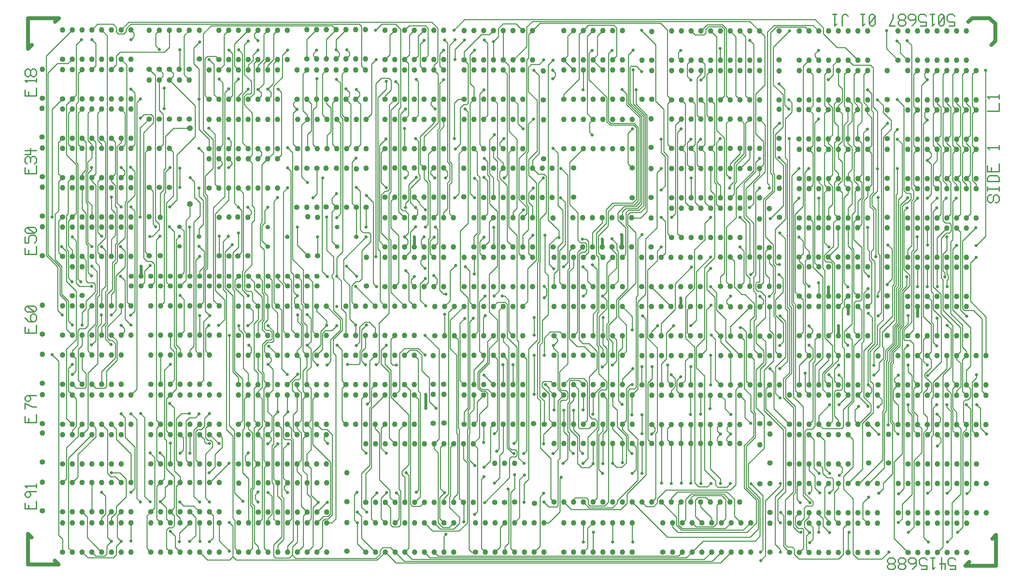
<source format=gbr>
%TF.GenerationSoftware,KiCad,Pcbnew,(5.1.12)-1*%
%TF.CreationDate,2023-01-17T10:45:44+01:00*%
%TF.ProjectId,Graphics,47726170-6869-4637-932e-6b696361645f,rev?*%
%TF.SameCoordinates,Original*%
%TF.FileFunction,Copper,L1,Top*%
%TF.FilePolarity,Positive*%
%FSLAX46Y46*%
G04 Gerber Fmt 4.6, Leading zero omitted, Abs format (unit mm)*
G04 Created by KiCad (PCBNEW (5.1.12)-1) date 2023-01-17 10:45:44*
%MOMM*%
%LPD*%
G01*
G04 APERTURE LIST*
%TA.AperFunction,EtchedComponent*%
%ADD10C,0.300000*%
%TD*%
%TA.AperFunction,EtchedComponent*%
%ADD11C,1.000000*%
%TD*%
%TA.AperFunction,ComponentPad*%
%ADD12O,1.400000X1.400000*%
%TD*%
%TA.AperFunction,ComponentPad*%
%ADD13C,1.400000*%
%TD*%
%TA.AperFunction,ComponentPad*%
%ADD14O,1.200000X1.200000*%
%TD*%
%TA.AperFunction,ComponentPad*%
%ADD15C,1.350000*%
%TD*%
%TA.AperFunction,ComponentPad*%
%ADD16C,1.500000*%
%TD*%
%TA.AperFunction,ViaPad*%
%ADD17C,0.800000*%
%TD*%
%TA.AperFunction,Conductor*%
%ADD18C,0.250000*%
%TD*%
%TA.AperFunction,Conductor*%
%ADD19C,0.800000*%
%TD*%
%TA.AperFunction,Conductor*%
%ADD20C,0.500000*%
%TD*%
G04 APERTURE END LIST*
D10*
%TO.C,REF\u002A\u002A*%
X234000000Y-18800000D02*
X233000000Y-18800000D01*
X233500000Y-21800000D02*
X234000000Y-21300000D01*
X233500000Y-21800000D02*
X233500000Y-18800000D01*
X236500000Y-18800000D02*
X237000000Y-19300000D01*
X236000000Y-18800000D02*
X236500000Y-18800000D01*
X235500000Y-19300000D02*
X236000000Y-18800000D01*
X235500000Y-21800000D02*
X235500000Y-19300000D01*
X241300000Y-18800000D02*
X240300000Y-18800000D01*
X240800000Y-21800000D02*
X241300000Y-21300000D01*
X240800000Y-21800000D02*
X240800000Y-18800000D01*
X244000000Y-21300000D02*
X243500000Y-21800000D01*
X244000000Y-19300000D02*
X244000000Y-21300000D01*
X243500000Y-18800000D02*
X244000000Y-19300000D01*
X243000000Y-18800000D02*
X243500000Y-18800000D01*
X242500000Y-19300000D02*
X243000000Y-18800000D01*
X242500000Y-21300000D02*
X242500000Y-19300000D01*
X243000000Y-21800000D02*
X242500000Y-21300000D01*
X243500000Y-21800000D02*
X243000000Y-21800000D01*
X242500000Y-21300000D02*
X244000000Y-19300000D01*
X247700000Y-21800000D02*
X249200000Y-21800000D01*
X248700000Y-19800000D02*
X247700000Y-21800000D01*
X248700000Y-19300000D02*
X248700000Y-19800000D01*
X248700000Y-18800000D02*
X248700000Y-19300000D01*
X250000000Y-20800000D02*
X250500000Y-20300000D01*
X250000000Y-21300000D02*
X250000000Y-20800000D01*
X250500000Y-21800000D02*
X250000000Y-21300000D01*
X251500000Y-21800000D02*
X250500000Y-21800000D01*
X252000000Y-21300000D02*
X251500000Y-21800000D01*
X252000000Y-20800000D02*
X252000000Y-21300000D01*
X251500000Y-20300000D02*
X252000000Y-20800000D01*
X252000000Y-19300000D02*
X251500000Y-18800000D01*
X252000000Y-19800000D02*
X252000000Y-19300000D01*
X251500000Y-20300000D02*
X252000000Y-19800000D01*
X250500000Y-20300000D02*
X251500000Y-20300000D01*
X250000000Y-19800000D02*
X250500000Y-20300000D01*
X250000000Y-19300000D02*
X250000000Y-19800000D01*
X250500000Y-18800000D02*
X250000000Y-19300000D01*
X251500000Y-18800000D02*
X250500000Y-18800000D01*
X254100000Y-18800000D02*
X254600000Y-19300000D01*
X254600000Y-19300000D02*
X254600000Y-19800000D01*
X254600000Y-19800000D02*
X254100000Y-20300000D01*
X254100000Y-20300000D02*
X253100000Y-20300000D01*
X253100000Y-20300000D02*
X252600000Y-19800000D01*
X252600000Y-19800000D02*
X252600000Y-19300000D01*
X252600000Y-19300000D02*
X253100000Y-18800000D01*
X253100000Y-18800000D02*
X254100000Y-18800000D01*
X254600000Y-19800000D02*
X254600000Y-20800000D01*
X254600000Y-20800000D02*
X253600000Y-21800000D01*
X257300000Y-21800000D02*
X255800000Y-21800000D01*
X257300000Y-21800000D02*
X257300000Y-20800000D01*
X257300000Y-20800000D02*
X255800000Y-20800000D01*
X255800000Y-20800000D02*
X255300000Y-20300000D01*
X255300000Y-20300000D02*
X255300000Y-19300000D01*
X255300000Y-19300000D02*
X255800000Y-18800000D01*
X255800000Y-18800000D02*
X256800000Y-18800000D01*
X256800000Y-18800000D02*
X257300000Y-19300000D01*
X259400000Y-18800000D02*
X258400000Y-18800000D01*
X258900000Y-21800000D02*
X259400000Y-21300000D01*
X258900000Y-21800000D02*
X258900000Y-18800000D01*
X262000000Y-21300000D02*
X261500000Y-21800000D01*
X262000000Y-19300000D02*
X262000000Y-21300000D01*
X261500000Y-18800000D02*
X262000000Y-19300000D01*
X261000000Y-18800000D02*
X261500000Y-18800000D01*
X260500000Y-19300000D02*
X261000000Y-18800000D01*
X260500000Y-21300000D02*
X260500000Y-19300000D01*
X261000000Y-21800000D02*
X260500000Y-21300000D01*
X261500000Y-21800000D02*
X261000000Y-21800000D01*
X260500000Y-21300000D02*
X262000000Y-19300000D01*
X264700000Y-21800000D02*
X263200000Y-21800000D01*
X264700000Y-21800000D02*
X264700000Y-20800000D01*
X264700000Y-20800000D02*
X263200000Y-20800000D01*
X263200000Y-20800000D02*
X262700000Y-20300000D01*
X262700000Y-20300000D02*
X262700000Y-19300000D01*
X262700000Y-19300000D02*
X263200000Y-18800000D01*
X263200000Y-18800000D02*
X264200000Y-18800000D01*
X264200000Y-18800000D02*
X264700000Y-19300000D01*
X276250000Y-40750000D02*
X276250000Y-39750000D01*
X273250000Y-40250000D02*
X273750000Y-40750000D01*
X273250000Y-40250000D02*
X276250000Y-40250000D01*
X273250000Y-44000000D02*
X276250000Y-44000000D01*
X276250000Y-44000000D02*
X276250000Y-42500000D01*
X276250000Y-42500000D02*
X276250000Y-42000000D01*
X276250000Y-54000000D02*
X276250000Y-53000000D01*
X273250000Y-53500000D02*
X273750000Y-54000000D01*
X273250000Y-53500000D02*
X276250000Y-53500000D01*
X24000000Y-143000000D02*
X26000000Y-143000000D01*
X23500000Y-143000000D02*
X24000000Y-143000000D01*
X24500000Y-143500000D02*
X24000000Y-143000000D01*
X24500000Y-144000000D02*
X24500000Y-143500000D01*
X24000000Y-144500000D02*
X24500000Y-144000000D01*
X23500000Y-144500000D02*
X24000000Y-144500000D01*
X23000000Y-144000000D02*
X23500000Y-144500000D01*
X23000000Y-143500000D02*
X23000000Y-144000000D01*
X23500000Y-143000000D02*
X23000000Y-143500000D01*
X26000000Y-142000000D02*
X26000000Y-141000000D01*
X23000000Y-141500000D02*
X23500000Y-142000000D01*
X23000000Y-141500000D02*
X26000000Y-141500000D01*
X24000000Y-147500000D02*
X24000000Y-146500000D01*
X23000000Y-147500000D02*
X23000000Y-146000000D01*
X26000000Y-147500000D02*
X26000000Y-145500000D01*
X23000000Y-147500000D02*
X26000000Y-147500000D01*
X23000000Y-120000000D02*
X23000000Y-121500000D01*
X25000000Y-121000000D02*
X23000000Y-120000000D01*
X25500000Y-121000000D02*
X25000000Y-121000000D01*
X26000000Y-121000000D02*
X25500000Y-121000000D01*
X24000000Y-118000000D02*
X26000000Y-118000000D01*
X23500000Y-118000000D02*
X24000000Y-118000000D01*
X24500000Y-118500000D02*
X24000000Y-118000000D01*
X24500000Y-119000000D02*
X24500000Y-118500000D01*
X24000000Y-119500000D02*
X24500000Y-119000000D01*
X23500000Y-119500000D02*
X24000000Y-119500000D01*
X23000000Y-119000000D02*
X23500000Y-119500000D01*
X23000000Y-118500000D02*
X23000000Y-119000000D01*
X23500000Y-118000000D02*
X23000000Y-118500000D01*
X24000000Y-125000000D02*
X24000000Y-124000000D01*
X23000000Y-125000000D02*
X23000000Y-123500000D01*
X26000000Y-125000000D02*
X26000000Y-123000000D01*
X23000000Y-125000000D02*
X26000000Y-125000000D01*
X23500000Y-96250000D02*
X23000000Y-95750000D01*
X25500000Y-96250000D02*
X23500000Y-96250000D01*
X26000000Y-95750000D02*
X25500000Y-96250000D01*
X26000000Y-95250000D02*
X26000000Y-95750000D01*
X25500000Y-94750000D02*
X26000000Y-95250000D01*
X23500000Y-94750000D02*
X25500000Y-94750000D01*
X23000000Y-95250000D02*
X23500000Y-94750000D01*
X23000000Y-95750000D02*
X23000000Y-95250000D01*
X24000000Y-98750000D02*
X23000000Y-97750000D01*
X25000000Y-98750000D02*
X24000000Y-98750000D01*
X26000000Y-97250000D02*
X26000000Y-98250000D01*
X25500000Y-96750000D02*
X26000000Y-97250000D01*
X25000000Y-96750000D02*
X25500000Y-96750000D01*
X24500000Y-97250000D02*
X25000000Y-96750000D01*
X24500000Y-98250000D02*
X24500000Y-97250000D01*
X25000000Y-98750000D02*
X24500000Y-98250000D01*
X25500000Y-98750000D02*
X25000000Y-98750000D01*
X26000000Y-98250000D02*
X25500000Y-98750000D01*
X24000000Y-101750000D02*
X24000000Y-100750000D01*
X23000000Y-101750000D02*
X23000000Y-100250000D01*
X26000000Y-101750000D02*
X26000000Y-99750000D01*
X23000000Y-101750000D02*
X26000000Y-101750000D01*
X23500000Y-94750000D02*
X25500000Y-96250000D01*
X26000000Y-77750000D02*
X25500000Y-78250000D01*
X26000000Y-76750000D02*
X26000000Y-77750000D01*
X25500000Y-76250000D02*
X26000000Y-76750000D01*
X24500000Y-76250000D02*
X25500000Y-76250000D01*
X24000000Y-76750000D02*
X24500000Y-76250000D01*
X24000000Y-78250000D02*
X24000000Y-76750000D01*
X23000000Y-78250000D02*
X24000000Y-78250000D01*
X23000000Y-78250000D02*
X23000000Y-76750000D01*
X23500000Y-75750000D02*
X23000000Y-75250000D01*
X25500000Y-75750000D02*
X23500000Y-75750000D01*
X26000000Y-75250000D02*
X25500000Y-75750000D01*
X26000000Y-74750000D02*
X26000000Y-75250000D01*
X25500000Y-74250000D02*
X26000000Y-74750000D01*
X23500000Y-74250000D02*
X25500000Y-74250000D01*
X23000000Y-74750000D02*
X23500000Y-74250000D01*
X23000000Y-75250000D02*
X23000000Y-74750000D01*
X24000000Y-81250000D02*
X24000000Y-80250000D01*
X23000000Y-81250000D02*
X23000000Y-79750000D01*
X26000000Y-81250000D02*
X26000000Y-79250000D01*
X23000000Y-81250000D02*
X26000000Y-81250000D01*
X23500000Y-74250000D02*
X25500000Y-75750000D01*
X26000000Y-57250000D02*
X25500000Y-57750000D01*
X26000000Y-56250000D02*
X26000000Y-57250000D01*
X25500000Y-55750000D02*
X26000000Y-56250000D01*
X25000000Y-55750000D02*
X25500000Y-55750000D01*
X24500000Y-56250000D02*
X25000000Y-55750000D01*
X24500000Y-56250000D02*
X24500000Y-57250000D01*
X24000000Y-55750000D02*
X24500000Y-56250000D01*
X23500000Y-55750000D02*
X24000000Y-55750000D01*
X23000000Y-56250000D02*
X23500000Y-55750000D01*
X23000000Y-57250000D02*
X23000000Y-56250000D01*
X23500000Y-57750000D02*
X23000000Y-57250000D01*
X24000000Y-60250000D02*
X24000000Y-59250000D01*
X23000000Y-60250000D02*
X23000000Y-58750000D01*
X26000000Y-60250000D02*
X26000000Y-58250000D01*
X23000000Y-60250000D02*
X26000000Y-60250000D01*
X26000000Y-54250000D02*
X23000000Y-54250000D01*
X23000000Y-55250000D02*
X24500000Y-55250000D01*
X24500000Y-55250000D02*
X24500000Y-53750000D01*
X247250000Y-162250000D02*
X247750000Y-161750000D01*
X247250000Y-162750000D02*
X247250000Y-162250000D01*
X247750000Y-163250000D02*
X247250000Y-162750000D01*
X248750000Y-163250000D02*
X247750000Y-163250000D01*
X249250000Y-162750000D02*
X248750000Y-163250000D01*
X249250000Y-162250000D02*
X249250000Y-162750000D01*
X248750000Y-161750000D02*
X249250000Y-162250000D01*
X249250000Y-160750000D02*
X248750000Y-160250000D01*
X249250000Y-161250000D02*
X249250000Y-160750000D01*
X248750000Y-161750000D02*
X249250000Y-161250000D01*
X247750000Y-161750000D02*
X248750000Y-161750000D01*
X247250000Y-161250000D02*
X247750000Y-161750000D01*
X247250000Y-160750000D02*
X247250000Y-161250000D01*
X247750000Y-160250000D02*
X247250000Y-160750000D01*
X248750000Y-160250000D02*
X247750000Y-160250000D01*
X250000000Y-162250000D02*
X250500000Y-161750000D01*
X250000000Y-162750000D02*
X250000000Y-162250000D01*
X250500000Y-163250000D02*
X250000000Y-162750000D01*
X251500000Y-163250000D02*
X250500000Y-163250000D01*
X252000000Y-162750000D02*
X251500000Y-163250000D01*
X252000000Y-162250000D02*
X252000000Y-162750000D01*
X251500000Y-161750000D02*
X252000000Y-162250000D01*
X252000000Y-160750000D02*
X251500000Y-160250000D01*
X252000000Y-161250000D02*
X252000000Y-160750000D01*
X251500000Y-161750000D02*
X252000000Y-161250000D01*
X250500000Y-161750000D02*
X251500000Y-161750000D01*
X250000000Y-161250000D02*
X250500000Y-161750000D01*
X250000000Y-160750000D02*
X250000000Y-161250000D01*
X250500000Y-160250000D02*
X250000000Y-160750000D01*
X251500000Y-160250000D02*
X250500000Y-160250000D01*
X254150000Y-160250000D02*
X254650000Y-160750000D01*
X254650000Y-160750000D02*
X254650000Y-161250000D01*
X254650000Y-161250000D02*
X254150000Y-161750000D01*
X254150000Y-161750000D02*
X253150000Y-161750000D01*
X253150000Y-161750000D02*
X252650000Y-161250000D01*
X252650000Y-161250000D02*
X252650000Y-160750000D01*
X252650000Y-160750000D02*
X253150000Y-160250000D01*
X253150000Y-160250000D02*
X254150000Y-160250000D01*
X254650000Y-161250000D02*
X254650000Y-162250000D01*
X254650000Y-162250000D02*
X253650000Y-163250000D01*
X257500000Y-163250000D02*
X256000000Y-163250000D01*
X257500000Y-163250000D02*
X257500000Y-162250000D01*
X257500000Y-162250000D02*
X256000000Y-162250000D01*
X256000000Y-162250000D02*
X255500000Y-161750000D01*
X255500000Y-161750000D02*
X255500000Y-160750000D01*
X255500000Y-160750000D02*
X256000000Y-160250000D01*
X256000000Y-160250000D02*
X257000000Y-160250000D01*
X257000000Y-160250000D02*
X257500000Y-160750000D01*
X259500000Y-160250000D02*
X258500000Y-160250000D01*
X259000000Y-163250000D02*
X259500000Y-162750000D01*
X259000000Y-163250000D02*
X259000000Y-160250000D01*
X262250000Y-161750000D02*
X260750000Y-161750000D01*
X262250000Y-163250000D02*
X262250000Y-161750000D01*
X261250000Y-160250000D02*
X261250000Y-163250000D01*
%TO.C,REF5*%
X264950000Y-163250000D02*
X263450000Y-163250000D01*
X264950000Y-163250000D02*
X264950000Y-162250000D01*
X264950000Y-162250000D02*
X263450000Y-162250000D01*
X263450000Y-162250000D02*
X262950000Y-161750000D01*
X262950000Y-161750000D02*
X262950000Y-160750000D01*
X262950000Y-160750000D02*
X263450000Y-160250000D01*
X263450000Y-160250000D02*
X264450000Y-160250000D01*
X264450000Y-160250000D02*
X264950000Y-160750000D01*
%TO.C,REF\u002A\u002A*%
X275750000Y-67750000D02*
X275250000Y-67750000D01*
X276250000Y-67250000D02*
X275750000Y-67750000D01*
X276250000Y-66250000D02*
X276250000Y-67250000D01*
X275750000Y-65750000D02*
X276250000Y-66250000D01*
X275250000Y-65750000D02*
X275750000Y-65750000D01*
X274750000Y-66250000D02*
X275250000Y-65750000D01*
X274750000Y-67250000D02*
X274750000Y-66250000D01*
X274250000Y-67750000D02*
X274750000Y-67250000D01*
X273750000Y-67750000D02*
X274250000Y-67750000D01*
X273250000Y-67250000D02*
X273750000Y-67750000D01*
X273250000Y-66250000D02*
X273250000Y-67250000D01*
X273750000Y-65750000D02*
X273250000Y-66250000D01*
X274250000Y-65750000D02*
X273750000Y-65750000D01*
X273250000Y-64750000D02*
X273250000Y-63750000D01*
X276250000Y-64750000D02*
X276250000Y-63750000D01*
X273250000Y-64250000D02*
X276250000Y-64250000D01*
X276250000Y-61250000D02*
X276250000Y-62250000D01*
X275750000Y-60750000D02*
X276250000Y-61250000D01*
X273750000Y-60750000D02*
X275750000Y-60750000D01*
X273250000Y-61250000D02*
X273750000Y-60750000D01*
X273250000Y-62250000D02*
X273250000Y-61250000D01*
X276250000Y-62250000D02*
X273250000Y-62250000D01*
X274250000Y-59750000D02*
X274250000Y-58750000D01*
X273250000Y-59750000D02*
X273250000Y-58250000D01*
X276250000Y-59750000D02*
X276250000Y-57750000D01*
X273250000Y-59750000D02*
X276250000Y-59750000D01*
X24000000Y-33000000D02*
X24500000Y-33500000D01*
X23500000Y-33000000D02*
X24000000Y-33000000D01*
X23000000Y-33500000D02*
X23500000Y-33000000D01*
X23000000Y-34500000D02*
X23000000Y-33500000D01*
X23500000Y-35000000D02*
X23000000Y-34500000D01*
X24000000Y-35000000D02*
X23500000Y-35000000D01*
X24500000Y-34500000D02*
X24000000Y-35000000D01*
X25500000Y-35000000D02*
X26000000Y-34500000D01*
X25000000Y-35000000D02*
X25500000Y-35000000D01*
X24500000Y-34500000D02*
X25000000Y-35000000D01*
X24500000Y-33500000D02*
X24500000Y-34500000D01*
X25000000Y-33000000D02*
X24500000Y-33500000D01*
X25500000Y-33000000D02*
X25000000Y-33000000D01*
X26000000Y-33500000D02*
X25500000Y-33000000D01*
X26000000Y-34500000D02*
X26000000Y-33500000D01*
X26000000Y-36500000D02*
X26000000Y-35500000D01*
X23000000Y-36000000D02*
X23500000Y-36500000D01*
X23000000Y-36000000D02*
X26000000Y-36000000D01*
X24000000Y-40000000D02*
X24000000Y-39000000D01*
X23000000Y-40000000D02*
X23000000Y-38500000D01*
X26000000Y-40000000D02*
X26000000Y-38000000D01*
X23000000Y-40000000D02*
X26000000Y-40000000D01*
D11*
X31800000Y-19750000D02*
X30800000Y-20750000D01*
X23800000Y-27750000D02*
X24800000Y-26750000D01*
X23800000Y-19750000D02*
X23800000Y-27750000D01*
X31800000Y-19750000D02*
X23800000Y-19750000D01*
X275250000Y-25750000D02*
X275250000Y-21250000D01*
X273750000Y-19750000D02*
X269250000Y-19750000D01*
X269250000Y-19750000D02*
X268250000Y-20750000D01*
X275250000Y-21250000D02*
X273750000Y-19750000D01*
X275250000Y-25750000D02*
X274250000Y-26750000D01*
%TO.C,REF1A*%
X267450000Y-162250000D02*
X268450000Y-161250000D01*
X275450000Y-154250000D02*
X274450000Y-155250000D01*
X275450000Y-162250000D02*
X275450000Y-154250000D01*
X267450000Y-162250000D02*
X275450000Y-162250000D01*
%TO.C,REF\u002A\u002A*%
X23750000Y-153950000D02*
X24750000Y-154950000D01*
X31750000Y-161950000D02*
X30750000Y-160950000D01*
X23750000Y-161950000D02*
X31750000Y-161950000D01*
X23750000Y-153950000D02*
X23750000Y-161950000D01*
%TD*%
D12*
%TO.P,R18,2*%
%TO.N,Net-(Q3-Pad1)*%
X55300000Y-53640000D03*
D13*
%TO.P,R18,1*%
%TO.N,Net-(R18-Pad1)*%
X55300000Y-63800000D03*
%TD*%
D12*
%TO.P,U85,24*%
%TO.N,+5V*%
X111550000Y-130560000D03*
%TO.P,U85,12*%
%TO.N,GND*%
X139490000Y-145800000D03*
%TO.P,U85,23*%
X114090000Y-130560000D03*
%TO.P,U85,11*%
%TO.N,MMUData2*%
X136950000Y-145800000D03*
%TO.P,U85,22*%
%TO.N,GND*%
X116630000Y-130560000D03*
%TO.P,U85,10*%
%TO.N,MMUData1*%
X134410000Y-145800000D03*
%TO.P,U85,21*%
%TO.N,Net-(U55-Pad6)*%
X119170000Y-130560000D03*
%TO.P,U85,9*%
%TO.N,MMUData0*%
X131870000Y-145800000D03*
%TO.P,U85,20*%
%TO.N,GND*%
X121710000Y-130560000D03*
%TO.P,U85,8*%
%TO.N,Net-(U69-Pad4)*%
X129330000Y-145800000D03*
%TO.P,U85,19*%
%TO.N,GND*%
X124250000Y-130560000D03*
%TO.P,U85,7*%
%TO.N,Net-(U69-Pad7)*%
X126790000Y-145800000D03*
%TO.P,U85,18*%
%TO.N,GND*%
X126790000Y-130560000D03*
%TO.P,U85,6*%
%TO.N,Net-(U69-Pad9)*%
X124250000Y-145800000D03*
%TO.P,U85,17*%
%TO.N,MMUData7*%
X129330000Y-130560000D03*
%TO.P,U85,5*%
%TO.N,Net-(U69-Pad12)*%
X121710000Y-145800000D03*
%TO.P,U85,16*%
%TO.N,MMUData6*%
X131870000Y-130560000D03*
%TO.P,U85,4*%
%TO.N,Net-(U78-Pad4)*%
X119170000Y-145800000D03*
%TO.P,U85,15*%
%TO.N,MMUData5*%
X134410000Y-130560000D03*
%TO.P,U85,3*%
%TO.N,Net-(U78-Pad7)*%
X116630000Y-145800000D03*
%TO.P,U85,14*%
%TO.N,MMUData4*%
X136950000Y-130560000D03*
%TO.P,U85,2*%
%TO.N,Net-(U78-Pad9)*%
X114090000Y-145800000D03*
%TO.P,U85,13*%
%TO.N,MMUData3*%
X139490000Y-130560000D03*
D13*
%TO.P,U85,1*%
%TO.N,Net-(U78-Pad12)*%
X111550000Y-145800000D03*
%TD*%
D14*
%TO.P,Q3,3*%
%TO.N,BVid*%
X63200000Y-74020000D03*
%TO.P,Q3,2*%
%TO.N,Vbias*%
X68240000Y-76560000D03*
%TO.P,Q3,1*%
%TO.N,Net-(Q3-Pad1)*%
X63200000Y-79100000D03*
%TD*%
%TO.P,Q2,3*%
%TO.N,GVid*%
X86110000Y-74120000D03*
%TO.P,Q2,2*%
%TO.N,Vbias*%
X91150000Y-76660000D03*
%TO.P,Q2,1*%
%TO.N,Net-(Q2-Pad1)*%
X86110000Y-79200000D03*
%TD*%
%TO.P,Q1,3*%
%TO.N,RVid*%
X104100000Y-74120000D03*
%TO.P,Q1,2*%
%TO.N,Vbias*%
X109140000Y-76660000D03*
%TO.P,Q1,1*%
%TO.N,Net-(Q1-Pad1)*%
X104100000Y-79200000D03*
%TD*%
D15*
%TO.P,J1,1*%
%TO.N,Net-(J1-Pad1)*%
X50590000Y-89500000D03*
%TO.P,J1,2*%
%TO.N,GND*%
X50590000Y-86960000D03*
%TO.P,J1,3*%
%TO.N,~Irq*%
X53130000Y-89500000D03*
%TO.P,J1,4*%
%TO.N,SyncOut*%
X53130000Y-86960000D03*
%TO.P,J1,5*%
%TO.N,MonoDAC3*%
X55670000Y-89500000D03*
%TO.P,J1,6*%
%TO.N,+5V*%
X55670000Y-86960000D03*
%TO.P,J1,7*%
%TO.N,MonoDAC2*%
X58210000Y-89500000D03*
%TO.P,J1,8*%
%TO.N,MonoDAC1*%
X58210000Y-86960000D03*
%TO.P,J1,9*%
%TO.N,+12V*%
X60750000Y-89500000D03*
%TO.P,J1,10*%
%TO.N,MonoDAC0*%
X60750000Y-86960000D03*
%TO.P,J1,11*%
%TO.N,+12V*%
X63290000Y-89500000D03*
%TO.P,J1,12*%
%TO.N,BVid*%
X63290000Y-86960000D03*
%TO.P,J1,13*%
%TO.N,GND*%
X65830000Y-89500000D03*
%TO.P,J1,14*%
%TO.N,GVid*%
X65830000Y-86960000D03*
%TO.P,J1,15*%
%TO.N,GND*%
X68370000Y-89500000D03*
%TO.P,J1,16*%
%TO.N,RVid*%
X68370000Y-86960000D03*
%TO.P,J1,17*%
%TO.N,GND*%
X70910000Y-89500000D03*
%TO.P,J1,18*%
%TO.N,Address2*%
X70910000Y-86960000D03*
%TO.P,J1,19*%
%TO.N,GND*%
X73450000Y-89500000D03*
%TO.P,J1,20*%
%TO.N,Address1*%
X73450000Y-86960000D03*
%TO.P,J1,21*%
%TO.N,GND*%
X75990000Y-89500000D03*
%TO.P,J1,22*%
%TO.N,Address0*%
X75990000Y-86960000D03*
%TO.P,J1,23*%
%TO.N,GND*%
X78530000Y-89500000D03*
%TO.P,J1,24*%
%TO.N,SysData7*%
X78530000Y-86960000D03*
%TO.P,J1,25*%
%TO.N,+5V*%
X81070000Y-89500000D03*
%TO.P,J1,26*%
%TO.N,SysData6*%
X81070000Y-86960000D03*
%TO.P,J1,27*%
%TO.N,+5V*%
X83610000Y-89500000D03*
%TO.P,J1,28*%
%TO.N,SysData5*%
X83610000Y-86960000D03*
%TO.P,J1,29*%
%TO.N,+5V*%
X86150000Y-89500000D03*
%TO.P,J1,30*%
%TO.N,SysData4*%
X86150000Y-86960000D03*
%TO.P,J1,31*%
%TO.N,+5V*%
X88690000Y-89500000D03*
%TO.P,J1,32*%
%TO.N,SysData3*%
X88690000Y-86960000D03*
%TO.P,J1,33*%
%TO.N,Wr*%
X91230000Y-89500000D03*
%TO.P,J1,34*%
%TO.N,SysData2*%
X91230000Y-86960000D03*
%TO.P,J1,35*%
%TO.N,Rd*%
X93770000Y-89500000D03*
%TO.P,J1,36*%
%TO.N,SysData1*%
X93770000Y-86960000D03*
%TO.P,J1,37*%
%TO.N,~GraphCS*%
X96310000Y-89500000D03*
%TO.P,J1,38*%
%TO.N,SysData0*%
X96310000Y-86960000D03*
%TO.P,J1,39*%
%TO.N,~SysRst*%
X98850000Y-89500000D03*
%TO.P,J1,40*%
%TO.N,Net-(J1-Pad40)*%
X98850000Y-86960000D03*
%TD*%
D13*
%TO.P,C50,1*%
%TO.N,GND*%
X155420000Y-146040000D03*
%TO.P,C50,2*%
%TO.N,+5V*%
X155200000Y-125300000D03*
%TD*%
%TO.P,U31,7*%
%TO.N,GND*%
X180820000Y-66540000D03*
%TO.P,U31,8*%
%TO.N,Net-(U22-Pad14)*%
X180830000Y-58750000D03*
%TO.P,U31,14*%
%TO.N,+5V*%
X165590000Y-58750000D03*
%TO.P,U31,1*%
%TO.N,Net-(U31-Pad1)*%
X165590000Y-66370000D03*
%TD*%
D12*
%TO.P,U84,40*%
%TO.N,+5V*%
X160500000Y-130460000D03*
%TO.P,U84,20*%
%TO.N,GND*%
X208760000Y-145700000D03*
%TO.P,U84,39*%
%TO.N,Net-(U84-Pad39)*%
X163040000Y-130460000D03*
%TO.P,U84,19*%
%TO.N,GDCData7*%
X206220000Y-145700000D03*
%TO.P,U84,38*%
%TO.N,Net-(U84-Pad38)*%
X165580000Y-130460000D03*
%TO.P,U84,18*%
%TO.N,GDCData6*%
X203680000Y-145700000D03*
%TO.P,U84,37*%
%TO.N,AD15*%
X168120000Y-130460000D03*
%TO.P,U84,17*%
%TO.N,GDCData5*%
X201140000Y-145700000D03*
%TO.P,U84,36*%
%TO.N,AD14*%
X170660000Y-130460000D03*
%TO.P,U84,16*%
%TO.N,GDCData4*%
X198600000Y-145700000D03*
%TO.P,U84,35*%
%TO.N,AD13*%
X173200000Y-130460000D03*
%TO.P,U84,15*%
%TO.N,GDCData3*%
X196060000Y-145700000D03*
%TO.P,U84,34*%
%TO.N,AD12*%
X175740000Y-130460000D03*
%TO.P,U84,14*%
%TO.N,GDCData2*%
X193520000Y-145700000D03*
%TO.P,U84,33*%
%TO.N,AD11*%
X178280000Y-130460000D03*
%TO.P,U84,13*%
%TO.N,GDCData1*%
X190980000Y-145700000D03*
%TO.P,U84,32*%
%TO.N,AD10*%
X180820000Y-130460000D03*
%TO.P,U84,12*%
%TO.N,GDCData0*%
X188440000Y-145700000D03*
%TO.P,U84,31*%
%TO.N,AD9*%
X183360000Y-130460000D03*
%TO.P,U84,11*%
%TO.N,GDCA0*%
X185900000Y-145700000D03*
%TO.P,U84,30*%
%TO.N,AD8*%
X185900000Y-130460000D03*
%TO.P,U84,10*%
%TO.N,Net-(U65-Pad3)*%
X183360000Y-145700000D03*
%TO.P,U84,29*%
%TO.N,AD7*%
X188440000Y-130460000D03*
%TO.P,U84,9*%
%TO.N,Net-(U65-Pad11)*%
X180820000Y-145700000D03*
%TO.P,U84,28*%
%TO.N,AD6*%
X190980000Y-130460000D03*
%TO.P,U84,8*%
%TO.N,Net-(R28-Pad1)*%
X178280000Y-145700000D03*
%TO.P,U84,27*%
%TO.N,AD5*%
X193520000Y-130460000D03*
%TO.P,U84,7*%
%TO.N,Net-(U84-Pad7)*%
X175740000Y-145700000D03*
%TO.P,U84,26*%
%TO.N,AD4*%
X196060000Y-130460000D03*
%TO.P,U84,6*%
%TO.N,ALE*%
X173200000Y-145700000D03*
%TO.P,U84,25*%
%TO.N,AD3*%
X198600000Y-130460000D03*
%TO.P,U84,5*%
%TO.N,Blank*%
X170660000Y-145700000D03*
%TO.P,U84,24*%
%TO.N,AD2*%
X201140000Y-130460000D03*
%TO.P,U84,4*%
%TO.N,VSync*%
X168120000Y-145700000D03*
%TO.P,U84,23*%
%TO.N,AD1*%
X203680000Y-130460000D03*
%TO.P,U84,3*%
%TO.N,HSync*%
X165580000Y-145700000D03*
%TO.P,U84,22*%
%TO.N,AD0*%
X206220000Y-130460000D03*
%TO.P,U84,2*%
%TO.N,~DBin*%
X163040000Y-145700000D03*
%TO.P,U84,21*%
%TO.N,Net-(R26-Pad2)*%
X208760000Y-130460000D03*
D13*
%TO.P,U84,1*%
%TO.N,GDCclk*%
X160500000Y-145700000D03*
%TD*%
D12*
%TO.P,U90,20*%
%TO.N,+5V*%
X221730000Y-140880000D03*
%TO.P,U90,10*%
%TO.N,GND*%
X244590000Y-148500000D03*
%TO.P,U90,19*%
%TO.N,RAMIn4*%
X224270000Y-140880000D03*
%TO.P,U90,9*%
%TO.N,UpDate6*%
X242050000Y-148500000D03*
%TO.P,U90,18*%
%TO.N,UpDate5*%
X226810000Y-140880000D03*
%TO.P,U90,8*%
%TO.N,UpDate7*%
X239510000Y-148500000D03*
%TO.P,U90,17*%
%TO.N,UpDate4*%
X229350000Y-140880000D03*
%TO.P,U90,7*%
%TO.N,RAMOut4*%
X236970000Y-148500000D03*
%TO.P,U90,16*%
%TO.N,~Inv*%
X231890000Y-140880000D03*
%TO.P,U90,6*%
%TO.N,RAMOut5*%
X234430000Y-148500000D03*
%TO.P,U90,15*%
%TO.N,~Norm*%
X234430000Y-140880000D03*
%TO.P,U90,5*%
%TO.N,RAMOut6*%
X231890000Y-148500000D03*
%TO.P,U90,14*%
%TO.N,RAMIn7*%
X236970000Y-140880000D03*
%TO.P,U90,4*%
%TO.N,RAMOut7*%
X229350000Y-148500000D03*
%TO.P,U90,13*%
%TO.N,RAMIn6*%
X239510000Y-140880000D03*
%TO.P,U90,3*%
%TO.N,XORTerm*%
X226810000Y-148500000D03*
%TO.P,U90,12*%
%TO.N,RAMIn5*%
X242050000Y-140880000D03*
%TO.P,U90,2*%
%TO.N,OrTerm*%
X224270000Y-148500000D03*
%TO.P,U90,11*%
%TO.N,GND*%
X244590000Y-140880000D03*
D13*
%TO.P,U90,1*%
%TO.N,~UpDateEn*%
X221730000Y-148500000D03*
%TD*%
D12*
%TO.P,U19,16*%
%TO.N,GND*%
X252500000Y-43630000D03*
%TO.P,U19,8*%
%TO.N,+5V*%
X270280000Y-51250000D03*
%TO.P,U19,15*%
%TO.N,~CAS*%
X255040000Y-43630000D03*
%TO.P,U19,7*%
%TO.N,DRAMAddr1*%
X267740000Y-51250000D03*
%TO.P,U19,14*%
%TO.N,RAMOut6*%
X257580000Y-43630000D03*
%TO.P,U19,6*%
%TO.N,DRAMAddr2*%
X265200000Y-51250000D03*
%TO.P,U19,13*%
%TO.N,DRAMAddr6*%
X260120000Y-43630000D03*
%TO.P,U19,5*%
%TO.N,DRAMAddr0*%
X262660000Y-51250000D03*
%TO.P,U19,12*%
%TO.N,DRAMAddr3*%
X262660000Y-43630000D03*
%TO.P,U19,4*%
%TO.N,~RAS*%
X260120000Y-51250000D03*
%TO.P,U19,11*%
%TO.N,DRAMAddr4*%
X265200000Y-43630000D03*
%TO.P,U19,3*%
%TO.N,RAMWr6*%
X257580000Y-51250000D03*
%TO.P,U19,10*%
%TO.N,DRAMAddr5*%
X267740000Y-43630000D03*
%TO.P,U19,2*%
%TO.N,RAMIn6*%
X255040000Y-51250000D03*
%TO.P,U19,9*%
%TO.N,DRAMAddr7*%
X270280000Y-43630000D03*
D13*
%TO.P,U19,1*%
%TO.N,Net-(U19-Pad1)*%
X252500000Y-51250000D03*
%TD*%
D12*
%TO.P,U1,16*%
%TO.N,+5V*%
X249950000Y-23080000D03*
%TO.P,U1,8*%
%TO.N,GND*%
X267730000Y-30700000D03*
%TO.P,U1,15*%
%TO.N,PU4*%
X252490000Y-23080000D03*
%TO.P,U1,7*%
%TO.N,N/C*%
X265190000Y-30700000D03*
%TO.P,U1,14*%
X255030000Y-23080000D03*
%TO.P,U1,6*%
%TO.N,Net-(U1-Pad6)*%
X262650000Y-30700000D03*
%TO.P,U1,13*%
%TO.N,N/C*%
X257570000Y-23080000D03*
%TO.P,U1,5*%
%TO.N,~SMStop*%
X260110000Y-30700000D03*
%TO.P,U1,12*%
%TO.N,N/C*%
X260110000Y-23080000D03*
%TO.P,U1,4*%
%TO.N,PU3*%
X257570000Y-30700000D03*
%TO.P,U1,11*%
%TO.N,N/C*%
X262650000Y-23080000D03*
%TO.P,U1,3*%
%TO.N,Net-(U1-Pad3)*%
X255030000Y-30700000D03*
%TO.P,U1,10*%
%TO.N,N/C*%
X265190000Y-23080000D03*
%TO.P,U1,2*%
%TO.N,Net-(U1-Pad2)*%
X252490000Y-30700000D03*
%TO.P,U1,9*%
%TO.N,N/C*%
X267730000Y-23080000D03*
D13*
%TO.P,U1,1*%
%TO.N,~Mclk*%
X249950000Y-30700000D03*
%TD*%
D12*
%TO.P,U2,16*%
%TO.N,+5V*%
X224250000Y-23080000D03*
%TO.P,U2,8*%
%TO.N,GND*%
X242030000Y-30700000D03*
%TO.P,U2,15*%
%TO.N,Net-(U2-Pad15)*%
X226790000Y-23080000D03*
%TO.P,U2,7*%
%TO.N,DlyUA*%
X239490000Y-30700000D03*
%TO.P,U2,14*%
%TO.N,Net-(U2-Pad14)*%
X229330000Y-23080000D03*
%TO.P,U2,6*%
%TO.N,UpDateA*%
X236950000Y-30700000D03*
%TO.P,U2,13*%
%TO.N,Net-(U2-Pad13)*%
X231870000Y-23080000D03*
%TO.P,U2,5*%
%TO.N,DlyLdSR*%
X234410000Y-30700000D03*
%TO.P,U2,12*%
%TO.N,DlyRd*%
X234410000Y-23080000D03*
%TO.P,U2,4*%
%TO.N,Net-(U2-Pad4)*%
X231870000Y-30700000D03*
%TO.P,U2,11*%
%TO.N,GND*%
X236950000Y-23080000D03*
%TO.P,U2,3*%
%TO.N,AddrLatch*%
X229330000Y-30700000D03*
%TO.P,U2,10*%
%TO.N,Net-(U2-Pad10)*%
X239490000Y-23080000D03*
%TO.P,U2,2*%
%TO.N,Amux*%
X226790000Y-30700000D03*
%TO.P,U2,9*%
%TO.N,~SMclk*%
X242030000Y-23080000D03*
D13*
%TO.P,U2,1*%
%TO.N,+5V*%
X224250000Y-30700000D03*
%TD*%
D12*
%TO.P,C1,2*%
%TO.N,+5V*%
X219050000Y-23080000D03*
D13*
%TO.P,C1,1*%
%TO.N,GND*%
X219050000Y-30580000D03*
%TD*%
D12*
%TO.P,U21,20*%
%TO.N,+5V*%
X191070000Y-46070000D03*
%TO.P,U21,10*%
%TO.N,GND*%
X213930000Y-53690000D03*
%TO.P,U21,19*%
%TO.N,Net-(U21-Pad19)*%
X193610000Y-46070000D03*
%TO.P,U21,9*%
%TO.N,Net-(U21-Pad9)*%
X211390000Y-53690000D03*
%TO.P,U21,18*%
%TO.N,SMCtrl1*%
X196150000Y-46070000D03*
%TO.P,U21,8*%
%TO.N,Net-(U21-Pad8)*%
X208850000Y-53690000D03*
%TO.P,U21,17*%
%TO.N,~ClkSel*%
X198690000Y-46070000D03*
%TO.P,U21,7*%
%TO.N,Net-(U21-Pad7)*%
X206310000Y-53690000D03*
%TO.P,U21,16*%
%TO.N,LDBin*%
X201230000Y-46070000D03*
%TO.P,U21,6*%
%TO.N,Net-(U21-Pad6)*%
X203770000Y-53690000D03*
%TO.P,U21,15*%
%TO.N,GND*%
X203770000Y-46070000D03*
%TO.P,U21,5*%
%TO.N,StateCnt4*%
X201230000Y-53690000D03*
%TO.P,U21,14*%
%TO.N,Net-(U21-Pad14)*%
X206310000Y-46070000D03*
%TO.P,U21,4*%
%TO.N,StateCnt3*%
X198690000Y-53690000D03*
%TO.P,U21,13*%
%TO.N,Net-(U21-Pad13)*%
X208850000Y-46070000D03*
%TO.P,U21,3*%
%TO.N,StateCnt2*%
X196150000Y-53690000D03*
%TO.P,U21,12*%
%TO.N,Net-(U21-Pad12)*%
X211390000Y-46070000D03*
%TO.P,U21,2*%
%TO.N,StateCnt1*%
X193610000Y-53690000D03*
%TO.P,U21,11*%
%TO.N,Net-(U21-Pad11)*%
X213930000Y-46070000D03*
D13*
%TO.P,U21,1*%
%TO.N,StateCnt0*%
X191070000Y-53690000D03*
%TD*%
D12*
%TO.P,U12,20*%
%TO.N,+5V*%
X191070000Y-33400000D03*
%TO.P,U12,10*%
%TO.N,GND*%
X213930000Y-41020000D03*
%TO.P,U12,19*%
%TO.N,SMCtrl3*%
X193610000Y-33400000D03*
%TO.P,U12,9*%
%TO.N,Net-(U12-Pad9)*%
X211390000Y-41020000D03*
%TO.P,U12,18*%
%TO.N,SMCtrl2*%
X196150000Y-33400000D03*
%TO.P,U12,8*%
%TO.N,Net-(U12-Pad8)*%
X208850000Y-41020000D03*
%TO.P,U12,17*%
%TO.N,~ClkSel*%
X198690000Y-33400000D03*
%TO.P,U12,7*%
%TO.N,Net-(U12-Pad7)*%
X206310000Y-41020000D03*
%TO.P,U12,16*%
%TO.N,LDBin*%
X201230000Y-33400000D03*
%TO.P,U12,6*%
%TO.N,Net-(U12-Pad6)*%
X203770000Y-41020000D03*
%TO.P,U12,15*%
%TO.N,GND*%
X203770000Y-33400000D03*
%TO.P,U12,5*%
%TO.N,StateCnt4*%
X201230000Y-41020000D03*
%TO.P,U12,14*%
%TO.N,Net-(U12-Pad14)*%
X206310000Y-33400000D03*
%TO.P,U12,4*%
%TO.N,StateCnt3*%
X198690000Y-41020000D03*
%TO.P,U12,13*%
%TO.N,Net-(U12-Pad13)*%
X208850000Y-33400000D03*
%TO.P,U12,3*%
%TO.N,StateCnt2*%
X196150000Y-41020000D03*
%TO.P,U12,12*%
%TO.N,Net-(U12-Pad12)*%
X211390000Y-33400000D03*
%TO.P,U12,2*%
%TO.N,StateCnt1*%
X193610000Y-41020000D03*
%TO.P,U12,11*%
%TO.N,Net-(U12-Pad11)*%
X213930000Y-33400000D03*
D13*
%TO.P,U12,1*%
%TO.N,StateCnt0*%
X191070000Y-41020000D03*
%TD*%
D12*
%TO.P,U30,20*%
%TO.N,+5V*%
X191070000Y-58870000D03*
%TO.P,U30,10*%
%TO.N,GND*%
X213930000Y-66490000D03*
%TO.P,U30,19*%
%TO.N,UpDateA*%
X193610000Y-58870000D03*
%TO.P,U30,9*%
%TO.N,Net-(U2-Pad14)*%
X211390000Y-66490000D03*
%TO.P,U30,18*%
%TO.N,Net-(U21-Pad6)*%
X196150000Y-58870000D03*
%TO.P,U30,8*%
%TO.N,Net-(U21-Pad11)*%
X208850000Y-66490000D03*
%TO.P,U30,17*%
%TO.N,Net-(U21-Pad7)*%
X198690000Y-58870000D03*
%TO.P,U30,7*%
%TO.N,Net-(U21-Pad12)*%
X206310000Y-66490000D03*
%TO.P,U30,16*%
%TO.N,Net-(U30-Pad16)*%
X201230000Y-58870000D03*
%TO.P,U30,6*%
%TO.N,~Bclk*%
X203770000Y-66490000D03*
%TO.P,U30,15*%
%TO.N,WrCtrl*%
X203770000Y-58870000D03*
%TO.P,U30,5*%
%TO.N,~WrRAM*%
X201230000Y-66490000D03*
%TO.P,U30,14*%
%TO.N,Net-(U21-Pad8)*%
X206310000Y-58870000D03*
%TO.P,U30,4*%
%TO.N,Net-(U21-Pad13)*%
X198690000Y-66490000D03*
%TO.P,U30,13*%
%TO.N,Net-(U21-Pad9)*%
X208850000Y-58870000D03*
%TO.P,U30,3*%
%TO.N,Net-(U21-Pad14)*%
X196150000Y-66490000D03*
%TO.P,U30,12*%
%TO.N,ByteSel*%
X211390000Y-58870000D03*
%TO.P,U30,2*%
%TO.N,UpDateB*%
X193610000Y-66490000D03*
%TO.P,U30,11*%
%TO.N,SMclk*%
X213930000Y-58870000D03*
D13*
%TO.P,U30,1*%
%TO.N,GND*%
X191070000Y-66490000D03*
%TD*%
D12*
%TO.P,U3,20*%
%TO.N,+5V*%
X191070000Y-23100000D03*
%TO.P,U3,10*%
%TO.N,GND*%
X213930000Y-30720000D03*
%TO.P,U3,19*%
%TO.N,Net-(U2-Pad13)*%
X193610000Y-23100000D03*
%TO.P,U3,9*%
%TO.N,Net-(U2-Pad4)*%
X211390000Y-30720000D03*
%TO.P,U3,18*%
%TO.N,Net-(U12-Pad6)*%
X196150000Y-23100000D03*
%TO.P,U3,8*%
%TO.N,Net-(U12-Pad11)*%
X208850000Y-30720000D03*
%TO.P,U3,17*%
%TO.N,Net-(U12-Pad7)*%
X198690000Y-23100000D03*
%TO.P,U3,7*%
%TO.N,Net-(U12-Pad12)*%
X206310000Y-30720000D03*
%TO.P,U3,16*%
%TO.N,RdEn*%
X201230000Y-23100000D03*
%TO.P,U3,6*%
%TO.N,LdSR*%
X203770000Y-30720000D03*
%TO.P,U3,15*%
%TO.N,~IncUpWord*%
X203770000Y-23100000D03*
%TO.P,U3,5*%
%TO.N,~VidShift*%
X201230000Y-30720000D03*
%TO.P,U3,14*%
%TO.N,Net-(U12-Pad8)*%
X206310000Y-23100000D03*
%TO.P,U3,4*%
%TO.N,Net-(U12-Pad13)*%
X198690000Y-30720000D03*
%TO.P,U3,13*%
%TO.N,Net-(U12-Pad9)*%
X208850000Y-23100000D03*
%TO.P,U3,3*%
%TO.N,Net-(U12-Pad14)*%
X196150000Y-30720000D03*
%TO.P,U3,12*%
%TO.N,Net-(U3-Pad12)*%
X211390000Y-23100000D03*
%TO.P,U3,2*%
%TO.N,AddrLatch*%
X193610000Y-30720000D03*
%TO.P,U3,11*%
%TO.N,SMclk*%
X213930000Y-23100000D03*
D13*
%TO.P,U3,1*%
%TO.N,GND*%
X191070000Y-30720000D03*
%TD*%
D12*
%TO.P,U11,16*%
%TO.N,GND*%
X224250000Y-33380000D03*
%TO.P,U11,8*%
%TO.N,+5V*%
X242030000Y-41000000D03*
%TO.P,U11,15*%
%TO.N,~CAS*%
X226790000Y-33380000D03*
%TO.P,U11,7*%
%TO.N,DRAMAddr1*%
X239490000Y-41000000D03*
%TO.P,U11,14*%
%TO.N,RAMOut3*%
X229330000Y-33380000D03*
%TO.P,U11,6*%
%TO.N,DRAMAddr2*%
X236950000Y-41000000D03*
%TO.P,U11,13*%
%TO.N,DRAMAddr6*%
X231870000Y-33380000D03*
%TO.P,U11,5*%
%TO.N,DRAMAddr0*%
X234410000Y-41000000D03*
%TO.P,U11,12*%
%TO.N,DRAMAddr3*%
X234410000Y-33380000D03*
%TO.P,U11,4*%
%TO.N,~RAS*%
X231870000Y-41000000D03*
%TO.P,U11,11*%
%TO.N,DRAMAddr4*%
X236950000Y-33380000D03*
%TO.P,U11,3*%
%TO.N,RAMWr3*%
X229330000Y-41000000D03*
%TO.P,U11,10*%
%TO.N,DRAMAddr5*%
X239490000Y-33380000D03*
%TO.P,U11,2*%
%TO.N,RAMIn3*%
X226790000Y-41000000D03*
%TO.P,U11,9*%
%TO.N,DRAMAddr7*%
X242030000Y-33380000D03*
D13*
%TO.P,U11,1*%
%TO.N,Net-(U11-Pad1)*%
X224250000Y-41000000D03*
%TD*%
D12*
%TO.P,U36,16*%
%TO.N,GND*%
X252500000Y-64130000D03*
%TO.P,U36,8*%
%TO.N,+5V*%
X270280000Y-71750000D03*
%TO.P,U36,15*%
%TO.N,~CAS*%
X255040000Y-64130000D03*
%TO.P,U36,7*%
%TO.N,DRAMAddr1*%
X267740000Y-71750000D03*
%TO.P,U36,14*%
%TO.N,RAMOut4*%
X257580000Y-64130000D03*
%TO.P,U36,6*%
%TO.N,DRAMAddr2*%
X265200000Y-71750000D03*
%TO.P,U36,13*%
%TO.N,DRAMAddr6*%
X260120000Y-64130000D03*
%TO.P,U36,5*%
%TO.N,DRAMAddr0*%
X262660000Y-71750000D03*
%TO.P,U36,12*%
%TO.N,DRAMAddr3*%
X262660000Y-64130000D03*
%TO.P,U36,4*%
%TO.N,~RAS*%
X260120000Y-71750000D03*
%TO.P,U36,11*%
%TO.N,DRAMAddr4*%
X265200000Y-64130000D03*
%TO.P,U36,3*%
%TO.N,RAMWr4*%
X257580000Y-71750000D03*
%TO.P,U36,10*%
%TO.N,DRAMAddr5*%
X267740000Y-64130000D03*
%TO.P,U36,2*%
%TO.N,RAMIn4*%
X255040000Y-71750000D03*
%TO.P,U36,9*%
%TO.N,DRAMAddr7*%
X270280000Y-64130000D03*
D13*
%TO.P,U36,1*%
%TO.N,Net-(U36-Pad1)*%
X252500000Y-71750000D03*
%TD*%
D12*
%TO.P,U29,16*%
%TO.N,GND*%
X224250000Y-53880000D03*
%TO.P,U29,8*%
%TO.N,+5V*%
X242030000Y-61500000D03*
%TO.P,U29,15*%
%TO.N,~CAS*%
X226790000Y-53880000D03*
%TO.P,U29,7*%
%TO.N,DRAMAddr1*%
X239490000Y-61500000D03*
%TO.P,U29,14*%
%TO.N,RAMOut1*%
X229330000Y-53880000D03*
%TO.P,U29,6*%
%TO.N,DRAMAddr2*%
X236950000Y-61500000D03*
%TO.P,U29,13*%
%TO.N,DRAMAddr6*%
X231870000Y-53880000D03*
%TO.P,U29,5*%
%TO.N,DRAMAddr0*%
X234410000Y-61500000D03*
%TO.P,U29,12*%
%TO.N,DRAMAddr3*%
X234410000Y-53880000D03*
%TO.P,U29,4*%
%TO.N,~RAS*%
X231870000Y-61500000D03*
%TO.P,U29,11*%
%TO.N,DRAMAddr4*%
X236950000Y-53880000D03*
%TO.P,U29,3*%
%TO.N,RAMWr1*%
X229330000Y-61500000D03*
%TO.P,U29,10*%
%TO.N,DRAMAddr5*%
X239490000Y-53880000D03*
%TO.P,U29,2*%
%TO.N,RAMIn1*%
X226790000Y-61500000D03*
%TO.P,U29,9*%
%TO.N,DRAMAddr7*%
X242030000Y-53880000D03*
D13*
%TO.P,U29,1*%
%TO.N,Net-(U29-Pad1)*%
X224250000Y-61500000D03*
%TD*%
D12*
%TO.P,U37,16*%
%TO.N,GND*%
X224250000Y-64130000D03*
%TO.P,U37,8*%
%TO.N,+5V*%
X242030000Y-71750000D03*
%TO.P,U37,15*%
%TO.N,~CAS*%
X226790000Y-64130000D03*
%TO.P,U37,7*%
%TO.N,DRAMAddr1*%
X239490000Y-71750000D03*
%TO.P,U37,14*%
%TO.N,RAMOut0*%
X229330000Y-64130000D03*
%TO.P,U37,6*%
%TO.N,DRAMAddr2*%
X236950000Y-71750000D03*
%TO.P,U37,13*%
%TO.N,DRAMAddr6*%
X231870000Y-64130000D03*
%TO.P,U37,5*%
%TO.N,DRAMAddr0*%
X234410000Y-71750000D03*
%TO.P,U37,12*%
%TO.N,DRAMAddr3*%
X234410000Y-64130000D03*
%TO.P,U37,4*%
%TO.N,~RAS*%
X231870000Y-71750000D03*
%TO.P,U37,11*%
%TO.N,DRAMAddr4*%
X236950000Y-64130000D03*
%TO.P,U37,3*%
%TO.N,RAMWr0*%
X229330000Y-71750000D03*
%TO.P,U37,10*%
%TO.N,DRAMAddr5*%
X239490000Y-64130000D03*
%TO.P,U37,2*%
%TO.N,RAMIn0*%
X226790000Y-71750000D03*
%TO.P,U37,9*%
%TO.N,DRAMAddr7*%
X242030000Y-64130000D03*
D13*
%TO.P,U37,1*%
%TO.N,Net-(U37-Pad1)*%
X224250000Y-71750000D03*
%TD*%
D12*
%TO.P,U10,16*%
%TO.N,GND*%
X252500000Y-33380000D03*
%TO.P,U10,8*%
%TO.N,+5V*%
X270280000Y-41000000D03*
%TO.P,U10,15*%
%TO.N,~CAS*%
X255040000Y-33380000D03*
%TO.P,U10,7*%
%TO.N,DRAMAddr1*%
X267740000Y-41000000D03*
%TO.P,U10,14*%
%TO.N,RAMOut7*%
X257580000Y-33380000D03*
%TO.P,U10,6*%
%TO.N,DRAMAddr2*%
X265200000Y-41000000D03*
%TO.P,U10,13*%
%TO.N,DRAMAddr6*%
X260120000Y-33380000D03*
%TO.P,U10,5*%
%TO.N,DRAMAddr0*%
X262660000Y-41000000D03*
%TO.P,U10,12*%
%TO.N,DRAMAddr3*%
X262660000Y-33380000D03*
%TO.P,U10,4*%
%TO.N,~RAS*%
X260120000Y-41000000D03*
%TO.P,U10,11*%
%TO.N,DRAMAddr4*%
X265200000Y-33380000D03*
%TO.P,U10,3*%
%TO.N,RAMWr7*%
X257580000Y-41000000D03*
%TO.P,U10,10*%
%TO.N,DRAMAddr5*%
X267740000Y-33380000D03*
%TO.P,U10,2*%
%TO.N,RAMIn7*%
X255040000Y-41000000D03*
%TO.P,U10,9*%
%TO.N,DRAMAddr7*%
X270280000Y-33380000D03*
D13*
%TO.P,U10,1*%
%TO.N,Net-(U10-Pad1)*%
X252500000Y-41000000D03*
%TD*%
D12*
%TO.P,U28,16*%
%TO.N,GND*%
X252500000Y-53880000D03*
%TO.P,U28,8*%
%TO.N,+5V*%
X270280000Y-61500000D03*
%TO.P,U28,15*%
%TO.N,~CAS*%
X255040000Y-53880000D03*
%TO.P,U28,7*%
%TO.N,DRAMAddr1*%
X267740000Y-61500000D03*
%TO.P,U28,14*%
%TO.N,RAMOut5*%
X257580000Y-53880000D03*
%TO.P,U28,6*%
%TO.N,DRAMAddr2*%
X265200000Y-61500000D03*
%TO.P,U28,13*%
%TO.N,DRAMAddr6*%
X260120000Y-53880000D03*
%TO.P,U28,5*%
%TO.N,DRAMAddr0*%
X262660000Y-61500000D03*
%TO.P,U28,12*%
%TO.N,DRAMAddr3*%
X262660000Y-53880000D03*
%TO.P,U28,4*%
%TO.N,~RAS*%
X260120000Y-61500000D03*
%TO.P,U28,11*%
%TO.N,DRAMAddr4*%
X265200000Y-53880000D03*
%TO.P,U28,3*%
%TO.N,RAMWr5*%
X257580000Y-61500000D03*
%TO.P,U28,10*%
%TO.N,DRAMAddr5*%
X267740000Y-53880000D03*
%TO.P,U28,2*%
%TO.N,RAMIn5*%
X255040000Y-61500000D03*
%TO.P,U28,9*%
%TO.N,DRAMAddr7*%
X270280000Y-53880000D03*
D13*
%TO.P,U28,1*%
%TO.N,Net-(U28-Pad1)*%
X252500000Y-61500000D03*
%TD*%
D12*
%TO.P,C2,2*%
%TO.N,+5V*%
X185890000Y-23240000D03*
D13*
%TO.P,C2,1*%
%TO.N,GND*%
X185890000Y-30740000D03*
%TD*%
D12*
%TO.P,C3,2*%
%TO.N,+5V*%
X68300000Y-22900000D03*
D13*
%TO.P,C3,1*%
%TO.N,GND*%
X68300000Y-30400000D03*
%TD*%
D12*
%TO.P,C4,2*%
%TO.N,+5V*%
X247140000Y-33420000D03*
D13*
%TO.P,C4,1*%
%TO.N,GND*%
X247140000Y-40920000D03*
%TD*%
D12*
%TO.P,C5,2*%
%TO.N,+5V*%
X219000000Y-33500000D03*
D13*
%TO.P,C5,1*%
%TO.N,GND*%
X219000000Y-41000000D03*
%TD*%
D12*
%TO.P,C6,2*%
%TO.N,+5V*%
X185900000Y-33400000D03*
D13*
%TO.P,C6,1*%
%TO.N,GND*%
X185900000Y-40900000D03*
%TD*%
D12*
%TO.P,C7,2*%
%TO.N,+5V*%
X157700000Y-33500000D03*
D13*
%TO.P,C7,1*%
%TO.N,GND*%
X157700000Y-41000000D03*
%TD*%
D12*
%TO.P,C8,2*%
%TO.N,+5V*%
X27475000Y-33075000D03*
D13*
%TO.P,C8,1*%
%TO.N,GND*%
X27475000Y-40575000D03*
%TD*%
D12*
%TO.P,C9,2*%
%TO.N,+5V*%
X247150000Y-43650000D03*
D13*
%TO.P,C9,1*%
%TO.N,GND*%
X247150000Y-51150000D03*
%TD*%
D12*
%TO.P,C10,2*%
%TO.N,+5V*%
X219000000Y-43500000D03*
D13*
%TO.P,C10,1*%
%TO.N,GND*%
X219000000Y-51000000D03*
%TD*%
D12*
%TO.P,C11,2*%
%TO.N,+5V*%
X185800000Y-45910000D03*
D13*
%TO.P,C11,1*%
%TO.N,GND*%
X185800000Y-53410000D03*
%TD*%
D12*
%TO.P,C12,2*%
%TO.N,+5V*%
X27450000Y-43225000D03*
D13*
%TO.P,C12,1*%
%TO.N,GND*%
X27450000Y-50725000D03*
%TD*%
D12*
%TO.P,C13,2*%
%TO.N,+5V*%
X247150000Y-53900000D03*
D13*
%TO.P,C13,1*%
%TO.N,GND*%
X247150000Y-61400000D03*
%TD*%
D12*
%TO.P,C14,2*%
%TO.N,+5V*%
X219000000Y-53700000D03*
D13*
%TO.P,C14,1*%
%TO.N,GND*%
X219000000Y-61200000D03*
%TD*%
D12*
%TO.P,C15,2*%
%TO.N,+5V*%
X185800000Y-58900000D03*
D13*
%TO.P,C15,1*%
%TO.N,GND*%
X185800000Y-66400000D03*
%TD*%
D12*
%TO.P,C16,2*%
%TO.N,+5V*%
X137100000Y-58780000D03*
D13*
%TO.P,C16,1*%
%TO.N,GND*%
X137100000Y-66280000D03*
%TD*%
D12*
%TO.P,C17,2*%
%TO.N,GND*%
X109100000Y-59000000D03*
D13*
%TO.P,C17,1*%
%TO.N,Vbias*%
X109100000Y-69000000D03*
%TD*%
D12*
%TO.P,C18,2*%
%TO.N,Vref*%
X101290000Y-58850000D03*
D13*
%TO.P,C18,1*%
%TO.N,GND*%
X101290000Y-68850000D03*
%TD*%
D12*
%TO.P,C19,2*%
%TO.N,+5V*%
X27475000Y-53550000D03*
D13*
%TO.P,C19,1*%
%TO.N,GND*%
X27475000Y-61050000D03*
%TD*%
D12*
%TO.P,C20,2*%
%TO.N,+5V*%
X27475000Y-63750000D03*
D13*
%TO.P,C20,1*%
%TO.N,GND*%
X27475000Y-71250000D03*
%TD*%
D12*
%TO.P,C21,2*%
%TO.N,+5V*%
X247160000Y-64080000D03*
D13*
%TO.P,C21,1*%
%TO.N,GND*%
X247160000Y-71580000D03*
%TD*%
D12*
%TO.P,C22,2*%
%TO.N,+5V*%
X219100000Y-64100000D03*
D13*
%TO.P,C22,1*%
%TO.N,GND*%
X219100000Y-71600000D03*
%TD*%
D12*
%TO.P,C23,2*%
%TO.N,+5V*%
X213960000Y-71990000D03*
D13*
%TO.P,C23,1*%
%TO.N,GND*%
X213960000Y-79490000D03*
%TD*%
D12*
%TO.P,C24,2*%
%TO.N,+5V*%
X185800000Y-71800000D03*
D13*
%TO.P,C24,1*%
%TO.N,GND*%
X185800000Y-79300000D03*
%TD*%
D12*
%TO.P,C25,2*%
%TO.N,+5V*%
X160300000Y-71800000D03*
D13*
%TO.P,C25,1*%
%TO.N,GND*%
X160300000Y-79300000D03*
%TD*%
D12*
%TO.P,C27,2*%
%TO.N,Vref*%
X80910000Y-71590000D03*
D13*
%TO.P,C27,1*%
%TO.N,GND*%
X80910000Y-81590000D03*
%TD*%
D12*
%TO.P,C29,2*%
%TO.N,Vref*%
X58170000Y-71610000D03*
D13*
%TO.P,C29,1*%
%TO.N,GND*%
X58170000Y-81610000D03*
%TD*%
D12*
%TO.P,C30,2*%
%TO.N,+5V*%
X27475000Y-74075000D03*
D13*
%TO.P,C30,1*%
%TO.N,GND*%
X27475000Y-81575000D03*
%TD*%
D12*
%TO.P,C31,2*%
%TO.N,+5V*%
X247140000Y-74300000D03*
D13*
%TO.P,C31,1*%
%TO.N,GND*%
X247140000Y-81800000D03*
%TD*%
D12*
%TO.P,C32,2*%
%TO.N,+5V*%
X247130000Y-84520000D03*
D13*
%TO.P,C32,1*%
%TO.N,GND*%
X247130000Y-92020000D03*
%TD*%
D12*
%TO.P,C33,2*%
%TO.N,+5V*%
X111800000Y-82000000D03*
D13*
%TO.P,C33,1*%
%TO.N,GND*%
X111800000Y-89500000D03*
%TD*%
D12*
%TO.P,C34,2*%
%TO.N,+5V*%
X37840000Y-84460000D03*
D13*
%TO.P,C34,1*%
%TO.N,GND*%
X37840000Y-91960000D03*
%TD*%
D12*
%TO.P,C35,2*%
%TO.N,+5V*%
X35290000Y-84470000D03*
D13*
%TO.P,C35,1*%
%TO.N,GND*%
X35290000Y-91970000D03*
%TD*%
D12*
%TO.P,C36,2*%
%TO.N,+5V*%
X247140000Y-94800000D03*
D13*
%TO.P,C36,1*%
%TO.N,GND*%
X247140000Y-102300000D03*
%TD*%
D12*
%TO.P,C37,2*%
%TO.N,+5V*%
X27500000Y-94500000D03*
D13*
%TO.P,C37,1*%
%TO.N,GND*%
X27500000Y-102000000D03*
%TD*%
D12*
%TO.P,C38,2*%
%TO.N,+5V*%
X244800000Y-107700000D03*
D13*
%TO.P,C38,1*%
%TO.N,GND*%
X244800000Y-115200000D03*
%TD*%
D12*
%TO.P,C39,2*%
%TO.N,+5V*%
X131860000Y-107570000D03*
D13*
%TO.P,C39,1*%
%TO.N,GND*%
X131860000Y-115070000D03*
%TD*%
D12*
%TO.P,C40,2*%
%TO.N,+5V*%
X129130000Y-107570000D03*
D13*
%TO.P,C40,1*%
%TO.N,GND*%
X129130000Y-115070000D03*
%TD*%
D12*
%TO.P,C41,2*%
%TO.N,+5V*%
X27500000Y-107250000D03*
D13*
%TO.P,C41,1*%
%TO.N,GND*%
X27500000Y-114750000D03*
%TD*%
D12*
%TO.P,C42,2*%
%TO.N,+5V*%
X216620000Y-117790000D03*
D13*
%TO.P,C42,1*%
%TO.N,GND*%
X216620000Y-125290000D03*
%TD*%
D12*
%TO.P,C43,2*%
%TO.N,+5V*%
X214050000Y-117790000D03*
D13*
%TO.P,C43,1*%
%TO.N,GND*%
X214050000Y-125290000D03*
%TD*%
D12*
%TO.P,C44,2*%
%TO.N,+5V*%
X131890000Y-117640000D03*
D13*
%TO.P,C44,1*%
%TO.N,GND*%
X131890000Y-125140000D03*
%TD*%
D12*
%TO.P,C45,2*%
%TO.N,+5V*%
X129140000Y-117660000D03*
D13*
%TO.P,C45,1*%
%TO.N,GND*%
X129140000Y-125160000D03*
%TD*%
D12*
%TO.P,C46,2*%
%TO.N,+5V*%
X27500000Y-117750000D03*
D13*
%TO.P,C46,1*%
%TO.N,GND*%
X27500000Y-125250000D03*
%TD*%
D12*
%TO.P,C47,2*%
%TO.N,+5V*%
X247460000Y-128040000D03*
D13*
%TO.P,C47,1*%
%TO.N,GND*%
X247460000Y-135540000D03*
%TD*%
D12*
%TO.P,C48,2*%
%TO.N,+5V*%
X242310000Y-128050000D03*
D13*
%TO.P,C48,1*%
%TO.N,GND*%
X242310000Y-135550000D03*
%TD*%
D12*
%TO.P,C49,2*%
%TO.N,+5V*%
X216650000Y-128030000D03*
D13*
%TO.P,C49,1*%
%TO.N,GND*%
X216650000Y-135530000D03*
%TD*%
D12*
%TO.P,C51,2*%
%TO.N,+5V*%
X150280000Y-135650000D03*
D13*
%TO.P,C51,1*%
%TO.N,GND*%
X150280000Y-145650000D03*
%TD*%
D12*
%TO.P,C52,2*%
%TO.N,+5V*%
X106670000Y-138100000D03*
D13*
%TO.P,C52,1*%
%TO.N,GND*%
X106670000Y-145600000D03*
%TD*%
D12*
%TO.P,C53,2*%
%TO.N,+5V*%
X78600000Y-140810000D03*
D13*
%TO.P,C53,1*%
%TO.N,GND*%
X78600000Y-148310000D03*
%TD*%
D12*
%TO.P,C54,2*%
%TO.N,+5V*%
X27500000Y-140500000D03*
D13*
%TO.P,C54,1*%
%TO.N,GND*%
X27500000Y-148000000D03*
%TD*%
D12*
%TO.P,C55,2*%
%TO.N,+5V*%
X216640000Y-140890000D03*
D13*
%TO.P,C55,1*%
%TO.N,GND*%
X216640000Y-148390000D03*
%TD*%
D12*
%TO.P,C56,2*%
%TO.N,+5V*%
X216670000Y-151190000D03*
D13*
%TO.P,C56,1*%
%TO.N,GND*%
X216670000Y-158690000D03*
%TD*%
D12*
%TO.P,C57,2*%
%TO.N,+5V*%
X106700000Y-151000000D03*
D13*
%TO.P,C57,1*%
%TO.N,GND*%
X106700000Y-158500000D03*
%TD*%
D12*
%TO.P,C58,2*%
%TO.N,+5V*%
X27500000Y-127750000D03*
D13*
%TO.P,C58,1*%
%TO.N,GND*%
X27500000Y-135250000D03*
%TD*%
D12*
%TO.P,D1,2*%
%TO.N,GND*%
X98900000Y-69010000D03*
D13*
%TO.P,D1,1*%
%TO.N,Vref*%
X98900000Y-58850000D03*
%TD*%
D12*
%TO.P,D2,2*%
%TO.N,GND*%
X96300000Y-69010000D03*
D13*
%TO.P,D2,1*%
%TO.N,Vbias*%
X96300000Y-58850000D03*
%TD*%
D12*
%TO.P,U89,20*%
%TO.N,+5V*%
X249990000Y-140880000D03*
%TO.P,U89,10*%
%TO.N,GND*%
X272850000Y-148500000D03*
%TO.P,U89,19*%
%TO.N,Net-(J2-Pad19)*%
X252530000Y-140880000D03*
%TO.P,U89,9*%
%TO.N,Net-(J2-Pad9)*%
X270310000Y-148500000D03*
%TO.P,U89,18*%
%TO.N,Net-(J2-Pad18)*%
X255070000Y-140880000D03*
%TO.P,U89,8*%
%TO.N,Net-(J2-Pad8)*%
X267770000Y-148500000D03*
%TO.P,U89,17*%
%TO.N,Net-(J2-Pad17)*%
X257610000Y-140880000D03*
%TO.P,U89,7*%
%TO.N,Net-(J2-Pad7)*%
X265230000Y-148500000D03*
%TO.P,U89,16*%
%TO.N,Net-(J2-Pad16)*%
X260150000Y-140880000D03*
%TO.P,U89,6*%
%TO.N,Net-(J2-Pad6)*%
X262690000Y-148500000D03*
%TO.P,U89,15*%
%TO.N,Net-(J2-Pad15)*%
X262690000Y-140880000D03*
%TO.P,U89,5*%
%TO.N,Net-(J2-Pad5)*%
X260150000Y-148500000D03*
%TO.P,U89,14*%
%TO.N,Net-(J2-Pad14)*%
X265230000Y-140880000D03*
%TO.P,U89,4*%
%TO.N,Net-(J2-Pad4)*%
X257610000Y-148500000D03*
%TO.P,U89,13*%
%TO.N,Net-(J2-Pad13)*%
X267770000Y-140880000D03*
%TO.P,U89,3*%
%TO.N,Net-(J2-Pad3)*%
X255070000Y-148500000D03*
%TO.P,U89,12*%
%TO.N,Net-(J2-Pad12)*%
X270310000Y-140880000D03*
%TO.P,U89,2*%
%TO.N,Net-(J2-Pad2)*%
X252530000Y-148500000D03*
%TO.P,U89,11*%
%TO.N,Net-(J2-Pad11)*%
X272850000Y-140880000D03*
D13*
%TO.P,U89,1*%
%TO.N,Net-(J2-Pad1)*%
X249990000Y-148500000D03*
%TD*%
D12*
%TO.P,R1,2*%
%TO.N,Net-(Q2-Pad1)*%
X65700000Y-22940000D03*
D13*
%TO.P,R1,1*%
%TO.N,Net-(R1-Pad1)*%
X65700000Y-33100000D03*
%TD*%
D12*
%TO.P,R2,2*%
%TO.N,Net-(R2-Pad2)*%
X63090000Y-33100000D03*
D13*
%TO.P,R2,1*%
%TO.N,+5V*%
X63090000Y-22940000D03*
%TD*%
D12*
%TO.P,R3,2*%
%TO.N,Net-(R3-Pad2)*%
X60500000Y-22940000D03*
D13*
%TO.P,R3,1*%
%TO.N,Net-(Q1-Pad1)*%
X60500000Y-33100000D03*
%TD*%
D12*
%TO.P,R4,2*%
%TO.N,Net-(R4-Pad2)*%
X57900000Y-22940000D03*
D13*
%TO.P,R4,1*%
%TO.N,Net-(Q3-Pad1)*%
X57900000Y-33100000D03*
%TD*%
D12*
%TO.P,R5,2*%
%TO.N,Net-(Q2-Pad1)*%
X55300000Y-22940000D03*
D13*
%TO.P,R5,1*%
%TO.N,Net-(R5-Pad1)*%
X55300000Y-33100000D03*
%TD*%
D12*
%TO.P,R6,2*%
%TO.N,AddrLatch*%
X183400000Y-30740000D03*
D13*
%TO.P,R6,1*%
%TO.N,~RAS*%
X183400000Y-40900000D03*
%TD*%
D12*
%TO.P,R7,2*%
%TO.N,Net-(Q2-Pad1)*%
X65700000Y-35840000D03*
D13*
%TO.P,R7,1*%
%TO.N,Net-(R7-Pad1)*%
X65700000Y-46000000D03*
%TD*%
D12*
%TO.P,R8,2*%
%TO.N,Net-(Q2-Pad1)*%
X63170000Y-35840000D03*
D13*
%TO.P,R8,1*%
%TO.N,SyncOnGreen*%
X63170000Y-46000000D03*
%TD*%
D12*
%TO.P,R9,2*%
%TO.N,Net-(Q1-Pad1)*%
X60510000Y-35840000D03*
D13*
%TO.P,R9,1*%
%TO.N,Net-(R9-Pad1)*%
X60510000Y-46000000D03*
%TD*%
D12*
%TO.P,R10,2*%
%TO.N,Net-(Q3-Pad1)*%
X57900000Y-35840000D03*
D13*
%TO.P,R10,1*%
%TO.N,Net-(R10-Pad1)*%
X57900000Y-46000000D03*
%TD*%
D12*
%TO.P,R11,2*%
%TO.N,Net-(Q1-Pad1)*%
X55300000Y-35840000D03*
D13*
%TO.P,R11,1*%
%TO.N,Net-(R11-Pad1)*%
X55300000Y-46000000D03*
%TD*%
D12*
%TO.P,R12,2*%
%TO.N,GND*%
X111700000Y-58840000D03*
D13*
%TO.P,R12,1*%
%TO.N,RVid*%
X111700000Y-69000000D03*
%TD*%
D12*
%TO.P,R13,2*%
%TO.N,Net-(R13-Pad2)*%
X106600000Y-58850000D03*
D13*
%TO.P,R13,1*%
%TO.N,Net-(Q1-Pad1)*%
X106600000Y-69010000D03*
%TD*%
D12*
%TO.P,R14,2*%
%TO.N,Vref*%
X104000000Y-58850000D03*
D13*
%TO.P,R14,1*%
%TO.N,Net-(Q1-Pad1)*%
X104000000Y-69010000D03*
%TD*%
D12*
%TO.P,R15,2*%
%TO.N,Net-(R15-Pad2)*%
X93600000Y-58850000D03*
D13*
%TO.P,R15,1*%
%TO.N,Net-(Q2-Pad1)*%
X93600000Y-69010000D03*
%TD*%
D12*
%TO.P,R16,2*%
%TO.N,+12V*%
X60560000Y-53640000D03*
D13*
%TO.P,R16,1*%
%TO.N,Vbias*%
X60560000Y-63800000D03*
%TD*%
D12*
%TO.P,R17,2*%
%TO.N,Net-(Q3-Pad1)*%
X57900000Y-53640000D03*
D13*
%TO.P,R17,1*%
%TO.N,Net-(R17-Pad1)*%
X57900000Y-63800000D03*
%TD*%
D12*
%TO.P,R19,2*%
%TO.N,Net-(R19-Pad2)*%
X157810000Y-46160000D03*
D13*
%TO.P,R19,1*%
%TO.N,GND*%
X157810000Y-56320000D03*
%TD*%
D12*
%TO.P,R20,2*%
%TO.N,Vref*%
X55320000Y-71450000D03*
D13*
%TO.P,R20,1*%
%TO.N,Net-(Q3-Pad1)*%
X55320000Y-81610000D03*
%TD*%
D12*
%TO.P,R21,2*%
%TO.N,~CAS*%
X216500000Y-69340000D03*
D13*
%TO.P,R21,1*%
%TO.N,Net-(R21-Pad1)*%
X216500000Y-79500000D03*
%TD*%
D12*
%TO.P,R22,2*%
%TO.N,GND*%
X96510000Y-71420000D03*
D13*
%TO.P,R22,1*%
%TO.N,GVid*%
X96510000Y-81580000D03*
%TD*%
D12*
%TO.P,R23,2*%
%TO.N,Vref*%
X78300000Y-71540000D03*
D13*
%TO.P,R23,1*%
%TO.N,Net-(Q2-Pad1)*%
X78300000Y-81700000D03*
%TD*%
D12*
%TO.P,R24,2*%
%TO.N,GND*%
X76020000Y-71550000D03*
D13*
%TO.P,R24,1*%
%TO.N,BVid*%
X76020000Y-81710000D03*
%TD*%
D12*
%TO.P,R26,2*%
%TO.N,Net-(R26-Pad2)*%
X214080000Y-130740000D03*
D13*
%TO.P,R26,1*%
%TO.N,GND*%
X214080000Y-140900000D03*
%TD*%
D12*
%TO.P,R27,2*%
%TO.N,+5V*%
X147700000Y-135640000D03*
D13*
%TO.P,R27,1*%
%TO.N,GDCclk*%
X147700000Y-145800000D03*
%TD*%
D12*
%TO.P,R28,2*%
%TO.N,+5V*%
X145100000Y-135640000D03*
D13*
%TO.P,R28,1*%
%TO.N,Net-(R28-Pad1)*%
X145100000Y-145800000D03*
%TD*%
D16*
%TO.P,R29,1*%
%TO.N,Vref*%
X65900000Y-48400000D03*
%TO.P,R29,2*%
%TO.N,+12V*%
X65900000Y-68100000D03*
%TD*%
D12*
%TO.P,U4,14*%
%TO.N,+5V*%
X163030000Y-22970000D03*
%TO.P,U4,7*%
%TO.N,GND*%
X178270000Y-30590000D03*
%TO.P,U4,13*%
%TO.N,PU4*%
X165570000Y-22970000D03*
%TO.P,U4,6*%
%TO.N,Net-(U1-Pad3)*%
X175730000Y-30590000D03*
%TO.P,U4,12*%
X168110000Y-22970000D03*
%TO.P,U4,5*%
%TO.N,Net-(U1-Pad2)*%
X173190000Y-30590000D03*
%TO.P,U4,11*%
%TO.N,Mclk*%
X170650000Y-22970000D03*
%TO.P,U4,4*%
%TO.N,PU3*%
X170650000Y-30590000D03*
%TO.P,U4,10*%
X173190000Y-22970000D03*
%TO.P,U4,3*%
%TO.N,Net-(U13-Pad11)*%
X168110000Y-30590000D03*
%TO.P,U4,9*%
%TO.N,~ClrScnt*%
X175730000Y-22970000D03*
%TO.P,U4,2*%
%TO.N,Net-(U13-Pad9)*%
X165570000Y-30590000D03*
%TO.P,U4,8*%
%TO.N,Net-(U4-Pad8)*%
X178270000Y-22970000D03*
D13*
%TO.P,U4,1*%
%TO.N,PU4*%
X163030000Y-30590000D03*
%TD*%
D12*
%TO.P,U5,16*%
%TO.N,+5V*%
X137140000Y-22980000D03*
%TO.P,U5,8*%
%TO.N,GND*%
X154920000Y-30600000D03*
%TO.P,U5,15*%
%TO.N,~SMStop*%
X139680000Y-22980000D03*
%TO.P,U5,7*%
%TO.N,Net-(U5-Pad7)*%
X152380000Y-30600000D03*
%TO.P,U5,14*%
%TO.N,~SMStop*%
X142220000Y-22980000D03*
%TO.P,U5,6*%
%TO.N,SMclk*%
X149840000Y-30600000D03*
%TO.P,U5,13*%
%TO.N,~Mclk*%
X144760000Y-22980000D03*
%TO.P,U5,5*%
%TO.N,~SMclk*%
X147300000Y-30600000D03*
%TO.P,U5,12*%
X147300000Y-22980000D03*
%TO.P,U5,4*%
%TO.N,PU3*%
X144760000Y-30600000D03*
%TO.P,U5,11*%
%TO.N,~SMclk*%
X149840000Y-22980000D03*
%TO.P,U5,3*%
%TO.N,+5V*%
X142220000Y-30600000D03*
%TO.P,U5,10*%
%TO.N,PU3*%
X152380000Y-22980000D03*
%TO.P,U5,2*%
%TO.N,+5V*%
X139680000Y-30600000D03*
%TO.P,U5,9*%
%TO.N,StateCnt0*%
X154920000Y-22980000D03*
D13*
%TO.P,U5,1*%
%TO.N,~Mclk*%
X137140000Y-30600000D03*
%TD*%
D12*
%TO.P,U6,14*%
%TO.N,+5V*%
X116610000Y-22880000D03*
%TO.P,U6,7*%
%TO.N,GND*%
X131850000Y-30500000D03*
%TO.P,U6,13*%
%TO.N,~VRst*%
X119150000Y-22880000D03*
%TO.P,U6,6*%
%TO.N,Net-(U6-Pad6)*%
X129310000Y-30500000D03*
%TO.P,U6,12*%
%TO.N,Net-(U6-Pad12)*%
X121690000Y-22880000D03*
%TO.P,U6,5*%
X126770000Y-30500000D03*
%TO.P,U6,11*%
%TO.N,Net-(U24-Pad12)*%
X124230000Y-22880000D03*
%TO.P,U6,4*%
%TO.N,Net-(R2-Pad2)*%
X124230000Y-30500000D03*
%TO.P,U6,10*%
X126770000Y-22880000D03*
%TO.P,U6,3*%
%TO.N,Net-(U24-Pad12)*%
X121690000Y-30500000D03*
%TO.P,U6,9*%
%TO.N,Net-(U6-Pad9)*%
X129310000Y-22880000D03*
%TO.P,U6,2*%
%TO.N,Blank*%
X119150000Y-30500000D03*
%TO.P,U6,8*%
%TO.N,Net-(U6-Pad8)*%
X131850000Y-22880000D03*
D13*
%TO.P,U6,1*%
%TO.N,~VRst*%
X116610000Y-30500000D03*
%TD*%
D12*
%TO.P,U7,14*%
%TO.N,+5V*%
X96300000Y-22780000D03*
%TO.P,U7,7*%
%TO.N,GND*%
X111540000Y-30400000D03*
%TO.P,U7,13*%
%TO.N,~VRst*%
X98840000Y-22780000D03*
%TO.P,U7,6*%
%TO.N,Net-(U7-Pad6)*%
X109000000Y-30400000D03*
%TO.P,U7,12*%
%TO.N,BuffData7*%
X101380000Y-22780000D03*
%TO.P,U7,5*%
%TO.N,Net-(U38-Pad1)*%
X106460000Y-30400000D03*
%TO.P,U7,11*%
%TO.N,~ModeWr*%
X103920000Y-22780000D03*
%TO.P,U7,4*%
%TO.N,PU3*%
X103920000Y-30400000D03*
%TO.P,U7,10*%
X106460000Y-22780000D03*
%TO.P,U7,3*%
%TO.N,~ModeWr*%
X101380000Y-30400000D03*
%TO.P,U7,9*%
%TO.N,Net-(U14-Pad12)*%
X109000000Y-22780000D03*
%TO.P,U7,2*%
%TO.N,BuffData6*%
X98840000Y-30400000D03*
%TO.P,U7,8*%
%TO.N,Net-(U7-Pad8)*%
X111540000Y-22780000D03*
D13*
%TO.P,U7,1*%
%TO.N,~VRst*%
X96300000Y-30400000D03*
%TD*%
D12*
%TO.P,U9,16*%
%TO.N,+5V*%
X32750000Y-22820000D03*
%TO.P,U9,8*%
%TO.N,GND*%
X50530000Y-30440000D03*
%TO.P,U9,15*%
%TO.N,Pixel3*%
X35290000Y-22820000D03*
%TO.P,U9,7*%
%TO.N,Pixel2*%
X47990000Y-30440000D03*
%TO.P,U9,14*%
%TO.N,Net-(U8-Pad9)*%
X37830000Y-22820000D03*
%TO.P,U9,6*%
%TO.N,Net-(U17-Pad9)*%
X45450000Y-30440000D03*
%TO.P,U9,13*%
%TO.N,Net-(U16-Pad9)*%
X40370000Y-22820000D03*
%TO.P,U9,5*%
%TO.N,Net-(U9-Pad5)*%
X42910000Y-30440000D03*
%TO.P,U9,12*%
%TO.N,Pixel1*%
X42910000Y-22820000D03*
%TO.P,U9,4*%
%TO.N,GND*%
X40370000Y-30440000D03*
%TO.P,U9,11*%
%TO.N,Net-(U6-Pad8)*%
X45450000Y-22820000D03*
%TO.P,U9,3*%
%TO.N,Net-(U25-Pad9)*%
X37830000Y-30440000D03*
%TO.P,U9,10*%
%TO.N,~D3Blank*%
X47990000Y-22820000D03*
%TO.P,U9,2*%
%TO.N,Pixel0*%
X35290000Y-30440000D03*
%TO.P,U9,9*%
%TO.N,SRMclk*%
X50530000Y-22820000D03*
D13*
%TO.P,U9,1*%
%TO.N,Net-(R2-Pad2)*%
X32750000Y-30440000D03*
%TD*%
D12*
%TO.P,U13,14*%
%TO.N,+5V*%
X163030000Y-33280000D03*
%TO.P,U13,7*%
%TO.N,GND*%
X178270000Y-40900000D03*
%TO.P,U13,13*%
%TO.N,PU4*%
X165570000Y-33280000D03*
%TO.P,U13,6*%
%TO.N,Net-(U13-Pad6)*%
X175730000Y-40900000D03*
%TO.P,U13,12*%
%TO.N,Net-(U13-Pad12)*%
X168110000Y-33280000D03*
%TO.P,U13,5*%
X173190000Y-40900000D03*
%TO.P,U13,11*%
%TO.N,Net-(U13-Pad11)*%
X170650000Y-33280000D03*
%TO.P,U13,4*%
%TO.N,Net-(U13-Pad4)*%
X170650000Y-40900000D03*
%TO.P,U13,10*%
%TO.N,PU3*%
X173190000Y-33280000D03*
%TO.P,U13,3*%
%TO.N,GND*%
X168110000Y-40900000D03*
%TO.P,U13,9*%
%TO.N,Net-(U13-Pad9)*%
X175730000Y-33280000D03*
%TO.P,U13,2*%
%TO.N,GND*%
X165570000Y-40900000D03*
%TO.P,U13,8*%
%TO.N,Net-(U13-Pad8)*%
X178270000Y-33280000D03*
D13*
%TO.P,U13,1*%
%TO.N,Net-(U1-Pad3)*%
X163030000Y-40900000D03*
%TD*%
D12*
%TO.P,U14,14*%
%TO.N,+5V*%
X137140000Y-33280000D03*
%TO.P,U14,7*%
%TO.N,GND*%
X152380000Y-40900000D03*
%TO.P,U14,13*%
%TO.N,SyncOut*%
X139680000Y-33280000D03*
%TO.P,U14,6*%
%TO.N,Net-(U14-Pad6)*%
X149840000Y-40900000D03*
%TO.P,U14,12*%
%TO.N,Net-(U14-Pad12)*%
X142220000Y-33280000D03*
%TO.P,U14,5*%
%TO.N,Net-(U14-Pad5)*%
X147300000Y-40900000D03*
%TO.P,U14,11*%
%TO.N,Net-(U14-Pad11)*%
X144760000Y-33280000D03*
%TO.P,U14,4*%
%TO.N,SRMclk*%
X144760000Y-40900000D03*
%TO.P,U14,10*%
%TO.N,ALE*%
X147300000Y-33280000D03*
%TO.P,U14,3*%
%TO.N,Net-(U14-Pad3)*%
X142220000Y-40900000D03*
%TO.P,U14,9*%
%TO.N,GDCclk*%
X149840000Y-33280000D03*
%TO.P,U14,2*%
%TO.N,~ClkSel*%
X139680000Y-40900000D03*
%TO.P,U14,8*%
%TO.N,Net-(U13-Pad11)*%
X152380000Y-33280000D03*
D13*
%TO.P,U14,1*%
%TO.N,UpDateB*%
X137140000Y-40900000D03*
%TD*%
D12*
%TO.P,U15,14*%
%TO.N,+5V*%
X116610000Y-33280000D03*
%TO.P,U15,7*%
%TO.N,GND*%
X131850000Y-40900000D03*
%TO.P,U15,13*%
%TO.N,~ClrScnt*%
X119150000Y-33280000D03*
%TO.P,U15,6*%
%TO.N,Net-(U15-Pad6)*%
X129310000Y-40900000D03*
%TO.P,U15,12*%
%TO.N,~SysRst*%
X121690000Y-33280000D03*
%TO.P,U15,5*%
%TO.N,Net-(U15-Pad5)*%
X126770000Y-40900000D03*
%TO.P,U15,11*%
%TO.N,~VRst*%
X124230000Y-33280000D03*
%TO.P,U15,4*%
%TO.N,Net-(U14-Pad3)*%
X124230000Y-40900000D03*
%TO.P,U15,10*%
%TO.N,Net-(U14-Pad12)*%
X126770000Y-33280000D03*
%TO.P,U15,3*%
%TO.N,Net-(U15-Pad3)*%
X121690000Y-40900000D03*
%TO.P,U15,9*%
%TO.N,~D3Blank*%
X129310000Y-33280000D03*
%TO.P,U15,2*%
%TO.N,Net-(U15-Pad2)*%
X119150000Y-40900000D03*
%TO.P,U15,8*%
%TO.N,~ClrDAC*%
X131850000Y-33280000D03*
D13*
%TO.P,U15,1*%
%TO.N,Net-(U102-Pad1)*%
X116610000Y-40900000D03*
%TD*%
D12*
%TO.P,U16,16*%
%TO.N,+5V*%
X93760000Y-33280000D03*
%TO.P,U16,8*%
%TO.N,GND*%
X111540000Y-40900000D03*
%TO.P,U16,15*%
%TO.N,RAMOut0*%
X96300000Y-33280000D03*
%TO.P,U16,7*%
%TO.N,RAMOut7*%
X109000000Y-40900000D03*
%TO.P,U16,14*%
%TO.N,Net-(U16-Pad14)*%
X98840000Y-33280000D03*
%TO.P,U16,6*%
%TO.N,RAMOut6*%
X106460000Y-40900000D03*
%TO.P,U16,13*%
%TO.N,Net-(U14-Pad6)*%
X101380000Y-33280000D03*
%TO.P,U16,5*%
%TO.N,RAMOut5*%
X103920000Y-40900000D03*
%TO.P,U16,12*%
%TO.N,Net-(U16-Pad12)*%
X103920000Y-33280000D03*
%TO.P,U16,4*%
%TO.N,RAMOut4*%
X101380000Y-40900000D03*
%TO.P,U16,11*%
%TO.N,Sclk*%
X106460000Y-33280000D03*
%TO.P,U16,3*%
%TO.N,RAMOut3*%
X98840000Y-40900000D03*
%TO.P,U16,10*%
%TO.N,+5V*%
X109000000Y-33280000D03*
%TO.P,U16,2*%
%TO.N,RAMOut2*%
X96300000Y-40900000D03*
%TO.P,U16,9*%
%TO.N,Net-(U16-Pad9)*%
X111540000Y-33280000D03*
D13*
%TO.P,U16,1*%
%TO.N,RAMOut1*%
X93760000Y-40900000D03*
%TD*%
D12*
%TO.P,U17,16*%
%TO.N,+5V*%
X70880000Y-33280000D03*
%TO.P,U17,8*%
%TO.N,GND*%
X88660000Y-40900000D03*
%TO.P,U17,15*%
%TO.N,RAMOut0*%
X73420000Y-33280000D03*
%TO.P,U17,7*%
%TO.N,RAMOut7*%
X86120000Y-40900000D03*
%TO.P,U17,14*%
%TO.N,Net-(U17-Pad14)*%
X75960000Y-33280000D03*
%TO.P,U17,6*%
%TO.N,RAMOut6*%
X83580000Y-40900000D03*
%TO.P,U17,13*%
%TO.N,Net-(U14-Pad6)*%
X78500000Y-33280000D03*
%TO.P,U17,5*%
%TO.N,RAMOut5*%
X81040000Y-40900000D03*
%TO.P,U17,12*%
%TO.N,Net-(U17-Pad12)*%
X81040000Y-33280000D03*
%TO.P,U17,4*%
%TO.N,RAMOut4*%
X78500000Y-40900000D03*
%TO.P,U17,11*%
%TO.N,Sclk*%
X83580000Y-33280000D03*
%TO.P,U17,3*%
%TO.N,RAMOut3*%
X75960000Y-40900000D03*
%TO.P,U17,10*%
%TO.N,~ClkSel*%
X86120000Y-33280000D03*
%TO.P,U17,2*%
%TO.N,RAMOut2*%
X73420000Y-40900000D03*
%TO.P,U17,9*%
%TO.N,Net-(U17-Pad9)*%
X88660000Y-33280000D03*
D13*
%TO.P,U17,1*%
%TO.N,RAMOut1*%
X70880000Y-40900000D03*
%TD*%
D12*
%TO.P,U18,16*%
%TO.N,+5V*%
X32760000Y-33160000D03*
%TO.P,U18,8*%
%TO.N,GND*%
X50540000Y-40780000D03*
%TO.P,U18,15*%
%TO.N,Net-(U18-Pad15)*%
X35300000Y-33160000D03*
%TO.P,U18,7*%
%TO.N,+5V*%
X48000000Y-40780000D03*
%TO.P,U18,14*%
%TO.N,MonoDAC2*%
X37840000Y-33160000D03*
%TO.P,U18,6*%
%TO.N,RedCLUT2*%
X45460000Y-40780000D03*
%TO.P,U18,13*%
%TO.N,Net-(R4-Pad2)*%
X40380000Y-33160000D03*
%TO.P,U18,5*%
%TO.N,GreenCLUT2*%
X42920000Y-40780000D03*
%TO.P,U18,12*%
%TO.N,Net-(R1-Pad1)*%
X42920000Y-33160000D03*
%TO.P,U18,4*%
%TO.N,BlueCLUT2*%
X40380000Y-40780000D03*
%TO.P,U18,11*%
%TO.N,Net-(R3-Pad2)*%
X45460000Y-33160000D03*
%TO.P,U18,3*%
%TO.N,MonoCLUT2*%
X37840000Y-40780000D03*
%TO.P,U18,10*%
%TO.N,+5V*%
X48000000Y-33160000D03*
%TO.P,U18,2*%
%TO.N,SRMclk*%
X35300000Y-40780000D03*
%TO.P,U18,9*%
%TO.N,GND*%
X50540000Y-33160000D03*
D13*
%TO.P,U18,1*%
%TO.N,~ClrDAC*%
X32760000Y-40780000D03*
%TD*%
D12*
%TO.P,U20,16*%
%TO.N,GND*%
X224240000Y-43600000D03*
%TO.P,U20,8*%
%TO.N,+5V*%
X242020000Y-51220000D03*
%TO.P,U20,15*%
%TO.N,~CAS*%
X226780000Y-43600000D03*
%TO.P,U20,7*%
%TO.N,DRAMAddr1*%
X239480000Y-51220000D03*
%TO.P,U20,14*%
%TO.N,RAMOut2*%
X229320000Y-43600000D03*
%TO.P,U20,6*%
%TO.N,DRAMAddr2*%
X236940000Y-51220000D03*
%TO.P,U20,13*%
%TO.N,DRAMAddr6*%
X231860000Y-43600000D03*
%TO.P,U20,5*%
%TO.N,DRAMAddr0*%
X234400000Y-51220000D03*
%TO.P,U20,12*%
%TO.N,DRAMAddr3*%
X234400000Y-43600000D03*
%TO.P,U20,4*%
%TO.N,~RAS*%
X231860000Y-51220000D03*
%TO.P,U20,11*%
%TO.N,DRAMAddr4*%
X236940000Y-43600000D03*
%TO.P,U20,3*%
%TO.N,RAMWr2*%
X229320000Y-51220000D03*
%TO.P,U20,10*%
%TO.N,DRAMAddr5*%
X239480000Y-43600000D03*
%TO.P,U20,2*%
%TO.N,RAMIn2*%
X226780000Y-51220000D03*
%TO.P,U20,9*%
%TO.N,DRAMAddr7*%
X242020000Y-43600000D03*
D13*
%TO.P,U20,1*%
%TO.N,Net-(U20-Pad1)*%
X224240000Y-51220000D03*
%TD*%
D12*
%TO.P,U22,16*%
%TO.N,+5V*%
X163030000Y-46080000D03*
%TO.P,U22,8*%
%TO.N,GND*%
X180810000Y-53700000D03*
%TO.P,U22,15*%
%TO.N,Net-(R19-Pad2)*%
X165570000Y-46080000D03*
%TO.P,U22,7*%
%TO.N,Net-(U22-Pad7)*%
X178270000Y-53700000D03*
%TO.P,U22,14*%
%TO.N,Net-(U22-Pad14)*%
X168110000Y-46080000D03*
%TO.P,U22,6*%
%TO.N,Net-(U22-Pad6)*%
X175730000Y-53700000D03*
%TO.P,U22,13*%
%TO.N,Mclk*%
X170650000Y-46080000D03*
%TO.P,U22,5*%
%TO.N,Net-(U22-Pad5)*%
X173190000Y-53700000D03*
%TO.P,U22,12*%
%TO.N,Net-(U22-Pad12)*%
X173190000Y-46080000D03*
%TO.P,U22,4*%
%TO.N,Net-(U22-Pad4)*%
X170650000Y-53700000D03*
%TO.P,U22,11*%
%TO.N,Net-(U22-Pad11)*%
X175730000Y-46080000D03*
%TO.P,U22,3*%
%TO.N,U2201a*%
X168110000Y-53700000D03*
%TO.P,U22,10*%
%TO.N,Net-(U22-Pad10)*%
X178270000Y-46080000D03*
%TO.P,U22,2*%
%TO.N,U22i1*%
X165570000Y-53700000D03*
%TO.P,U22,9*%
%TO.N,Net-(U22-Pad9)*%
X180810000Y-46080000D03*
D13*
%TO.P,U22,1*%
%TO.N,GND*%
X163030000Y-53700000D03*
%TD*%
D12*
%TO.P,U23,14*%
%TO.N,+5V*%
X137140000Y-46080000D03*
%TO.P,U23,7*%
%TO.N,GND*%
X152380000Y-53700000D03*
%TO.P,U23,13*%
%TO.N,Net-(U23-Pad13)*%
X139680000Y-46080000D03*
%TO.P,U23,6*%
%TO.N,Net-(U23-Pad6)*%
X149840000Y-53700000D03*
%TO.P,U23,12*%
%TO.N,~IncUpWord*%
X142220000Y-46080000D03*
%TO.P,U23,5*%
%TO.N,~WrRAM*%
X147300000Y-53700000D03*
%TO.P,U23,11*%
%TO.N,Net-(U23-Pad11)*%
X144760000Y-46080000D03*
%TO.P,U23,4*%
%TO.N,Net-(U101-Pad3)*%
X144760000Y-53700000D03*
%TO.P,U23,10*%
%TO.N,N/C*%
X147300000Y-46080000D03*
%TO.P,U23,3*%
%TO.N,Net-(U15-Pad5)*%
X142220000Y-53700000D03*
%TO.P,U23,9*%
%TO.N,N/C*%
X149840000Y-46080000D03*
%TO.P,U23,2*%
%TO.N,MMUOut7*%
X139680000Y-53700000D03*
%TO.P,U23,8*%
%TO.N,N/C*%
X152380000Y-46080000D03*
D13*
%TO.P,U23,1*%
%TO.N,ClkSel*%
X137140000Y-53700000D03*
%TD*%
D12*
%TO.P,U24,14*%
%TO.N,+5V*%
X116610000Y-46080000D03*
%TO.P,U24,7*%
%TO.N,GND*%
X131850000Y-53700000D03*
%TO.P,U24,13*%
%TO.N,Net-(U14-Pad6)*%
X119150000Y-46080000D03*
%TO.P,U24,6*%
%TO.N,Net-(U24-Pad6)*%
X129310000Y-53700000D03*
%TO.P,U24,12*%
%TO.N,Net-(U24-Pad12)*%
X121690000Y-46080000D03*
%TO.P,U24,5*%
%TO.N,~D3Blank*%
X126770000Y-53700000D03*
%TO.P,U24,11*%
%TO.N,Net-(U14-Pad11)*%
X124230000Y-46080000D03*
%TO.P,U24,4*%
%TO.N,Net-(U24-Pad4)*%
X124230000Y-53700000D03*
%TO.P,U24,10*%
%TO.N,SyncOnGreen*%
X126770000Y-46080000D03*
%TO.P,U24,3*%
%TO.N,~Bclk*%
X121690000Y-53700000D03*
%TO.P,U24,9*%
%TO.N,Net-(U24-Pad9)*%
X129310000Y-46080000D03*
%TO.P,U24,2*%
%TO.N,~Mclk*%
X119150000Y-53700000D03*
%TO.P,U24,8*%
%TO.N,~CardSel*%
X131850000Y-46080000D03*
D13*
%TO.P,U24,1*%
%TO.N,Mclk*%
X116610000Y-53700000D03*
%TD*%
D12*
%TO.P,U25,16*%
%TO.N,+5V*%
X93900000Y-46080000D03*
%TO.P,U25,8*%
%TO.N,GND*%
X111680000Y-53700000D03*
%TO.P,U25,15*%
%TO.N,RAMOut0*%
X96440000Y-46080000D03*
%TO.P,U25,7*%
%TO.N,RAMOut7*%
X109140000Y-53700000D03*
%TO.P,U25,14*%
%TO.N,Net-(U25-Pad14)*%
X98980000Y-46080000D03*
%TO.P,U25,6*%
%TO.N,RAMOut6*%
X106600000Y-53700000D03*
%TO.P,U25,13*%
%TO.N,Net-(U14-Pad6)*%
X101520000Y-46080000D03*
%TO.P,U25,5*%
%TO.N,RAMOut5*%
X104060000Y-53700000D03*
%TO.P,U25,12*%
%TO.N,Net-(U25-Pad12)*%
X104060000Y-46080000D03*
%TO.P,U25,4*%
%TO.N,RAMOut4*%
X101520000Y-53700000D03*
%TO.P,U25,11*%
%TO.N,Sclk*%
X106600000Y-46080000D03*
%TO.P,U25,3*%
%TO.N,RAMOut3*%
X98980000Y-53700000D03*
%TO.P,U25,10*%
%TO.N,+5V*%
X109140000Y-46080000D03*
%TO.P,U25,2*%
%TO.N,RAMOut2*%
X96440000Y-53700000D03*
%TO.P,U25,9*%
%TO.N,Net-(U25-Pad9)*%
X111680000Y-46080000D03*
D13*
%TO.P,U25,1*%
%TO.N,RAMOut1*%
X93900000Y-53700000D03*
%TD*%
D12*
%TO.P,U26,16*%
%TO.N,+5V*%
X70880000Y-46080000D03*
%TO.P,U26,8*%
%TO.N,GND*%
X88660000Y-53700000D03*
%TO.P,U26,15*%
%TO.N,Net-(U26-Pad15)*%
X73420000Y-46080000D03*
%TO.P,U26,7*%
%TO.N,+5V*%
X86120000Y-53700000D03*
%TO.P,U26,14*%
%TO.N,MonoDAC3*%
X75960000Y-46080000D03*
%TO.P,U26,6*%
%TO.N,RedCLUT3*%
X83580000Y-53700000D03*
%TO.P,U26,13*%
%TO.N,Net-(R10-Pad1)*%
X78500000Y-46080000D03*
%TO.P,U26,5*%
%TO.N,GreenCLUT3*%
X81040000Y-53700000D03*
%TO.P,U26,12*%
%TO.N,Net-(R7-Pad1)*%
X81040000Y-46080000D03*
%TO.P,U26,4*%
%TO.N,BlueCLUT3*%
X78500000Y-53700000D03*
%TO.P,U26,11*%
%TO.N,Net-(R9-Pad1)*%
X83580000Y-46080000D03*
%TO.P,U26,3*%
%TO.N,MonoCLUT3*%
X75960000Y-53700000D03*
%TO.P,U26,10*%
%TO.N,+5V*%
X86120000Y-46080000D03*
%TO.P,U26,2*%
%TO.N,SRMclk*%
X73420000Y-53700000D03*
%TO.P,U26,9*%
%TO.N,GND*%
X88660000Y-46080000D03*
D13*
%TO.P,U26,1*%
%TO.N,~ClrDAC*%
X70880000Y-53700000D03*
%TD*%
D12*
%TO.P,U27,16*%
%TO.N,+5V*%
X32740000Y-43440000D03*
%TO.P,U27,8*%
%TO.N,GND*%
X50520000Y-51060000D03*
%TO.P,U27,15*%
%TO.N,CLUTAddr1*%
X35280000Y-43440000D03*
%TO.P,U27,7*%
%TO.N,GreenCLUT1*%
X47980000Y-51060000D03*
%TO.P,U27,14*%
%TO.N,CLUTAddr2*%
X37820000Y-43440000D03*
%TO.P,U27,6*%
%TO.N,BuffData1*%
X45440000Y-51060000D03*
%TO.P,U27,13*%
%TO.N,CLUTAddr3*%
X40360000Y-43440000D03*
%TO.P,U27,5*%
%TO.N,GreenCLUT0*%
X42900000Y-51060000D03*
%TO.P,U27,12*%
%TO.N,BuffData3*%
X42900000Y-43440000D03*
%TO.P,U27,4*%
%TO.N,BuffData0*%
X40360000Y-51060000D03*
%TO.P,U27,11*%
%TO.N,GreenCLUT3*%
X45440000Y-43440000D03*
%TO.P,U27,3*%
%TO.N,~CLUTWr*%
X37820000Y-51060000D03*
%TO.P,U27,10*%
%TO.N,BuffData2*%
X47980000Y-43440000D03*
%TO.P,U27,2*%
%TO.N,~CLUTLCS*%
X35280000Y-51060000D03*
%TO.P,U27,9*%
%TO.N,GreenCLUT2*%
X50520000Y-43440000D03*
D13*
%TO.P,U27,1*%
%TO.N,CLUTAddr0*%
X32740000Y-51060000D03*
%TD*%
D12*
%TO.P,U32,16*%
%TO.N,+5V*%
X142210000Y-58780000D03*
%TO.P,U32,8*%
%TO.N,GND*%
X159990000Y-66400000D03*
%TO.P,U32,15*%
%TO.N,Net-(U32-Pad15)*%
X144750000Y-58780000D03*
%TO.P,U32,7*%
%TO.N,+5V*%
X157450000Y-66400000D03*
%TO.P,U32,14*%
%TO.N,SRMclk*%
X147290000Y-58780000D03*
%TO.P,U32,6*%
%TO.N,GND*%
X154910000Y-66400000D03*
%TO.P,U32,13*%
%TO.N,Net-(U32-Pad13)*%
X149830000Y-58780000D03*
%TO.P,U32,5*%
%TO.N,GND*%
X152370000Y-66400000D03*
%TO.P,U32,12*%
%TO.N,Net-(U32-Pad12)*%
X152370000Y-58780000D03*
%TO.P,U32,4*%
%TO.N,GND*%
X149830000Y-66400000D03*
%TO.P,U32,11*%
%TO.N,GDCclk*%
X154910000Y-58780000D03*
%TO.P,U32,3*%
%TO.N,GND*%
X147290000Y-66400000D03*
%TO.P,U32,10*%
%TO.N,Net-(U32-Pad10)*%
X157450000Y-58780000D03*
%TO.P,U32,2*%
%TO.N,Mclk*%
X144750000Y-66400000D03*
%TO.P,U32,9*%
%TO.N,+5V*%
X159990000Y-58780000D03*
D13*
%TO.P,U32,1*%
X142210000Y-66400000D03*
%TD*%
D12*
%TO.P,U33,14*%
%TO.N,+5V*%
X116610000Y-58760000D03*
%TO.P,U33,7*%
%TO.N,GND*%
X131850000Y-66380000D03*
%TO.P,U33,13*%
%TO.N,UpdateAddr3*%
X119150000Y-58760000D03*
%TO.P,U33,6*%
%TO.N,~ClkSel*%
X129310000Y-66380000D03*
%TO.P,U33,12*%
%TO.N,Net-(U33-Pad12)*%
X121690000Y-58760000D03*
%TO.P,U33,5*%
%TO.N,ClkSel*%
X126770000Y-66380000D03*
%TO.P,U33,11*%
%TO.N,~GraphCS*%
X124230000Y-58760000D03*
%TO.P,U33,4*%
%TO.N,~Wr*%
X124230000Y-66380000D03*
%TO.P,U33,10*%
%TO.N,Net-(U24-Pad9)*%
X126770000Y-58760000D03*
%TO.P,U33,3*%
%TO.N,Wr*%
X121690000Y-66380000D03*
%TO.P,U33,9*%
%TO.N,ByteSel*%
X129310000Y-58760000D03*
%TO.P,U33,2*%
%TO.N,Net-(U33-Pad2)*%
X119150000Y-66380000D03*
%TO.P,U33,8*%
%TO.N,Net-(U33-Pad8)*%
X131850000Y-58760000D03*
D13*
%TO.P,U33,1*%
%TO.N,~CLUTLCS*%
X116610000Y-66380000D03*
%TD*%
D12*
%TO.P,U34,16*%
%TO.N,+5V*%
X70870000Y-56400000D03*
%TO.P,U34,8*%
%TO.N,GND*%
X88650000Y-64020000D03*
%TO.P,U34,15*%
%TO.N,CLUTAddr1*%
X73410000Y-56400000D03*
%TO.P,U34,7*%
%TO.N,RedCLUT1*%
X86110000Y-64020000D03*
%TO.P,U34,14*%
%TO.N,CLUTAddr2*%
X75950000Y-56400000D03*
%TO.P,U34,6*%
%TO.N,BuffData5*%
X83570000Y-64020000D03*
%TO.P,U34,13*%
%TO.N,CLUTAddr3*%
X78490000Y-56400000D03*
%TO.P,U34,5*%
%TO.N,RedCLUT0*%
X81030000Y-64020000D03*
%TO.P,U34,12*%
%TO.N,BuffData7*%
X81030000Y-56400000D03*
%TO.P,U34,4*%
%TO.N,BuffData4*%
X78490000Y-64020000D03*
%TO.P,U34,11*%
%TO.N,RedCLUT3*%
X83570000Y-56400000D03*
%TO.P,U34,3*%
%TO.N,~CLUTWr*%
X75950000Y-64020000D03*
%TO.P,U34,10*%
%TO.N,BuffData6*%
X86110000Y-56400000D03*
%TO.P,U34,2*%
%TO.N,~CLUTLCS*%
X73410000Y-64020000D03*
%TO.P,U34,9*%
%TO.N,RedCLUT2*%
X88650000Y-56400000D03*
D13*
%TO.P,U34,1*%
%TO.N,CLUTAddr0*%
X70870000Y-64020000D03*
%TD*%
D12*
%TO.P,U35,16*%
%TO.N,+5V*%
X32730000Y-53650000D03*
%TO.P,U35,8*%
%TO.N,GND*%
X50510000Y-61270000D03*
%TO.P,U35,15*%
%TO.N,CLUTAddr1*%
X35270000Y-53650000D03*
%TO.P,U35,7*%
%TO.N,BlueCLUT1*%
X47970000Y-61270000D03*
%TO.P,U35,14*%
%TO.N,CLUTAddr2*%
X37810000Y-53650000D03*
%TO.P,U35,6*%
%TO.N,BuffData1*%
X45430000Y-61270000D03*
%TO.P,U35,13*%
%TO.N,CLUTAddr3*%
X40350000Y-53650000D03*
%TO.P,U35,5*%
%TO.N,BlueCLUT0*%
X42890000Y-61270000D03*
%TO.P,U35,12*%
%TO.N,BuffData3*%
X42890000Y-53650000D03*
%TO.P,U35,4*%
%TO.N,BuffData0*%
X40350000Y-61270000D03*
%TO.P,U35,11*%
%TO.N,BlueCLUT3*%
X45430000Y-53650000D03*
%TO.P,U35,3*%
%TO.N,~CLUTWr*%
X37810000Y-61270000D03*
%TO.P,U35,10*%
%TO.N,BuffData2*%
X47970000Y-53650000D03*
%TO.P,U35,2*%
%TO.N,~CLUTHCS*%
X35270000Y-61270000D03*
%TO.P,U35,9*%
%TO.N,BlueCLUT2*%
X50510000Y-53650000D03*
D13*
%TO.P,U35,1*%
%TO.N,CLUTAddr0*%
X32730000Y-61270000D03*
%TD*%
D12*
%TO.P,U38,14*%
%TO.N,+5V*%
X252500000Y-74380000D03*
%TO.P,U38,7*%
%TO.N,GND*%
X267740000Y-82000000D03*
%TO.P,U38,13*%
%TO.N,Net-(U24-Pad9)*%
X255040000Y-74380000D03*
%TO.P,U38,6*%
%TO.N,~Irq*%
X265200000Y-82000000D03*
%TO.P,U38,12*%
%TO.N,Net-(U24-Pad9)*%
X257580000Y-74380000D03*
%TO.P,U38,5*%
%TO.N,Net-(U38-Pad5)*%
X262660000Y-82000000D03*
%TO.P,U38,11*%
%TO.N,BWr*%
X260120000Y-74380000D03*
%TO.P,U38,4*%
%TO.N,PU1*%
X260120000Y-82000000D03*
%TO.P,U38,10*%
X262660000Y-74380000D03*
%TO.P,U38,3*%
%TO.N,VSync*%
X257580000Y-82000000D03*
%TO.P,U38,9*%
%TO.N,BuffDir*%
X265200000Y-74380000D03*
%TO.P,U38,2*%
%TO.N,+5V*%
X255040000Y-82000000D03*
%TO.P,U38,8*%
%TO.N,Net-(U38-Pad8)*%
X267740000Y-74380000D03*
D13*
%TO.P,U38,1*%
%TO.N,Net-(U38-Pad1)*%
X252500000Y-82000000D03*
%TD*%
D12*
%TO.P,U39,14*%
%TO.N,+5V*%
X224240000Y-74320000D03*
%TO.P,U39,7*%
%TO.N,GND*%
X239480000Y-81940000D03*
%TO.P,U39,13*%
%TO.N,PU2*%
X226780000Y-74320000D03*
%TO.P,U39,6*%
%TO.N,Net-(U39-Pad6)*%
X236940000Y-81940000D03*
%TO.P,U39,12*%
%TO.N,~DBin*%
X229320000Y-74320000D03*
%TO.P,U39,5*%
%TO.N,Net-(U39-Pad5)*%
X234400000Y-81940000D03*
%TO.P,U39,11*%
%TO.N,Net-(U3-Pad12)*%
X231860000Y-74320000D03*
%TO.P,U39,4*%
%TO.N,PU1*%
X231860000Y-81940000D03*
%TO.P,U39,10*%
X234400000Y-74320000D03*
%TO.P,U39,3*%
%TO.N,Net-(U24-Pad4)*%
X229320000Y-81940000D03*
%TO.P,U39,9*%
%TO.N,~LDBin*%
X236940000Y-74320000D03*
%TO.P,U39,2*%
%TO.N,ByteSel*%
X226780000Y-81940000D03*
%TO.P,U39,8*%
%TO.N,LDBin*%
X239480000Y-74320000D03*
D13*
%TO.P,U39,1*%
%TO.N,PU2*%
X224240000Y-81940000D03*
%TD*%
D12*
%TO.P,U40,16*%
%TO.N,+5V*%
X191080000Y-69210000D03*
%TO.P,U40,8*%
%TO.N,GND*%
X208860000Y-76830000D03*
%TO.P,U40,15*%
%TO.N,Net-(U40-Pad15)*%
X193620000Y-69210000D03*
%TO.P,U40,7*%
%TO.N,+5V*%
X206320000Y-76830000D03*
%TO.P,U40,14*%
%TO.N,StateCnt1*%
X196160000Y-69210000D03*
%TO.P,U40,6*%
%TO.N,GND*%
X203780000Y-76830000D03*
%TO.P,U40,13*%
%TO.N,StateCnt2*%
X198700000Y-69210000D03*
%TO.P,U40,5*%
%TO.N,GND*%
X201240000Y-76830000D03*
%TO.P,U40,12*%
%TO.N,StateCnt3*%
X201240000Y-69210000D03*
%TO.P,U40,4*%
%TO.N,GND*%
X198700000Y-76830000D03*
%TO.P,U40,11*%
%TO.N,StateCnt4*%
X203780000Y-69210000D03*
%TO.P,U40,3*%
%TO.N,GND*%
X196160000Y-76830000D03*
%TO.P,U40,10*%
%TO.N,Net-(U40-Pad10)*%
X206320000Y-69210000D03*
%TO.P,U40,2*%
%TO.N,Mclk*%
X193620000Y-76830000D03*
%TO.P,U40,9*%
%TO.N,+5V*%
X208860000Y-69210000D03*
D13*
%TO.P,U40,1*%
%TO.N,~ClrScnt*%
X191080000Y-76830000D03*
%TD*%
D12*
%TO.P,U41,14*%
%TO.N,+5V*%
X165450000Y-71700000D03*
%TO.P,U41,7*%
%TO.N,GND*%
X180690000Y-79320000D03*
%TO.P,U41,13*%
%TO.N,Net-(U100-Pad11)*%
X167990000Y-71700000D03*
%TO.P,U41,6*%
%TO.N,VSync*%
X178150000Y-79320000D03*
%TO.P,U41,12*%
%TO.N,~WrLow*%
X170530000Y-71700000D03*
%TO.P,U41,5*%
%TO.N,HSync*%
X175610000Y-79320000D03*
%TO.P,U41,11*%
%TO.N,~Wr*%
X173070000Y-71700000D03*
%TO.P,U41,4*%
%TO.N,SyncOut*%
X173070000Y-79320000D03*
%TO.P,U41,10*%
%TO.N,Net-(U41-Pad10)*%
X175610000Y-71700000D03*
%TO.P,U41,3*%
%TO.N,~Wr*%
X170530000Y-79320000D03*
%TO.P,U41,9*%
%TO.N,LdSR*%
X178150000Y-71700000D03*
%TO.P,U41,2*%
%TO.N,U57c*%
X167990000Y-79320000D03*
%TO.P,U41,8*%
%TO.N,DlyLdSR*%
X180690000Y-71700000D03*
D13*
%TO.P,U41,1*%
%TO.N,Net-(U41-Pad1)*%
X165450000Y-79320000D03*
%TD*%
D12*
%TO.P,U42,14*%
%TO.N,+5V*%
X139680000Y-71680000D03*
%TO.P,U42,7*%
%TO.N,GND*%
X154920000Y-79300000D03*
%TO.P,U42,13*%
%TO.N,Net-(U33-Pad8)*%
X142220000Y-71680000D03*
%TO.P,U42,6*%
%TO.N,Sclk*%
X152380000Y-79300000D03*
%TO.P,U42,12*%
%TO.N,Net-(U42-Pad12)*%
X144760000Y-71680000D03*
%TO.P,U42,5*%
%TO.N,SRMclk*%
X149840000Y-79300000D03*
%TO.P,U42,11*%
%TO.N,Net-(U42-Pad11)*%
X147300000Y-71680000D03*
%TO.P,U42,4*%
%TO.N,Net-(U42-Pad4)*%
X147300000Y-79300000D03*
%TO.P,U42,10*%
%TO.N,~SMclk*%
X149840000Y-71680000D03*
%TO.P,U42,3*%
%TO.N,Net-(U42-Pad3)*%
X144760000Y-79300000D03*
%TO.P,U42,9*%
%TO.N,StateCnt0*%
X152380000Y-71680000D03*
%TO.P,U42,2*%
%TO.N,Net-(U42-Pad12)*%
X142220000Y-79300000D03*
%TO.P,U42,8*%
%TO.N,Net-(U40-Pad10)*%
X154920000Y-71680000D03*
D13*
%TO.P,U42,1*%
%TO.N,ByteSel*%
X139680000Y-79300000D03*
%TD*%
D12*
%TO.P,U43,16*%
%TO.N,+5V*%
X116610000Y-71670000D03*
%TO.P,U43,8*%
%TO.N,GND*%
X134390000Y-79290000D03*
%TO.P,U43,15*%
%TO.N,Net-(U41-Pad10)*%
X119150000Y-71670000D03*
%TO.P,U43,7*%
%TO.N,~GDCHWrTime*%
X131850000Y-79290000D03*
%TO.P,U43,14*%
%TO.N,DlyUA*%
X121690000Y-71670000D03*
%TO.P,U43,6*%
%TO.N,~GDCLWrTime*%
X129310000Y-79290000D03*
%TO.P,U43,13*%
%TO.N,UpDateB*%
X124230000Y-71670000D03*
%TO.P,U43,5*%
%TO.N,Net-(U43-Pad5)*%
X126770000Y-79290000D03*
%TO.P,U43,12*%
%TO.N,Net-(U25-Pad12)*%
X126770000Y-71670000D03*
%TO.P,U43,4*%
%TO.N,Net-(U100-Pad1)*%
X124230000Y-79290000D03*
%TO.P,U43,11*%
%TO.N,Net-(U16-Pad12)*%
X129310000Y-71670000D03*
%TO.P,U43,3*%
%TO.N,SMCtrl1*%
X121690000Y-79290000D03*
%TO.P,U43,10*%
%TO.N,Net-(U17-Pad12)*%
X131850000Y-71670000D03*
%TO.P,U43,2*%
%TO.N,Net-(U39-Pad5)*%
X119150000Y-79290000D03*
%TO.P,U43,9*%
%TO.N,Net-(U43-Pad9)*%
X134390000Y-71670000D03*
D13*
%TO.P,U43,1*%
%TO.N,~WrRAM*%
X116610000Y-79290000D03*
%TD*%
D12*
%TO.P,U44,16*%
%TO.N,+5V*%
X32750000Y-63920000D03*
%TO.P,U44,8*%
%TO.N,GND*%
X50530000Y-71540000D03*
%TO.P,U44,15*%
%TO.N,Net-(U44-Pad15)*%
X35290000Y-63920000D03*
%TO.P,U44,7*%
%TO.N,+5V*%
X47990000Y-71540000D03*
%TO.P,U44,14*%
%TO.N,MonoDAC1*%
X37830000Y-63920000D03*
%TO.P,U44,6*%
%TO.N,RedCLUT1*%
X45450000Y-71540000D03*
%TO.P,U44,13*%
%TO.N,Net-(R17-Pad1)*%
X40370000Y-63920000D03*
%TO.P,U44,5*%
%TO.N,GreenCLUT1*%
X42910000Y-71540000D03*
%TO.P,U44,12*%
%TO.N,Net-(R15-Pad2)*%
X42910000Y-63920000D03*
%TO.P,U44,4*%
%TO.N,BlueCLUT1*%
X40370000Y-71540000D03*
%TO.P,U44,11*%
%TO.N,Net-(R13-Pad2)*%
X45450000Y-63920000D03*
%TO.P,U44,3*%
%TO.N,MonoCLUT1*%
X37830000Y-71540000D03*
%TO.P,U44,10*%
%TO.N,+5V*%
X47990000Y-63920000D03*
%TO.P,U44,2*%
%TO.N,SRMclk*%
X35290000Y-71540000D03*
%TO.P,U44,9*%
%TO.N,GND*%
X50530000Y-63920000D03*
D13*
%TO.P,U44,1*%
%TO.N,~ClrDAC*%
X32750000Y-71540000D03*
%TD*%
D12*
%TO.P,U45,14*%
%TO.N,+5V*%
X252500000Y-84530000D03*
%TO.P,U45,7*%
%TO.N,GND*%
X267740000Y-92150000D03*
%TO.P,U45,13*%
%TO.N,PU2*%
X255040000Y-84530000D03*
%TO.P,U45,6*%
%TO.N,Net-(U45-Pad6)*%
X265200000Y-92150000D03*
%TO.P,U45,12*%
%TO.N,Net-(U45-Pad12)*%
X257580000Y-84530000D03*
%TO.P,U45,5*%
X262660000Y-92150000D03*
%TO.P,U45,11*%
%TO.N,SMclk*%
X260120000Y-84530000D03*
%TO.P,U45,4*%
%TO.N,PU1*%
X260120000Y-92150000D03*
%TO.P,U45,10*%
X262660000Y-84530000D03*
%TO.P,U45,3*%
%TO.N,SMclk*%
X257580000Y-92150000D03*
%TO.P,U45,9*%
%TO.N,ModeOut*%
X265200000Y-84530000D03*
%TO.P,U45,2*%
%TO.N,~ModeWr*%
X255040000Y-92150000D03*
%TO.P,U45,8*%
%TO.N,Net-(U45-Pad8)*%
X267740000Y-84530000D03*
D13*
%TO.P,U45,1*%
%TO.N,PU2*%
X252500000Y-92150000D03*
%TD*%
D12*
%TO.P,U46,16*%
%TO.N,+5V*%
X224250000Y-84490000D03*
%TO.P,U46,8*%
%TO.N,GND*%
X242030000Y-92110000D03*
%TO.P,U46,15*%
X226790000Y-84490000D03*
%TO.P,U46,7*%
%TO.N,DRAMAddr5*%
X239490000Y-92110000D03*
%TO.P,U46,14*%
%TO.N,Net-(U15-Pad6)*%
X229330000Y-84490000D03*
%TO.P,U46,6*%
%TO.N,BuffAD5*%
X236950000Y-92110000D03*
%TO.P,U46,13*%
%TO.N,MMUOut1*%
X231870000Y-84490000D03*
%TO.P,U46,5*%
%TO.N,ByteSel*%
X234410000Y-92110000D03*
%TO.P,U46,12*%
%TO.N,DRAMAddr7*%
X234410000Y-84490000D03*
%TO.P,U46,4*%
%TO.N,DRAMAddr4*%
X231870000Y-92110000D03*
%TO.P,U46,11*%
%TO.N,UpDateA*%
X236950000Y-84490000D03*
%TO.P,U46,3*%
%TO.N,BuffAD4*%
X229330000Y-92110000D03*
%TO.P,U46,10*%
%TO.N,MMUOut0*%
X239490000Y-84490000D03*
%TO.P,U46,2*%
%TO.N,MMUOut6*%
X226790000Y-92110000D03*
%TO.P,U46,9*%
%TO.N,DRAMAddr6*%
X242030000Y-84490000D03*
D13*
%TO.P,U46,1*%
%TO.N,Amux*%
X224250000Y-92110000D03*
%TD*%
D12*
%TO.P,U47,14*%
%TO.N,+5V*%
X203800000Y-81970000D03*
%TO.P,U47,7*%
%TO.N,GND*%
X219040000Y-89590000D03*
%TO.P,U47,13*%
%TO.N,~Wr*%
X206340000Y-81970000D03*
%TO.P,U47,6*%
%TO.N,Net-(R21-Pad1)*%
X216500000Y-89590000D03*
%TO.P,U47,12*%
%TO.N,U57e*%
X208880000Y-81970000D03*
%TO.P,U47,5*%
%TO.N,Net-(U2-Pad15)*%
X213960000Y-89590000D03*
%TO.P,U47,11*%
%TO.N,U22i1*%
X211420000Y-81970000D03*
%TO.P,U47,4*%
%TO.N,~Bclk*%
X211420000Y-89590000D03*
%TO.P,U47,10*%
%TO.N,BuffData5*%
X213960000Y-81970000D03*
%TO.P,U47,3*%
%TO.N,Net-(U42-Pad12)*%
X208880000Y-89590000D03*
%TO.P,U47,9*%
%TO.N,~SelPort*%
X216500000Y-81970000D03*
%TO.P,U47,2*%
%TO.N,DlyRd*%
X206340000Y-89590000D03*
%TO.P,U47,8*%
%TO.N,Net-(U47-Pad8)*%
X219040000Y-81970000D03*
D13*
%TO.P,U47,1*%
%TO.N,RdEn*%
X203800000Y-89590000D03*
%TD*%
D12*
%TO.P,U48,14*%
%TO.N,+5V*%
X183330000Y-81980000D03*
%TO.P,U48,7*%
%TO.N,GND*%
X198570000Y-89600000D03*
%TO.P,U48,13*%
%TO.N,~Wr*%
X185870000Y-81980000D03*
%TO.P,U48,6*%
%TO.N,N/C*%
X196030000Y-89600000D03*
%TO.P,U48,12*%
%TO.N,BWr*%
X188410000Y-81980000D03*
%TO.P,U48,5*%
%TO.N,N/C*%
X193490000Y-89600000D03*
%TO.P,U48,11*%
X190950000Y-81980000D03*
%TO.P,U48,4*%
%TO.N,~Rd*%
X190950000Y-89600000D03*
%TO.P,U48,10*%
%TO.N,N/C*%
X193490000Y-81980000D03*
%TO.P,U48,3*%
%TO.N,Rd*%
X188410000Y-89600000D03*
%TO.P,U48,9*%
%TO.N,N/C*%
X196030000Y-81980000D03*
%TO.P,U48,2*%
%TO.N,Net-(U48-Pad2)*%
X185870000Y-89600000D03*
%TO.P,U48,8*%
%TO.N,N/C*%
X198570000Y-81980000D03*
D13*
%TO.P,U48,1*%
%TO.N,~Rd*%
X183330000Y-89600000D03*
%TD*%
D12*
%TO.P,U49,16*%
%TO.N,+5V*%
X160490000Y-82010000D03*
%TO.P,U49,8*%
%TO.N,GND*%
X178270000Y-89630000D03*
%TO.P,U49,15*%
%TO.N,PU2*%
X163030000Y-82010000D03*
%TO.P,U49,7*%
%TO.N,Net-(U42-Pad4)*%
X175730000Y-89630000D03*
%TO.P,U49,14*%
%TO.N,PU2*%
X165570000Y-82010000D03*
%TO.P,U49,6*%
%TO.N,Net-(U49-Pad6)*%
X173190000Y-89630000D03*
%TO.P,U49,13*%
%TO.N,SRMclk*%
X168110000Y-82010000D03*
%TO.P,U49,5*%
%TO.N,Net-(U32-Pad10)*%
X170650000Y-89630000D03*
%TO.P,U49,12*%
%TO.N,+5V*%
X170650000Y-82010000D03*
%TO.P,U49,4*%
%TO.N,PU1*%
X168110000Y-89630000D03*
%TO.P,U49,11*%
%TO.N,~VidShift*%
X173190000Y-82010000D03*
%TO.P,U49,3*%
%TO.N,+5V*%
X165570000Y-89630000D03*
%TO.P,U49,10*%
%TO.N,PU1*%
X175730000Y-82010000D03*
%TO.P,U49,2*%
%TO.N,~ClkSel*%
X163030000Y-89630000D03*
%TO.P,U49,9*%
%TO.N,Net-(U14-Pad5)*%
X178270000Y-82010000D03*
D13*
%TO.P,U49,1*%
%TO.N,~Mclk*%
X160490000Y-89630000D03*
%TD*%
D12*
%TO.P,U50,16*%
%TO.N,+5V*%
X137130000Y-81990000D03*
%TO.P,U50,8*%
%TO.N,GND*%
X154910000Y-89610000D03*
%TO.P,U50,15*%
%TO.N,~Port0*%
X139670000Y-81990000D03*
%TO.P,U50,7*%
%TO.N,Net-(U50-Pad7)*%
X152370000Y-89610000D03*
%TO.P,U50,14*%
%TO.N,~DPort*%
X142210000Y-81990000D03*
%TO.P,U50,6*%
%TO.N,+5V*%
X149830000Y-89610000D03*
%TO.P,U50,13*%
%TO.N,~UpDatePort*%
X144750000Y-81990000D03*
%TO.P,U50,5*%
%TO.N,~CardSel*%
X147290000Y-89610000D03*
%TO.P,U50,12*%
%TO.N,~SelPort*%
X147290000Y-81990000D03*
%TO.P,U50,4*%
%TO.N,~CardSel*%
X144750000Y-89610000D03*
%TO.P,U50,11*%
%TO.N,~WrHigh*%
X149830000Y-81990000D03*
%TO.P,U50,3*%
%TO.N,Address2*%
X142210000Y-89610000D03*
%TO.P,U50,10*%
%TO.N,~WrLow*%
X152370000Y-81990000D03*
%TO.P,U50,2*%
%TO.N,Address1*%
X139670000Y-89610000D03*
%TO.P,U50,9*%
%TO.N,GDCA0*%
X154910000Y-81990000D03*
D13*
%TO.P,U50,1*%
%TO.N,Address0*%
X137130000Y-89610000D03*
%TD*%
D12*
%TO.P,U51,14*%
%TO.N,+5V*%
X116610000Y-81990000D03*
%TO.P,U51,7*%
%TO.N,GND*%
X131850000Y-89610000D03*
%TO.P,U51,13*%
%TO.N,Net-(U102-Pad1)*%
X119150000Y-81990000D03*
%TO.P,U51,6*%
%TO.N,~CLUTLCS*%
X129310000Y-89610000D03*
%TO.P,U51,12*%
%TO.N,~LDBin*%
X121690000Y-81990000D03*
%TO.P,U51,5*%
%TO.N,Net-(U24-Pad6)*%
X126770000Y-89610000D03*
%TO.P,U51,11*%
%TO.N,Net-(U51-Pad11)*%
X124230000Y-81990000D03*
%TO.P,U51,4*%
%TO.N,Net-(U51-Pad4)*%
X124230000Y-89610000D03*
%TO.P,U51,10*%
%TO.N,Net-(U50-Pad7)*%
X126770000Y-81990000D03*
%TO.P,U51,3*%
%TO.N,~CLUTHCS*%
X121690000Y-89610000D03*
%TO.P,U51,9*%
%TO.N,GDCA0*%
X129310000Y-81990000D03*
%TO.P,U51,2*%
%TO.N,Net-(U33-Pad2)*%
X119150000Y-89610000D03*
%TO.P,U51,8*%
%TO.N,~GDCSel*%
X131850000Y-81990000D03*
D13*
%TO.P,U51,1*%
%TO.N,Net-(U24-Pad6)*%
X116610000Y-89610000D03*
%TD*%
D12*
%TO.P,U52,16*%
%TO.N,+5V*%
X32750000Y-74160000D03*
%TO.P,U52,8*%
%TO.N,GND*%
X50530000Y-81780000D03*
%TO.P,U52,15*%
%TO.N,Net-(U52-Pad15)*%
X35290000Y-74160000D03*
%TO.P,U52,7*%
%TO.N,+5V*%
X47990000Y-81780000D03*
%TO.P,U52,14*%
%TO.N,MonoDAC0*%
X37830000Y-74160000D03*
%TO.P,U52,6*%
%TO.N,RedCLUT0*%
X45450000Y-81780000D03*
%TO.P,U52,13*%
%TO.N,Net-(R18-Pad1)*%
X40370000Y-74160000D03*
%TO.P,U52,5*%
%TO.N,GreenCLUT0*%
X42910000Y-81780000D03*
%TO.P,U52,12*%
%TO.N,Net-(R5-Pad1)*%
X42910000Y-74160000D03*
%TO.P,U52,4*%
%TO.N,BlueCLUT0*%
X40370000Y-81780000D03*
%TO.P,U52,11*%
%TO.N,Net-(R11-Pad1)*%
X45450000Y-74160000D03*
%TO.P,U52,3*%
%TO.N,MonoCLUT0*%
X37830000Y-81780000D03*
%TO.P,U52,10*%
%TO.N,+5V*%
X47990000Y-74160000D03*
%TO.P,U52,2*%
%TO.N,SRMclk*%
X35290000Y-81780000D03*
%TO.P,U52,9*%
%TO.N,GND*%
X50530000Y-74160000D03*
D13*
%TO.P,U52,1*%
%TO.N,~ClrDAC*%
X32750000Y-81780000D03*
%TD*%
D12*
%TO.P,U53,14*%
%TO.N,+5V*%
X252500000Y-94830000D03*
%TO.P,U53,7*%
%TO.N,GND*%
X267740000Y-102450000D03*
%TO.P,U53,13*%
%TO.N,Net-(U45-Pad8)*%
X255040000Y-94830000D03*
%TO.P,U53,6*%
%TO.N,Net-(U53-Pad6)*%
X265200000Y-102450000D03*
%TO.P,U53,12*%
%TO.N,BWr*%
X257580000Y-94830000D03*
%TO.P,U53,5*%
%TO.N,U57f*%
X262660000Y-102450000D03*
%TO.P,U53,11*%
%TO.N,Net-(U53-Pad11)*%
X260120000Y-94830000D03*
%TO.P,U53,4*%
%TO.N,~Wr*%
X260120000Y-102450000D03*
%TO.P,U53,10*%
X262660000Y-94830000D03*
%TO.P,U53,3*%
%TO.N,~RAMOE*%
X257580000Y-102450000D03*
%TO.P,U53,9*%
%TO.N,~Port0*%
X265200000Y-94830000D03*
%TO.P,U53,2*%
%TO.N,~RAMRdEn*%
X255040000Y-102450000D03*
%TO.P,U53,8*%
%TO.N,Net-(U13-Pad4)*%
X267740000Y-94830000D03*
D13*
%TO.P,U53,1*%
%TO.N,~DBin*%
X252500000Y-102450000D03*
%TD*%
D12*
%TO.P,U54,16*%
%TO.N,+5V*%
X224260000Y-94820000D03*
%TO.P,U54,8*%
%TO.N,GND*%
X242040000Y-102440000D03*
%TO.P,U54,15*%
X226800000Y-94820000D03*
%TO.P,U54,7*%
%TO.N,DRAMAddr1*%
X239500000Y-102440000D03*
%TO.P,U54,14*%
%TO.N,MMUOut5*%
X229340000Y-94820000D03*
%TO.P,U54,6*%
%TO.N,BuffAD1*%
X236960000Y-102440000D03*
%TO.P,U54,13*%
%TO.N,BuffAD3*%
X231880000Y-94820000D03*
%TO.P,U54,5*%
%TO.N,MMUOut3*%
X234420000Y-102440000D03*
%TO.P,U54,12*%
%TO.N,DRAMAddr3*%
X234420000Y-94820000D03*
%TO.P,U54,4*%
%TO.N,DRAMAddr0*%
X231880000Y-102440000D03*
%TO.P,U54,11*%
%TO.N,MMUOut4*%
X236960000Y-94820000D03*
%TO.P,U54,3*%
%TO.N,BuffAD0*%
X229340000Y-102440000D03*
%TO.P,U54,10*%
%TO.N,BuffAD2*%
X239500000Y-94820000D03*
%TO.P,U54,2*%
%TO.N,MMUOut2*%
X226800000Y-102440000D03*
%TO.P,U54,9*%
%TO.N,DRAMAddr2*%
X242040000Y-94820000D03*
D13*
%TO.P,U54,1*%
%TO.N,Amux*%
X224260000Y-102440000D03*
%TD*%
D12*
%TO.P,U55,14*%
%TO.N,+5V*%
X203900000Y-94880000D03*
%TO.P,U55,7*%
%TO.N,GND*%
X219140000Y-102500000D03*
%TO.P,U55,13*%
%TO.N,~CardSel*%
X206440000Y-94880000D03*
%TO.P,U55,6*%
%TO.N,Net-(U55-Pad6)*%
X216600000Y-102500000D03*
%TO.P,U55,12*%
%TO.N,Net-(U55-Pad12)*%
X208980000Y-94880000D03*
%TO.P,U55,5*%
%TO.N,U57i*%
X214060000Y-102500000D03*
%TO.P,U55,11*%
%TO.N,~DatEn*%
X211520000Y-94880000D03*
%TO.P,U55,4*%
%TO.N,~Wr*%
X211520000Y-102500000D03*
%TO.P,U55,10*%
%TO.N,~SelPort*%
X214060000Y-94880000D03*
%TO.P,U55,3*%
%TO.N,Net-(U55-Pad3)*%
X208980000Y-102500000D03*
%TO.P,U55,9*%
%TO.N,BuffData7*%
X216600000Y-94880000D03*
%TO.P,U55,2*%
%TO.N,~DatEn*%
X206440000Y-102500000D03*
%TO.P,U55,8*%
%TO.N,Net-(U55-Pad8)*%
X219140000Y-94880000D03*
D13*
%TO.P,U55,1*%
%TO.N,~GDCSel*%
X203900000Y-102500000D03*
%TD*%
D12*
%TO.P,U56,14*%
%TO.N,+5V*%
X183330000Y-94840000D03*
%TO.P,U56,7*%
%TO.N,GND*%
X198570000Y-102460000D03*
%TO.P,U56,13*%
%TO.N,Net-(U55-Pad12)*%
X185870000Y-94840000D03*
%TO.P,U56,6*%
%TO.N,~DatEn*%
X196030000Y-102460000D03*
%TO.P,U56,12*%
%TO.N,Net-(U53-Pad11)*%
X188410000Y-94840000D03*
%TO.P,U56,5*%
%TO.N,U57i*%
X193490000Y-102460000D03*
%TO.P,U56,11*%
%TO.N,Net-(U48-Pad2)*%
X190950000Y-94840000D03*
%TO.P,U56,4*%
%TO.N,Net-(U56-Pad4)*%
X190950000Y-102460000D03*
%TO.P,U56,10*%
%TO.N,Net-(U56-Pad10)*%
X193490000Y-94840000D03*
%TO.P,U56,3*%
%TO.N,Net-(U47-Pad8)*%
X188410000Y-102460000D03*
%TO.P,U56,9*%
%TO.N,~DatEn*%
X196030000Y-94840000D03*
%TO.P,U56,2*%
X185870000Y-102460000D03*
%TO.P,U56,8*%
%TO.N,Net-(U55-Pad8)*%
X198570000Y-94840000D03*
D13*
%TO.P,U56,1*%
%TO.N,Net-(U56-Pad1)*%
X183330000Y-102460000D03*
%TD*%
D12*
%TO.P,U57,16*%
%TO.N,+5V*%
X160500000Y-94840000D03*
%TO.P,U57,8*%
%TO.N,U57h*%
X178280000Y-102460000D03*
%TO.P,U57,15*%
%TO.N,Net-(U57-Pad15)*%
X163040000Y-94840000D03*
%TO.P,U57,7*%
%TO.N,U57g*%
X175740000Y-102460000D03*
%TO.P,U57,14*%
%TO.N,Net-(U57-Pad14)*%
X165580000Y-94840000D03*
%TO.P,U57,6*%
%TO.N,U57f*%
X173200000Y-102460000D03*
%TO.P,U57,13*%
%TO.N,Net-(U57-Pad13)*%
X168120000Y-94840000D03*
%TO.P,U57,5*%
%TO.N,U57e*%
X170660000Y-102460000D03*
%TO.P,U57,12*%
%TO.N,Net-(U57-Pad12)*%
X170660000Y-94840000D03*
%TO.P,U57,4*%
%TO.N,U57d*%
X168120000Y-102460000D03*
%TO.P,U57,11*%
%TO.N,Net-(U57-Pad11)*%
X173200000Y-94840000D03*
%TO.P,U57,3*%
%TO.N,U57c*%
X165580000Y-102460000D03*
%TO.P,U57,10*%
%TO.N,Net-(U57-Pad10)*%
X175740000Y-94840000D03*
%TO.P,U57,2*%
%TO.N,U57b*%
X163040000Y-102460000D03*
%TO.P,U57,9*%
%TO.N,U57i*%
X178280000Y-94840000D03*
D13*
%TO.P,U57,1*%
%TO.N,AD15*%
X160500000Y-102460000D03*
%TD*%
D12*
%TO.P,U58,20*%
%TO.N,+5V*%
X129500000Y-94760000D03*
%TO.P,U58,10*%
%TO.N,GND*%
X152360000Y-102380000D03*
%TO.P,U58,19*%
%TO.N,MMUOut0*%
X132040000Y-94760000D03*
%TO.P,U58,9*%
%TO.N,MMUOut6*%
X149820000Y-102380000D03*
%TO.P,U58,18*%
%TO.N,MMUData0*%
X134580000Y-94760000D03*
%TO.P,U58,8*%
%TO.N,MMUData6*%
X147280000Y-102380000D03*
%TO.P,U58,17*%
%TO.N,MMUData1*%
X137120000Y-94760000D03*
%TO.P,U58,7*%
%TO.N,MMUData3*%
X144740000Y-102380000D03*
%TO.P,U58,16*%
%TO.N,MMUOut1*%
X139660000Y-94760000D03*
%TO.P,U58,6*%
%TO.N,MMUOut3*%
X142200000Y-102380000D03*
%TO.P,U58,15*%
%TO.N,MMUOut5*%
X142200000Y-94760000D03*
%TO.P,U58,5*%
%TO.N,MMUOut7*%
X139660000Y-102380000D03*
%TO.P,U58,14*%
%TO.N,MMUData5*%
X144740000Y-94760000D03*
%TO.P,U58,4*%
%TO.N,MMUData7*%
X137120000Y-102380000D03*
%TO.P,U58,13*%
%TO.N,MMUData4*%
X147280000Y-94760000D03*
%TO.P,U58,3*%
%TO.N,MMUData2*%
X134580000Y-102380000D03*
%TO.P,U58,12*%
%TO.N,MMUOut4*%
X149820000Y-94760000D03*
%TO.P,U58,2*%
%TO.N,MMUOut2*%
X132040000Y-102380000D03*
%TO.P,U58,11*%
%TO.N,AddrLatch*%
X152360000Y-94760000D03*
D13*
%TO.P,U58,1*%
%TO.N,GND*%
X129500000Y-102380000D03*
%TD*%
D12*
%TO.P,U59,16*%
%TO.N,+5V*%
X106450000Y-94680000D03*
%TO.P,U59,8*%
%TO.N,GND*%
X124230000Y-102300000D03*
%TO.P,U59,15*%
%TO.N,ClkSel*%
X108990000Y-94680000D03*
%TO.P,U59,7*%
%TO.N,MMUAddrSel*%
X121690000Y-102300000D03*
%TO.P,U59,14*%
%TO.N,BuffData0*%
X111530000Y-94680000D03*
%TO.P,U59,6*%
%TO.N,BuffData5*%
X119150000Y-102300000D03*
%TO.P,U59,13*%
%TO.N,BuffData3*%
X114070000Y-94680000D03*
%TO.P,U59,5*%
%TO.N,~RAMRdEn*%
X116610000Y-102300000D03*
%TO.P,U59,12*%
%TO.N,SMCtrl3*%
X116610000Y-94680000D03*
%TO.P,U59,4*%
%TO.N,BuffData4*%
X114070000Y-102300000D03*
%TO.P,U59,11*%
%TO.N,BuffData2*%
X119150000Y-94680000D03*
%TO.P,U59,3*%
%TO.N,BuffData1*%
X111530000Y-102300000D03*
%TO.P,U59,10*%
%TO.N,SMCtrl2*%
X121690000Y-94680000D03*
%TO.P,U59,2*%
%TO.N,SMCtrl1*%
X108990000Y-102300000D03*
%TO.P,U59,9*%
%TO.N,ModeOut*%
X124230000Y-94680000D03*
D13*
%TO.P,U59,1*%
%TO.N,~SysRst*%
X106450000Y-102300000D03*
%TD*%
D12*
%TO.P,U60,20*%
%TO.N,+5V*%
X78520000Y-94680000D03*
%TO.P,U60,10*%
%TO.N,GND*%
X101380000Y-102300000D03*
%TO.P,U60,19*%
%TO.N,~DatEn*%
X81060000Y-94680000D03*
%TO.P,U60,9*%
%TO.N,SysData0*%
X98840000Y-102300000D03*
%TO.P,U60,18*%
%TO.N,BuffData7*%
X83600000Y-94680000D03*
%TO.P,U60,8*%
%TO.N,SysData1*%
X96300000Y-102300000D03*
%TO.P,U60,17*%
%TO.N,BuffData6*%
X86140000Y-94680000D03*
%TO.P,U60,7*%
%TO.N,SysData2*%
X93760000Y-102300000D03*
%TO.P,U60,16*%
%TO.N,BuffData5*%
X88680000Y-94680000D03*
%TO.P,U60,6*%
%TO.N,SysData3*%
X91220000Y-102300000D03*
%TO.P,U60,15*%
%TO.N,BuffData4*%
X91220000Y-94680000D03*
%TO.P,U60,5*%
%TO.N,SysData4*%
X88680000Y-102300000D03*
%TO.P,U60,14*%
%TO.N,BuffData3*%
X93760000Y-94680000D03*
%TO.P,U60,4*%
%TO.N,SysData5*%
X86140000Y-102300000D03*
%TO.P,U60,13*%
%TO.N,BuffData2*%
X96300000Y-94680000D03*
%TO.P,U60,3*%
%TO.N,SysData6*%
X83600000Y-102300000D03*
%TO.P,U60,12*%
%TO.N,BuffData1*%
X98840000Y-94680000D03*
%TO.P,U60,2*%
%TO.N,SysData7*%
X81060000Y-102300000D03*
%TO.P,U60,11*%
%TO.N,BuffData0*%
X101380000Y-94680000D03*
D13*
%TO.P,U60,1*%
%TO.N,BuffDir*%
X78520000Y-102300000D03*
%TD*%
D12*
%TO.P,U61,16*%
%TO.N,+5V*%
X55700000Y-94650000D03*
%TO.P,U61,8*%
%TO.N,GND*%
X73480000Y-102270000D03*
%TO.P,U61,15*%
%TO.N,CLUTAddr1*%
X58240000Y-94650000D03*
%TO.P,U61,7*%
%TO.N,MonoCLUT1*%
X70940000Y-102270000D03*
%TO.P,U61,14*%
%TO.N,CLUTAddr2*%
X60780000Y-94650000D03*
%TO.P,U61,6*%
%TO.N,BuffData5*%
X68400000Y-102270000D03*
%TO.P,U61,13*%
%TO.N,CLUTAddr3*%
X63320000Y-94650000D03*
%TO.P,U61,5*%
%TO.N,MonoCLUT0*%
X65860000Y-102270000D03*
%TO.P,U61,12*%
%TO.N,BuffData7*%
X65860000Y-94650000D03*
%TO.P,U61,4*%
%TO.N,BuffData4*%
X63320000Y-102270000D03*
%TO.P,U61,11*%
%TO.N,MonoCLUT3*%
X68400000Y-94650000D03*
%TO.P,U61,3*%
%TO.N,~CLUTWr*%
X60780000Y-102270000D03*
%TO.P,U61,10*%
%TO.N,BuffData6*%
X70940000Y-94650000D03*
%TO.P,U61,2*%
%TO.N,~CLUTHCS*%
X58240000Y-102270000D03*
%TO.P,U61,9*%
%TO.N,MonoCLUT2*%
X73480000Y-94650000D03*
D13*
%TO.P,U61,1*%
%TO.N,CLUTAddr0*%
X55700000Y-102270000D03*
%TD*%
D12*
%TO.P,U62,16*%
%TO.N,+5V*%
X32750000Y-94650000D03*
%TO.P,U62,8*%
%TO.N,GND*%
X50530000Y-102270000D03*
%TO.P,U62,15*%
X35290000Y-94650000D03*
%TO.P,U62,7*%
%TO.N,CLUTAddr1*%
X47990000Y-102270000D03*
%TO.P,U62,14*%
%TO.N,Pixel3*%
X37830000Y-94650000D03*
%TO.P,U62,6*%
%TO.N,Net-(U62-Pad6)*%
X45450000Y-102270000D03*
%TO.P,U62,13*%
%TO.N,Net-(U62-Pad13)*%
X40370000Y-94650000D03*
%TO.P,U62,5*%
%TO.N,Pixel1*%
X42910000Y-102270000D03*
%TO.P,U62,12*%
%TO.N,CLUTAddr3*%
X42910000Y-94650000D03*
%TO.P,U62,4*%
%TO.N,CLUTAddr0*%
X40370000Y-102270000D03*
%TO.P,U62,11*%
%TO.N,Pixel2*%
X45450000Y-94650000D03*
%TO.P,U62,3*%
%TO.N,Net-(U62-Pad3)*%
X37830000Y-102270000D03*
%TO.P,U62,10*%
%TO.N,Net-(U62-Pad10)*%
X47990000Y-94650000D03*
%TO.P,U62,2*%
%TO.N,Pixel0*%
X35290000Y-102270000D03*
%TO.P,U62,9*%
%TO.N,CLUTAddr2*%
X50530000Y-94650000D03*
D13*
%TO.P,U62,1*%
%TO.N,Net-(U24-Pad6)*%
X32750000Y-102270000D03*
%TD*%
D12*
%TO.P,U63,20*%
%TO.N,+5V*%
X249960000Y-107580000D03*
%TO.P,U63,10*%
%TO.N,GND*%
X272820000Y-115200000D03*
%TO.P,U63,19*%
%TO.N,AD15*%
X252500000Y-107580000D03*
%TO.P,U63,9*%
%TO.N,AD11*%
X270280000Y-115200000D03*
%TO.P,U63,18*%
%TO.N,RAMOut7*%
X255040000Y-107580000D03*
%TO.P,U63,8*%
%TO.N,RAMOut3*%
X267740000Y-115200000D03*
%TO.P,U63,17*%
%TO.N,RAMOut6*%
X257580000Y-107580000D03*
%TO.P,U63,7*%
%TO.N,RAMOut2*%
X265200000Y-115200000D03*
%TO.P,U63,16*%
%TO.N,AD14*%
X260120000Y-107580000D03*
%TO.P,U63,6*%
%TO.N,AD10*%
X262660000Y-115200000D03*
%TO.P,U63,15*%
%TO.N,AD13*%
X262660000Y-107580000D03*
%TO.P,U63,5*%
%TO.N,AD9*%
X260120000Y-115200000D03*
%TO.P,U63,14*%
%TO.N,RAMOut5*%
X265200000Y-107580000D03*
%TO.P,U63,4*%
%TO.N,RAMOut1*%
X257580000Y-115200000D03*
%TO.P,U63,13*%
%TO.N,RAMOut4*%
X267740000Y-107580000D03*
%TO.P,U63,3*%
%TO.N,RAMOut0*%
X255040000Y-115200000D03*
%TO.P,U63,12*%
%TO.N,AD12*%
X270280000Y-107580000D03*
%TO.P,U63,2*%
%TO.N,AD8*%
X252500000Y-115200000D03*
%TO.P,U63,11*%
%TO.N,Net-(U42-Pad3)*%
X272820000Y-107580000D03*
D13*
%TO.P,U63,1*%
%TO.N,~RAMOE*%
X249960000Y-115200000D03*
%TD*%
D12*
%TO.P,U64,14*%
%TO.N,+5V*%
X224260000Y-107560000D03*
%TO.P,U64,7*%
%TO.N,GND*%
X239500000Y-115180000D03*
%TO.P,U64,13*%
%TO.N,PU2*%
X226800000Y-107560000D03*
%TO.P,U64,6*%
%TO.N,Net-(U64-Pad6)*%
X236960000Y-115180000D03*
%TO.P,U64,12*%
%TO.N,Net-(U64-Pad12)*%
X229340000Y-107560000D03*
%TO.P,U64,5*%
X234420000Y-115180000D03*
%TO.P,U64,11*%
%TO.N,SMclk*%
X231880000Y-107560000D03*
%TO.P,U64,4*%
%TO.N,PU1*%
X231880000Y-115180000D03*
%TO.P,U64,10*%
X234420000Y-107560000D03*
%TO.P,U64,3*%
%TO.N,SMclk*%
X229340000Y-115180000D03*
%TO.P,U64,9*%
%TO.N,Net-(U64-Pad9)*%
X236960000Y-107560000D03*
%TO.P,U64,2*%
%TO.N,~LDBin*%
X226800000Y-115180000D03*
%TO.P,U64,8*%
%TO.N,Net-(U64-Pad8)*%
X239500000Y-107560000D03*
D13*
%TO.P,U64,1*%
%TO.N,PU2*%
X224260000Y-115180000D03*
%TD*%
D12*
%TO.P,U65,14*%
%TO.N,+5V*%
X203900000Y-107580000D03*
%TO.P,U65,7*%
%TO.N,GND*%
X219140000Y-115200000D03*
%TO.P,U65,13*%
%TO.N,~GDCSel*%
X206440000Y-107580000D03*
%TO.P,U65,6*%
%TO.N,Net-(U65-Pad6)*%
X216600000Y-115200000D03*
%TO.P,U65,12*%
%TO.N,~Rd*%
X208980000Y-107580000D03*
%TO.P,U65,5*%
%TO.N,U57i*%
X214060000Y-115200000D03*
%TO.P,U65,11*%
%TO.N,Net-(U65-Pad11)*%
X211520000Y-107580000D03*
%TO.P,U65,4*%
%TO.N,MMUAddrSel*%
X211520000Y-115200000D03*
%TO.P,U65,10*%
%TO.N,Net-(U33-Pad12)*%
X214060000Y-107580000D03*
%TO.P,U65,3*%
%TO.N,Net-(U65-Pad3)*%
X208980000Y-115200000D03*
%TO.P,U65,9*%
%TO.N,Net-(U64-Pad8)*%
X216600000Y-107580000D03*
%TO.P,U65,2*%
%TO.N,~GDCSel*%
X206440000Y-115200000D03*
%TO.P,U65,8*%
%TO.N,Net-(U23-Pad13)*%
X219140000Y-107580000D03*
D13*
%TO.P,U65,1*%
%TO.N,~Wr*%
X203900000Y-115200000D03*
%TD*%
D12*
%TO.P,U66,14*%
%TO.N,+5V*%
X183360000Y-107580000D03*
%TO.P,U66,7*%
%TO.N,GND*%
X198600000Y-115200000D03*
%TO.P,U66,13*%
%TO.N,Net-(U66-Pad13)*%
X185900000Y-107580000D03*
%TO.P,U66,6*%
%TO.N,U57g*%
X196060000Y-115200000D03*
%TO.P,U66,12*%
%TO.N,~Wr*%
X188440000Y-107580000D03*
%TO.P,U66,5*%
X193520000Y-115200000D03*
%TO.P,U66,11*%
%TO.N,U57b*%
X190980000Y-107580000D03*
%TO.P,U66,4*%
%TO.N,Net-(U66-Pad4)*%
X190980000Y-115200000D03*
%TO.P,U66,10*%
%TO.N,Net-(U66-Pad10)*%
X193520000Y-107580000D03*
%TO.P,U66,3*%
%TO.N,~WrHigh*%
X188440000Y-115200000D03*
%TO.P,U66,9*%
%TO.N,~Wr*%
X196060000Y-107580000D03*
%TO.P,U66,2*%
X185900000Y-115200000D03*
%TO.P,U66,8*%
%TO.N,~SelPort*%
X198600000Y-107580000D03*
D13*
%TO.P,U66,1*%
%TO.N,Net-(U66-Pad1)*%
X183360000Y-115200000D03*
%TD*%
D12*
%TO.P,U67,16*%
%TO.N,+5V*%
X160500000Y-107460000D03*
%TO.P,U67,8*%
%TO.N,RAMWr0*%
X178280000Y-115080000D03*
%TO.P,U67,15*%
%TO.N,Net-(U67-Pad15)*%
X163040000Y-107460000D03*
%TO.P,U67,7*%
%TO.N,RAMWr1*%
X175740000Y-115080000D03*
%TO.P,U67,14*%
%TO.N,Net-(U67-Pad14)*%
X165580000Y-107460000D03*
%TO.P,U67,6*%
%TO.N,RAMWr2*%
X173200000Y-115080000D03*
%TO.P,U67,13*%
%TO.N,Net-(U67-Pad13)*%
X168120000Y-107460000D03*
%TO.P,U67,5*%
%TO.N,RAMWr3*%
X170660000Y-115080000D03*
%TO.P,U67,12*%
%TO.N,PU2*%
X170660000Y-107460000D03*
%TO.P,U67,4*%
%TO.N,RAMWr4*%
X168120000Y-115080000D03*
%TO.P,U67,11*%
%TO.N,PU1*%
X173200000Y-107460000D03*
%TO.P,U67,3*%
%TO.N,RAMWr5*%
X165580000Y-115080000D03*
%TO.P,U67,10*%
%TO.N,PU4*%
X175740000Y-107460000D03*
%TO.P,U67,2*%
%TO.N,RAMWr6*%
X163040000Y-115080000D03*
%TO.P,U67,9*%
%TO.N,PU3*%
X178280000Y-107460000D03*
D13*
%TO.P,U67,1*%
%TO.N,RAMWr7*%
X160500000Y-115080000D03*
%TD*%
D12*
%TO.P,U68,14*%
%TO.N,+5V*%
X137120000Y-107480000D03*
%TO.P,U68,7*%
%TO.N,GND*%
X152360000Y-115100000D03*
%TO.P,U68,13*%
%TO.N,MMULdAddr3*%
X139660000Y-107480000D03*
%TO.P,U68,6*%
X149820000Y-115100000D03*
%TO.P,U68,12*%
%TO.N,Net-(U56-Pad10)*%
X142200000Y-107480000D03*
%TO.P,U68,5*%
%TO.N,MMULdAddr2*%
X147280000Y-115100000D03*
%TO.P,U68,11*%
%TO.N,MMULdAddr4*%
X144740000Y-107480000D03*
%TO.P,U68,4*%
%TO.N,MMULdAddr1*%
X144740000Y-115100000D03*
%TO.P,U68,10*%
%TO.N,MMULdAddr5*%
X147280000Y-107480000D03*
%TO.P,U68,3*%
%TO.N,MMULdAddr0*%
X142200000Y-115100000D03*
%TO.P,U68,9*%
%TO.N,MMULdAddr6*%
X149820000Y-107480000D03*
%TO.P,U68,2*%
%TO.N,Net-(U56-Pad10)*%
X139660000Y-115100000D03*
%TO.P,U68,8*%
%TO.N,MMULdAddr7*%
X152360000Y-107480000D03*
D13*
%TO.P,U68,1*%
%TO.N,Net-(U56-Pad4)*%
X137120000Y-115100000D03*
%TD*%
D12*
%TO.P,U69,16*%
%TO.N,+5V*%
X106450000Y-107490000D03*
%TO.P,U69,8*%
%TO.N,GND*%
X124230000Y-115110000D03*
%TO.P,U69,15*%
X108990000Y-107490000D03*
%TO.P,U69,7*%
%TO.N,Net-(U69-Pad7)*%
X121690000Y-115110000D03*
%TO.P,U69,14*%
%TO.N,MMULdAddr3*%
X111530000Y-107490000D03*
%TO.P,U69,6*%
%TO.N,BuffAD7*%
X119150000Y-115110000D03*
%TO.P,U69,13*%
%TO.N,AD9*%
X114070000Y-107490000D03*
%TO.P,U69,5*%
%TO.N,MMULdAddr1*%
X116610000Y-115110000D03*
%TO.P,U69,12*%
%TO.N,Net-(U69-Pad12)*%
X116610000Y-107490000D03*
%TO.P,U69,4*%
%TO.N,Net-(U69-Pad4)*%
X114070000Y-115110000D03*
%TO.P,U69,11*%
%TO.N,MMULdAddr2*%
X119150000Y-107490000D03*
%TO.P,U69,3*%
%TO.N,BuffAD6*%
X111530000Y-115110000D03*
%TO.P,U69,10*%
%TO.N,AD8*%
X121690000Y-107490000D03*
%TO.P,U69,2*%
%TO.N,MMULdAddr0*%
X108990000Y-115110000D03*
%TO.P,U69,9*%
%TO.N,Net-(U69-Pad9)*%
X124230000Y-107490000D03*
D13*
%TO.P,U69,1*%
%TO.N,MMUAddrSel*%
X106450000Y-115110000D03*
%TD*%
D12*
%TO.P,U70,20*%
%TO.N,+5V*%
X78520000Y-107480000D03*
%TO.P,U70,10*%
%TO.N,GND*%
X101380000Y-115100000D03*
%TO.P,U70,19*%
%TO.N,U57b*%
X81060000Y-107480000D03*
%TO.P,U70,9*%
%TO.N,U57f*%
X98840000Y-115100000D03*
%TO.P,U70,18*%
%TO.N,BuffData0*%
X83600000Y-107480000D03*
%TO.P,U70,8*%
%TO.N,BuffData4*%
X96300000Y-115100000D03*
%TO.P,U70,17*%
%TO.N,BuffData1*%
X86140000Y-107480000D03*
%TO.P,U70,7*%
%TO.N,BuffData5*%
X93760000Y-115100000D03*
%TO.P,U70,16*%
%TO.N,U57c*%
X88680000Y-107480000D03*
%TO.P,U70,6*%
%TO.N,U57g*%
X91220000Y-115100000D03*
%TO.P,U70,15*%
%TO.N,U57d*%
X91220000Y-107480000D03*
%TO.P,U70,5*%
%TO.N,U57h*%
X88680000Y-115100000D03*
%TO.P,U70,14*%
%TO.N,BuffData2*%
X93760000Y-107480000D03*
%TO.P,U70,4*%
%TO.N,BuffData6*%
X86140000Y-115100000D03*
%TO.P,U70,13*%
%TO.N,BuffData3*%
X96300000Y-107480000D03*
%TO.P,U70,3*%
%TO.N,BuffData7*%
X83600000Y-115100000D03*
%TO.P,U70,12*%
%TO.N,U57e*%
X98840000Y-107480000D03*
%TO.P,U70,2*%
%TO.N,U57i*%
X81060000Y-115100000D03*
%TO.P,U70,11*%
%TO.N,Net-(U66-Pad10)*%
X101380000Y-107480000D03*
D13*
%TO.P,U70,1*%
%TO.N,~DPort*%
X78520000Y-115100000D03*
%TD*%
D12*
%TO.P,U71,14*%
%TO.N,+5V*%
X55700000Y-107380000D03*
%TO.P,U71,7*%
%TO.N,GND*%
X70940000Y-115000000D03*
%TO.P,U71,13*%
%TO.N,~Wr*%
X58240000Y-107380000D03*
%TO.P,U71,6*%
%TO.N,~ModeWr*%
X68400000Y-115000000D03*
%TO.P,U71,12*%
%TO.N,U57d*%
X60780000Y-107380000D03*
%TO.P,U71,5*%
%TO.N,U57h*%
X65860000Y-115000000D03*
%TO.P,U71,11*%
%TO.N,Net-(U102-Pad1)*%
X63320000Y-107380000D03*
%TO.P,U71,4*%
%TO.N,~Wr*%
X63320000Y-115000000D03*
%TO.P,U71,10*%
X65860000Y-107380000D03*
%TO.P,U71,3*%
%TO.N,~CLUTWr*%
X60780000Y-115000000D03*
%TO.P,U71,9*%
%TO.N,~UpDatePort*%
X68400000Y-107380000D03*
%TO.P,U71,2*%
%TO.N,~Wr*%
X58240000Y-115000000D03*
%TO.P,U71,8*%
%TO.N,Net-(U101-Pad3)*%
X70940000Y-107380000D03*
D13*
%TO.P,U71,1*%
%TO.N,U57g*%
X55700000Y-115000000D03*
%TD*%
D12*
%TO.P,U72,14*%
%TO.N,+5V*%
X32750000Y-107380000D03*
%TO.P,U72,7*%
%TO.N,GND*%
X47990000Y-115000000D03*
%TO.P,U72,13*%
%TO.N,Net-(U62-Pad13)*%
X35290000Y-107380000D03*
%TO.P,U72,6*%
X45450000Y-115000000D03*
%TO.P,U72,12*%
%TO.N,Net-(U56-Pad1)*%
X37830000Y-107380000D03*
%TO.P,U72,5*%
%TO.N,Net-(U62-Pad10)*%
X42910000Y-115000000D03*
%TO.P,U72,11*%
%TO.N,Net-(U51-Pad4)*%
X40370000Y-107380000D03*
%TO.P,U72,4*%
%TO.N,Net-(U62-Pad6)*%
X40370000Y-115000000D03*
%TO.P,U72,10*%
%TO.N,Net-(U72-Pad10)*%
X42910000Y-107380000D03*
%TO.P,U72,3*%
%TO.N,Net-(U62-Pad3)*%
X37830000Y-115000000D03*
%TO.P,U72,9*%
%TO.N,Net-(U72-Pad9)*%
X45450000Y-107380000D03*
%TO.P,U72,2*%
%TO.N,Net-(U56-Pad1)*%
X35290000Y-115000000D03*
%TO.P,U72,8*%
%TO.N,Net-(U72-Pad8)*%
X47990000Y-107380000D03*
D13*
%TO.P,U72,1*%
%TO.N,Net-(U66-Pad4)*%
X32750000Y-115000000D03*
%TD*%
D12*
%TO.P,U73,20*%
%TO.N,+5V*%
X249970000Y-117880000D03*
%TO.P,U73,10*%
%TO.N,GND*%
X272830000Y-125500000D03*
%TO.P,U73,19*%
%TO.N,BuffAD7*%
X252510000Y-117880000D03*
%TO.P,U73,9*%
%TO.N,BuffAD3*%
X270290000Y-125500000D03*
%TO.P,U73,18*%
%TO.N,RAMOut7*%
X255050000Y-117880000D03*
%TO.P,U73,8*%
%TO.N,RAMOut3*%
X267750000Y-125500000D03*
%TO.P,U73,17*%
%TO.N,RAMOut6*%
X257590000Y-117880000D03*
%TO.P,U73,7*%
%TO.N,RAMOut2*%
X265210000Y-125500000D03*
%TO.P,U73,16*%
%TO.N,BuffAD6*%
X260130000Y-117880000D03*
%TO.P,U73,6*%
%TO.N,BuffAD2*%
X262670000Y-125500000D03*
%TO.P,U73,15*%
%TO.N,BuffAD5*%
X262670000Y-117880000D03*
%TO.P,U73,5*%
%TO.N,BuffAD1*%
X260130000Y-125500000D03*
%TO.P,U73,14*%
%TO.N,RAMOut5*%
X265210000Y-117880000D03*
%TO.P,U73,4*%
%TO.N,RAMOut1*%
X257590000Y-125500000D03*
%TO.P,U73,13*%
%TO.N,RAMOut4*%
X267750000Y-117880000D03*
%TO.P,U73,3*%
%TO.N,RAMOut0*%
X255050000Y-125500000D03*
%TO.P,U73,12*%
%TO.N,BuffAD4*%
X270290000Y-117880000D03*
%TO.P,U73,2*%
%TO.N,BuffAD0*%
X252510000Y-125500000D03*
%TO.P,U73,11*%
%TO.N,Net-(U42-Pad11)*%
X272830000Y-117880000D03*
D13*
%TO.P,U73,1*%
%TO.N,~RAMOE*%
X249970000Y-125500000D03*
%TD*%
D12*
%TO.P,U74,20*%
%TO.N,+5V*%
X221720000Y-117870000D03*
%TO.P,U74,10*%
%TO.N,GND*%
X244580000Y-125490000D03*
%TO.P,U74,19*%
%TO.N,RAMWr0*%
X224260000Y-117870000D03*
%TO.P,U74,9*%
%TO.N,RAMWr4*%
X242040000Y-125490000D03*
%TO.P,U74,18*%
%TO.N,BuffAD7*%
X226800000Y-117870000D03*
%TO.P,U74,8*%
%TO.N,BuffAD3*%
X239500000Y-125490000D03*
%TO.P,U74,17*%
%TO.N,BuffAD6*%
X229340000Y-117870000D03*
%TO.P,U74,7*%
%TO.N,BuffAD2*%
X236960000Y-125490000D03*
%TO.P,U74,16*%
%TO.N,RAMWr1*%
X231880000Y-117870000D03*
%TO.P,U74,6*%
%TO.N,RAMWr5*%
X234420000Y-125490000D03*
%TO.P,U74,15*%
%TO.N,RAMWr2*%
X234420000Y-117870000D03*
%TO.P,U74,5*%
%TO.N,RAMWr6*%
X231880000Y-125490000D03*
%TO.P,U74,14*%
%TO.N,BuffAD5*%
X236960000Y-117870000D03*
%TO.P,U74,4*%
%TO.N,BuffAD1*%
X229340000Y-125490000D03*
%TO.P,U74,13*%
%TO.N,BuffAD4*%
X239500000Y-117870000D03*
%TO.P,U74,3*%
%TO.N,BuffAD0*%
X226800000Y-125490000D03*
%TO.P,U74,12*%
%TO.N,RAMWr3*%
X242040000Y-117870000D03*
%TO.P,U74,2*%
%TO.N,RAMWr7*%
X224260000Y-125490000D03*
%TO.P,U74,11*%
%TO.N,WrCtrl*%
X244580000Y-117870000D03*
D13*
%TO.P,U74,1*%
%TO.N,~GDCLWrTime*%
X221720000Y-125490000D03*
%TD*%
D12*
%TO.P,U75,20*%
%TO.N,+5V*%
X185900000Y-117880000D03*
%TO.P,U75,10*%
%TO.N,GND*%
X208760000Y-125500000D03*
%TO.P,U75,19*%
X188440000Y-117880000D03*
%TO.P,U75,9*%
%TO.N,AD0*%
X206220000Y-125500000D03*
%TO.P,U75,18*%
%TO.N,BuffAD7*%
X190980000Y-117880000D03*
%TO.P,U75,8*%
%TO.N,AD1*%
X203680000Y-125500000D03*
%TO.P,U75,17*%
%TO.N,BuffAD6*%
X193520000Y-117880000D03*
%TO.P,U75,7*%
%TO.N,AD2*%
X201140000Y-125500000D03*
%TO.P,U75,16*%
%TO.N,BuffAD5*%
X196060000Y-117880000D03*
%TO.P,U75,6*%
%TO.N,AD3*%
X198600000Y-125500000D03*
%TO.P,U75,15*%
%TO.N,BuffAD4*%
X198600000Y-117880000D03*
%TO.P,U75,5*%
%TO.N,AD4*%
X196060000Y-125500000D03*
%TO.P,U75,14*%
%TO.N,BuffAD3*%
X201140000Y-117880000D03*
%TO.P,U75,4*%
%TO.N,AD5*%
X193520000Y-125500000D03*
%TO.P,U75,13*%
%TO.N,BuffAD2*%
X203680000Y-117880000D03*
%TO.P,U75,3*%
%TO.N,AD6*%
X190980000Y-125500000D03*
%TO.P,U75,12*%
%TO.N,BuffAD1*%
X206220000Y-117880000D03*
%TO.P,U75,2*%
%TO.N,AD7*%
X188440000Y-125500000D03*
%TO.P,U75,11*%
%TO.N,BuffAD0*%
X208760000Y-117880000D03*
D13*
%TO.P,U75,1*%
%TO.N,~RAMOE*%
X185900000Y-125500000D03*
%TD*%
D12*
%TO.P,U76,20*%
%TO.N,+5V*%
X157960000Y-117860000D03*
%TO.P,U76,10*%
%TO.N,GND*%
X180820000Y-125480000D03*
%TO.P,U76,19*%
%TO.N,RAMWr0*%
X160500000Y-117860000D03*
%TO.P,U76,9*%
%TO.N,RAMWr4*%
X178280000Y-125480000D03*
%TO.P,U76,18*%
%TO.N,AD15*%
X163040000Y-117860000D03*
%TO.P,U76,8*%
%TO.N,AD11*%
X175740000Y-125480000D03*
%TO.P,U76,17*%
%TO.N,AD14*%
X165580000Y-117860000D03*
%TO.P,U76,7*%
%TO.N,AD10*%
X173200000Y-125480000D03*
%TO.P,U76,16*%
%TO.N,RAMWr1*%
X168120000Y-117860000D03*
%TO.P,U76,6*%
%TO.N,RAMWr5*%
X170660000Y-125480000D03*
%TO.P,U76,15*%
%TO.N,RAMWr2*%
X170660000Y-117860000D03*
%TO.P,U76,5*%
%TO.N,RAMWr6*%
X168120000Y-125480000D03*
%TO.P,U76,14*%
%TO.N,AD13*%
X173200000Y-117860000D03*
%TO.P,U76,4*%
%TO.N,AD9*%
X165580000Y-125480000D03*
%TO.P,U76,13*%
%TO.N,AD12*%
X175740000Y-117860000D03*
%TO.P,U76,3*%
%TO.N,AD8*%
X163040000Y-125480000D03*
%TO.P,U76,12*%
%TO.N,RAMWr3*%
X178280000Y-117860000D03*
%TO.P,U76,2*%
%TO.N,RAMWr7*%
X160500000Y-125480000D03*
%TO.P,U76,11*%
%TO.N,WrCtrl*%
X180820000Y-117860000D03*
D13*
%TO.P,U76,1*%
%TO.N,~GDCHWrTime*%
X157960000Y-125480000D03*
%TD*%
D12*
%TO.P,U77,14*%
%TO.N,+5V*%
X137120000Y-117860000D03*
%TO.P,U77,7*%
%TO.N,GND*%
X152360000Y-125480000D03*
%TO.P,U77,13*%
%TO.N,Net-(U23-Pad6)*%
X139660000Y-117860000D03*
%TO.P,U77,6*%
%TO.N,Net-(U77-Pad6)*%
X149820000Y-125480000D03*
%TO.P,U77,12*%
%TO.N,Net-(U66-Pad13)*%
X142200000Y-117860000D03*
%TO.P,U77,5*%
%TO.N,UpdateAddr2*%
X147280000Y-125480000D03*
%TO.P,U77,11*%
%TO.N,UpdateAddr3*%
X144740000Y-117860000D03*
%TO.P,U77,4*%
%TO.N,UpdateAddr1*%
X144740000Y-125480000D03*
%TO.P,U77,10*%
%TO.N,Net-(U77-Pad10)*%
X147280000Y-117860000D03*
%TO.P,U77,3*%
%TO.N,UpdateAddr0*%
X142200000Y-125480000D03*
%TO.P,U77,9*%
%TO.N,Net-(U77-Pad9)*%
X149820000Y-117860000D03*
%TO.P,U77,2*%
%TO.N,Net-(U66-Pad13)*%
X139660000Y-125480000D03*
%TO.P,U77,8*%
%TO.N,Net-(U77-Pad8)*%
X152360000Y-117860000D03*
D13*
%TO.P,U77,1*%
%TO.N,Net-(U23-Pad11)*%
X137120000Y-125480000D03*
%TD*%
D12*
%TO.P,U78,16*%
%TO.N,+5V*%
X106460000Y-117860000D03*
%TO.P,U78,8*%
%TO.N,GND*%
X124240000Y-125480000D03*
%TO.P,U78,15*%
X109000000Y-117860000D03*
%TO.P,U78,7*%
%TO.N,Net-(U78-Pad7)*%
X121700000Y-125480000D03*
%TO.P,U78,14*%
%TO.N,MMULdAddr7*%
X111540000Y-117860000D03*
%TO.P,U78,6*%
%TO.N,AD11*%
X119160000Y-125480000D03*
%TO.P,U78,13*%
%TO.N,AD13*%
X114080000Y-117860000D03*
%TO.P,U78,5*%
%TO.N,MMULdAddr5*%
X116620000Y-125480000D03*
%TO.P,U78,12*%
%TO.N,Net-(U78-Pad12)*%
X116620000Y-117860000D03*
%TO.P,U78,4*%
%TO.N,Net-(U78-Pad4)*%
X114080000Y-125480000D03*
%TO.P,U78,11*%
%TO.N,MMULdAddr6*%
X119160000Y-117860000D03*
%TO.P,U78,3*%
%TO.N,AD10*%
X111540000Y-125480000D03*
%TO.P,U78,10*%
%TO.N,AD12*%
X121700000Y-117860000D03*
%TO.P,U78,2*%
%TO.N,MMULdAddr4*%
X109000000Y-125480000D03*
%TO.P,U78,9*%
%TO.N,Net-(U78-Pad9)*%
X124240000Y-117860000D03*
D13*
%TO.P,U78,1*%
%TO.N,MMUAddrSel*%
X106460000Y-125480000D03*
%TD*%
D12*
%TO.P,U79,20*%
%TO.N,+5V*%
X78520000Y-117860000D03*
%TO.P,U79,10*%
%TO.N,GND*%
X101380000Y-125480000D03*
%TO.P,U79,19*%
%TO.N,RAMWr0*%
X81060000Y-117860000D03*
%TO.P,U79,9*%
%TO.N,RAMWr4*%
X98840000Y-125480000D03*
%TO.P,U79,18*%
%TO.N,BuffData0*%
X83600000Y-117860000D03*
%TO.P,U79,8*%
%TO.N,BuffData4*%
X96300000Y-125480000D03*
%TO.P,U79,17*%
%TO.N,BuffData1*%
X86140000Y-117860000D03*
%TO.P,U79,7*%
%TO.N,BuffData5*%
X93760000Y-125480000D03*
%TO.P,U79,16*%
%TO.N,RAMWr1*%
X88680000Y-117860000D03*
%TO.P,U79,6*%
%TO.N,RAMWr5*%
X91220000Y-125480000D03*
%TO.P,U79,15*%
%TO.N,RAMWr2*%
X91220000Y-117860000D03*
%TO.P,U79,5*%
%TO.N,RAMWr6*%
X88680000Y-125480000D03*
%TO.P,U79,14*%
%TO.N,BuffData2*%
X93760000Y-117860000D03*
%TO.P,U79,4*%
%TO.N,BuffData6*%
X86140000Y-125480000D03*
%TO.P,U79,13*%
%TO.N,BuffData3*%
X96300000Y-117860000D03*
%TO.P,U79,3*%
%TO.N,BuffData7*%
X83600000Y-125480000D03*
%TO.P,U79,12*%
%TO.N,RAMWr3*%
X98840000Y-117860000D03*
%TO.P,U79,2*%
%TO.N,RAMWr7*%
X81060000Y-125480000D03*
%TO.P,U79,11*%
%TO.N,Net-(U66-Pad1)*%
X101380000Y-117860000D03*
D13*
%TO.P,U79,1*%
%TO.N,Net-(U43-Pad5)*%
X78520000Y-125480000D03*
%TD*%
D12*
%TO.P,U80,16*%
%TO.N,+5V*%
X55700000Y-117850000D03*
%TO.P,U80,8*%
%TO.N,GND*%
X73480000Y-125470000D03*
%TO.P,U80,15*%
X58240000Y-117850000D03*
%TO.P,U80,7*%
%TO.N,~UpDateEn*%
X70940000Y-125470000D03*
%TO.P,U80,14*%
%TO.N,UpDateA*%
X60780000Y-117850000D03*
%TO.P,U80,6*%
%TO.N,Net-(U80-Pad6)*%
X68400000Y-125470000D03*
%TO.P,U80,13*%
%TO.N,GND*%
X63320000Y-117850000D03*
%TO.P,U80,5*%
%TO.N,Net-(U80-Pad5)*%
X65860000Y-125470000D03*
%TO.P,U80,12*%
%TO.N,GND*%
X65860000Y-117850000D03*
%TO.P,U80,4*%
%TO.N,Net-(U80-Pad4)*%
X63320000Y-125470000D03*
%TO.P,U80,11*%
%TO.N,GND*%
X68400000Y-117850000D03*
%TO.P,U80,3*%
%TO.N,Net-(U80-Pad3)*%
X60780000Y-125470000D03*
%TO.P,U80,10*%
%TO.N,GND*%
X70940000Y-117850000D03*
%TO.P,U80,2*%
%TO.N,UpDateB*%
X58240000Y-125470000D03*
%TO.P,U80,9*%
%TO.N,Net-(U80-Pad9)*%
X73480000Y-117850000D03*
D13*
%TO.P,U80,1*%
%TO.N,GND*%
X55700000Y-125470000D03*
%TD*%
D12*
%TO.P,U81,16*%
%TO.N,+5V*%
X32780000Y-117840000D03*
%TO.P,U81,8*%
%TO.N,GND*%
X50560000Y-125460000D03*
%TO.P,U81,15*%
%TO.N,Net-(U15-Pad2)*%
X35320000Y-117840000D03*
%TO.P,U81,7*%
%TO.N,GND*%
X48020000Y-125460000D03*
%TO.P,U81,14*%
%TO.N,Net-(U81-Pad14)*%
X37860000Y-117840000D03*
%TO.P,U81,6*%
%TO.N,Net-(U81-Pad6)*%
X45480000Y-125460000D03*
%TO.P,U81,13*%
%TO.N,Net-(U81-Pad13)*%
X40400000Y-117840000D03*
%TO.P,U81,5*%
%TO.N,Net-(U81-Pad5)*%
X42940000Y-125460000D03*
%TO.P,U81,12*%
%TO.N,Net-(U81-Pad12)*%
X42940000Y-117840000D03*
%TO.P,U81,4*%
%TO.N,Net-(U81-Pad4)*%
X40400000Y-125460000D03*
%TO.P,U81,11*%
%TO.N,Net-(U81-Pad11)*%
X45480000Y-117840000D03*
%TO.P,U81,3*%
%TO.N,Net-(U81-Pad3)*%
X37860000Y-125460000D03*
%TO.P,U81,10*%
%TO.N,GND*%
X48020000Y-117840000D03*
%TO.P,U81,2*%
%TO.N,Net-(U51-Pad11)*%
X35320000Y-125460000D03*
%TO.P,U81,9*%
%TO.N,Net-(U15-Pad3)*%
X50560000Y-117840000D03*
D13*
%TO.P,U81,1*%
%TO.N,+5V*%
X32780000Y-125460000D03*
%TD*%
D12*
%TO.P,U82,16*%
%TO.N,+5V*%
X252530000Y-128190000D03*
%TO.P,U82,8*%
%TO.N,AD7*%
X270310000Y-135810000D03*
%TO.P,U82,15*%
%TO.N,AD14*%
X255070000Y-128190000D03*
%TO.P,U82,7*%
%TO.N,AD6*%
X267770000Y-135810000D03*
%TO.P,U82,14*%
%TO.N,AD13*%
X257610000Y-128190000D03*
%TO.P,U82,6*%
%TO.N,AD5*%
X265230000Y-135810000D03*
%TO.P,U82,13*%
%TO.N,AD12*%
X260150000Y-128190000D03*
%TO.P,U82,5*%
%TO.N,AD4*%
X262690000Y-135810000D03*
%TO.P,U82,12*%
%TO.N,AD11*%
X262690000Y-128190000D03*
%TO.P,U82,4*%
%TO.N,AD3*%
X260150000Y-135810000D03*
%TO.P,U82,11*%
%TO.N,AD10*%
X265230000Y-128190000D03*
%TO.P,U82,3*%
%TO.N,AD2*%
X257610000Y-135810000D03*
%TO.P,U82,10*%
%TO.N,AD9*%
X267770000Y-128190000D03*
%TO.P,U82,2*%
%TO.N,AD1*%
X255070000Y-135810000D03*
%TO.P,U82,9*%
%TO.N,AD8*%
X270310000Y-128190000D03*
D13*
%TO.P,U82,1*%
%TO.N,AD0*%
X252530000Y-135810000D03*
%TD*%
D12*
%TO.P,U83,14*%
%TO.N,+5V*%
X221740000Y-128170000D03*
%TO.P,U83,7*%
%TO.N,GND*%
X236980000Y-135790000D03*
%TO.P,U83,13*%
%TO.N,N/C*%
X224280000Y-128170000D03*
%TO.P,U83,6*%
%TO.N,AD2*%
X234440000Y-135790000D03*
%TO.P,U83,12*%
%TO.N,AD0*%
X226820000Y-128170000D03*
%TO.P,U83,5*%
%TO.N,AD3*%
X231900000Y-135790000D03*
%TO.P,U83,11*%
%TO.N,AD1*%
X229360000Y-128170000D03*
%TO.P,U83,4*%
%TO.N,AD4*%
X229360000Y-135790000D03*
%TO.P,U83,10*%
%TO.N,N/C*%
X231900000Y-128170000D03*
%TO.P,U83,3*%
%TO.N,AD5*%
X226820000Y-135790000D03*
%TO.P,U83,9*%
%TO.N,N/C*%
X234440000Y-128170000D03*
%TO.P,U83,2*%
%TO.N,AD6*%
X224280000Y-135790000D03*
%TO.P,U83,8*%
%TO.N,Net-(U83-Pad8)*%
X236980000Y-128170000D03*
D13*
%TO.P,U83,1*%
%TO.N,AD7*%
X221740000Y-135790000D03*
%TD*%
D12*
%TO.P,U86,20*%
%TO.N,+5V*%
X78520000Y-128180000D03*
%TO.P,U86,10*%
%TO.N,GND*%
X101380000Y-135800000D03*
%TO.P,U86,19*%
%TO.N,Net-(U86-Pad19)*%
X81060000Y-128180000D03*
%TO.P,U86,9*%
%TO.N,Net-(U86-Pad9)*%
X98840000Y-135800000D03*
%TO.P,U86,18*%
%TO.N,BuffData0*%
X83600000Y-128180000D03*
%TO.P,U86,8*%
%TO.N,BuffData4*%
X96300000Y-135800000D03*
%TO.P,U86,17*%
%TO.N,BuffData1*%
X86140000Y-128180000D03*
%TO.P,U86,7*%
%TO.N,BuffData5*%
X93760000Y-135800000D03*
%TO.P,U86,16*%
%TO.N,Net-(U86-Pad16)*%
X88680000Y-128180000D03*
%TO.P,U86,6*%
%TO.N,Net-(U86-Pad6)*%
X91220000Y-135800000D03*
%TO.P,U86,15*%
%TO.N,Net-(U86-Pad15)*%
X91220000Y-128180000D03*
%TO.P,U86,5*%
%TO.N,Net-(U86-Pad5)*%
X88680000Y-135800000D03*
%TO.P,U86,14*%
%TO.N,BuffData2*%
X93760000Y-128180000D03*
%TO.P,U86,4*%
%TO.N,BuffData6*%
X86140000Y-135800000D03*
%TO.P,U86,13*%
%TO.N,BuffData3*%
X96300000Y-128180000D03*
%TO.P,U86,3*%
%TO.N,BuffData7*%
X83600000Y-135800000D03*
%TO.P,U86,12*%
%TO.N,Net-(U86-Pad12)*%
X98840000Y-128180000D03*
%TO.P,U86,2*%
%TO.N,Net-(U86-Pad2)*%
X81060000Y-135800000D03*
%TO.P,U86,11*%
%TO.N,U2201a*%
X101380000Y-128180000D03*
D13*
%TO.P,U86,1*%
%TO.N,GND*%
X78520000Y-135800000D03*
%TD*%
D12*
%TO.P,U87,16*%
%TO.N,+5V*%
X55690000Y-128170000D03*
%TO.P,U87,8*%
%TO.N,GND*%
X73470000Y-135790000D03*
%TO.P,U87,15*%
X58230000Y-128170000D03*
%TO.P,U87,7*%
%TO.N,~Norm*%
X70930000Y-135790000D03*
%TO.P,U87,14*%
%TO.N,UpDateA*%
X60770000Y-128170000D03*
%TO.P,U87,6*%
%TO.N,Net-(U86-Pad19)*%
X68390000Y-135790000D03*
%TO.P,U87,13*%
%TO.N,Net-(U86-Pad2)*%
X63310000Y-128170000D03*
%TO.P,U87,5*%
%TO.N,Net-(U86-Pad16)*%
X65850000Y-135790000D03*
%TO.P,U87,12*%
%TO.N,Net-(U86-Pad5)*%
X65850000Y-128170000D03*
%TO.P,U87,4*%
%TO.N,Net-(U86-Pad15)*%
X63310000Y-135790000D03*
%TO.P,U87,11*%
%TO.N,Net-(U86-Pad6)*%
X68390000Y-128170000D03*
%TO.P,U87,3*%
%TO.N,Net-(U86-Pad12)*%
X60770000Y-135790000D03*
%TO.P,U87,10*%
%TO.N,Net-(U86-Pad9)*%
X70930000Y-128170000D03*
%TO.P,U87,2*%
%TO.N,UpDateB*%
X58230000Y-135790000D03*
%TO.P,U87,9*%
%TO.N,~Inv*%
X73470000Y-128170000D03*
D13*
%TO.P,U87,1*%
%TO.N,GND*%
X55690000Y-135790000D03*
%TD*%
D12*
%TO.P,U88,14*%
%TO.N,+5V*%
X32750000Y-128150000D03*
%TO.P,U88,7*%
%TO.N,GND*%
X47990000Y-135770000D03*
%TO.P,U88,13*%
%TO.N,Net-(U15-Pad2)*%
X35290000Y-128150000D03*
%TO.P,U88,6*%
%TO.N,N/C*%
X45450000Y-135770000D03*
%TO.P,U88,12*%
%TO.N,~LDBin*%
X37830000Y-128150000D03*
%TO.P,U88,5*%
%TO.N,N/C*%
X42910000Y-135770000D03*
%TO.P,U88,11*%
%TO.N,Net-(U102-Pad2)*%
X40370000Y-128150000D03*
%TO.P,U88,4*%
%TO.N,N/C*%
X40370000Y-135770000D03*
%TO.P,U88,10*%
X42910000Y-128150000D03*
%TO.P,U88,3*%
X37830000Y-135770000D03*
%TO.P,U88,9*%
X45450000Y-128150000D03*
%TO.P,U88,2*%
X35290000Y-135770000D03*
%TO.P,U88,8*%
X47990000Y-128150000D03*
D13*
%TO.P,U88,1*%
X32750000Y-135770000D03*
%TD*%
D12*
%TO.P,U91,16*%
%TO.N,+5V*%
X83630000Y-140680000D03*
%TO.P,U91,8*%
%TO.N,GND*%
X101410000Y-148300000D03*
%TO.P,U91,15*%
%TO.N,Net-(U80-Pad4)*%
X86170000Y-140680000D03*
%TO.P,U91,7*%
%TO.N,OrTerm*%
X98870000Y-148300000D03*
%TO.P,U91,14*%
%TO.N,BuffData2*%
X88710000Y-140680000D03*
%TO.P,U91,6*%
%TO.N,BuffData5*%
X96330000Y-148300000D03*
%TO.P,U91,13*%
%TO.N,BuffData1*%
X91250000Y-140680000D03*
%TO.P,U91,5*%
%TO.N,XORTerm*%
X93790000Y-148300000D03*
%TO.P,U91,12*%
%TO.N,Net-(U80-Pad5)*%
X93790000Y-140680000D03*
%TO.P,U91,4*%
%TO.N,BuffData4*%
X91250000Y-148300000D03*
%TO.P,U91,11*%
%TO.N,BuffData3*%
X96330000Y-140680000D03*
%TO.P,U91,3*%
%TO.N,BuffData0*%
X88710000Y-148300000D03*
%TO.P,U91,10*%
%TO.N,Net-(U80-Pad3)*%
X98870000Y-140680000D03*
%TO.P,U91,2*%
%TO.N,Net-(U80-Pad6)*%
X86170000Y-148300000D03*
%TO.P,U91,9*%
%TO.N,Net-(U53-Pad6)*%
X101410000Y-140680000D03*
D13*
%TO.P,U91,1*%
%TO.N,+5V*%
X83630000Y-148300000D03*
%TD*%
D12*
%TO.P,U92,16*%
%TO.N,+5V*%
X55700000Y-140630000D03*
%TO.P,U92,8*%
%TO.N,GND*%
X73480000Y-148250000D03*
%TO.P,U92,15*%
%TO.N,UpdateAddr1*%
X58240000Y-140630000D03*
%TO.P,U92,7*%
%TO.N,UpD5*%
X70940000Y-148250000D03*
%TO.P,U92,14*%
%TO.N,UpdateAddr2*%
X60780000Y-140630000D03*
%TO.P,U92,6*%
%TO.N,BuffData5*%
X68400000Y-148250000D03*
%TO.P,U92,13*%
%TO.N,UpdateAddr3*%
X63320000Y-140630000D03*
%TO.P,U92,5*%
%TO.N,UpD4*%
X65860000Y-148250000D03*
%TO.P,U92,12*%
%TO.N,BuffData7*%
X65860000Y-140630000D03*
%TO.P,U92,4*%
%TO.N,BuffData4*%
X63320000Y-148250000D03*
%TO.P,U92,11*%
%TO.N,UpD7*%
X68400000Y-140630000D03*
%TO.P,U92,3*%
%TO.N,Net-(U101-Pad3)*%
X60780000Y-148250000D03*
%TO.P,U92,10*%
%TO.N,BuffData6*%
X70940000Y-140630000D03*
%TO.P,U92,2*%
%TO.N,GND*%
X58240000Y-148250000D03*
%TO.P,U92,9*%
%TO.N,UpD6*%
X73480000Y-140630000D03*
D13*
%TO.P,U92,1*%
%TO.N,UpdateAddr0*%
X55700000Y-148250000D03*
%TD*%
D12*
%TO.P,U93,16*%
%TO.N,Net-(U81-Pad3)*%
X32780000Y-140620000D03*
%TO.P,U93,8*%
%TO.N,Net-(U93-Pad8)*%
X50560000Y-148240000D03*
%TO.P,U93,15*%
%TO.N,Net-(U81-Pad4)*%
X35320000Y-140620000D03*
%TO.P,U93,7*%
%TO.N,BuffData3*%
X48020000Y-148240000D03*
%TO.P,U93,14*%
%TO.N,Net-(U93-Pad14)*%
X37860000Y-140620000D03*
%TO.P,U93,6*%
%TO.N,BuffData2*%
X45480000Y-148240000D03*
%TO.P,U93,13*%
%TO.N,Net-(U41-Pad1)*%
X40400000Y-140620000D03*
%TO.P,U93,5*%
%TO.N,+5V*%
X42940000Y-148240000D03*
%TO.P,U93,12*%
%TO.N,GND*%
X42940000Y-140620000D03*
%TO.P,U93,4*%
%TO.N,Net-(U41-Pad1)*%
X40400000Y-148240000D03*
%TO.P,U93,11*%
%TO.N,Net-(U93-Pad11)*%
X45480000Y-140620000D03*
%TO.P,U93,3*%
%TO.N,BuffData1*%
X37860000Y-148240000D03*
%TO.P,U93,10*%
%TO.N,Net-(U81-Pad5)*%
X48020000Y-140620000D03*
%TO.P,U93,2*%
%TO.N,BuffData0*%
X35320000Y-148240000D03*
%TO.P,U93,9*%
%TO.N,Net-(U81-Pad6)*%
X50560000Y-140620000D03*
D13*
%TO.P,U93,1*%
%TO.N,Net-(U93-Pad1)*%
X32780000Y-148240000D03*
%TD*%
D12*
%TO.P,U94,14*%
%TO.N,+5V*%
X252530000Y-151190000D03*
%TO.P,U94,7*%
%TO.N,GND*%
X267770000Y-158810000D03*
%TO.P,U94,13*%
%TO.N,N/C*%
X255070000Y-151190000D03*
%TO.P,U94,6*%
%TO.N,Net-(U94-Pad6)*%
X265230000Y-158810000D03*
%TO.P,U94,12*%
%TO.N,N/C*%
X257610000Y-151190000D03*
%TO.P,U94,5*%
%TO.N,Net-(U21-Pad19)*%
X262690000Y-158810000D03*
%TO.P,U94,11*%
%TO.N,N/C*%
X260150000Y-151190000D03*
%TO.P,U94,4*%
%TO.N,PU1*%
X260150000Y-158810000D03*
%TO.P,U94,10*%
%TO.N,N/C*%
X262690000Y-151190000D03*
%TO.P,U94,3*%
%TO.N,Net-(U30-Pad16)*%
X257610000Y-158810000D03*
%TO.P,U94,9*%
%TO.N,N/C*%
X265230000Y-151190000D03*
%TO.P,U94,2*%
%TO.N,Net-(U83-Pad8)*%
X255070000Y-158810000D03*
%TO.P,U94,8*%
%TO.N,N/C*%
X267770000Y-151190000D03*
D13*
%TO.P,U94,1*%
%TO.N,PU2*%
X252530000Y-158810000D03*
%TD*%
D12*
%TO.P,U95,20*%
%TO.N,+5V*%
X221740000Y-151210000D03*
%TO.P,U95,10*%
%TO.N,GND*%
X244600000Y-158830000D03*
%TO.P,U95,19*%
%TO.N,RAMIn0*%
X224280000Y-151210000D03*
%TO.P,U95,9*%
%TO.N,UpDate2*%
X242060000Y-158830000D03*
%TO.P,U95,18*%
%TO.N,UpDate1*%
X226820000Y-151210000D03*
%TO.P,U95,8*%
%TO.N,UpDate3*%
X239520000Y-158830000D03*
%TO.P,U95,17*%
%TO.N,UpDate0*%
X229360000Y-151210000D03*
%TO.P,U95,7*%
%TO.N,RAMOut0*%
X236980000Y-158830000D03*
%TO.P,U95,16*%
%TO.N,~Inv*%
X231900000Y-151210000D03*
%TO.P,U95,6*%
%TO.N,RAMOut1*%
X234440000Y-158830000D03*
%TO.P,U95,15*%
%TO.N,~Norm*%
X234440000Y-151210000D03*
%TO.P,U95,5*%
%TO.N,RAMOut2*%
X231900000Y-158830000D03*
%TO.P,U95,14*%
%TO.N,RAMIn3*%
X236980000Y-151210000D03*
%TO.P,U95,4*%
%TO.N,RAMOut3*%
X229360000Y-158830000D03*
%TO.P,U95,13*%
%TO.N,RAMIn2*%
X239520000Y-151210000D03*
%TO.P,U95,3*%
%TO.N,XORTerm*%
X226820000Y-158830000D03*
%TO.P,U95,12*%
%TO.N,RAMIn1*%
X242060000Y-151210000D03*
%TO.P,U95,2*%
%TO.N,OrTerm*%
X224280000Y-158830000D03*
%TO.P,U95,11*%
%TO.N,GND*%
X244600000Y-151210000D03*
D13*
%TO.P,U95,1*%
%TO.N,~UpDateEn*%
X221740000Y-158830000D03*
%TD*%
D12*
%TO.P,U96,20*%
%TO.N,+5V*%
X188800000Y-151080000D03*
%TO.P,U96,10*%
%TO.N,GND*%
X211660000Y-158700000D03*
%TO.P,U96,19*%
%TO.N,Net-(U55-Pad3)*%
X191340000Y-151080000D03*
%TO.P,U96,9*%
%TO.N,BuffData0*%
X209120000Y-158700000D03*
%TO.P,U96,18*%
%TO.N,GDCData7*%
X193880000Y-151080000D03*
%TO.P,U96,8*%
%TO.N,BuffData1*%
X206580000Y-158700000D03*
%TO.P,U96,17*%
%TO.N,GDCData6*%
X196420000Y-151080000D03*
%TO.P,U96,7*%
%TO.N,BuffData2*%
X204040000Y-158700000D03*
%TO.P,U96,16*%
%TO.N,GDCData5*%
X198960000Y-151080000D03*
%TO.P,U96,6*%
%TO.N,BuffData3*%
X201500000Y-158700000D03*
%TO.P,U96,15*%
%TO.N,GDCData4*%
X201500000Y-151080000D03*
%TO.P,U96,5*%
%TO.N,BuffData4*%
X198960000Y-158700000D03*
%TO.P,U96,14*%
%TO.N,GDCData3*%
X204040000Y-151080000D03*
%TO.P,U96,4*%
%TO.N,BuffData5*%
X196420000Y-158700000D03*
%TO.P,U96,13*%
%TO.N,GDCData2*%
X206580000Y-151080000D03*
%TO.P,U96,3*%
%TO.N,BuffData6*%
X193880000Y-158700000D03*
%TO.P,U96,12*%
%TO.N,GDCData1*%
X209120000Y-151080000D03*
%TO.P,U96,2*%
%TO.N,BuffData7*%
X191340000Y-158700000D03*
%TO.P,U96,11*%
%TO.N,GDCData0*%
X211660000Y-151080000D03*
D13*
%TO.P,U96,1*%
%TO.N,BuffDir*%
X188800000Y-158700000D03*
%TD*%
D12*
%TO.P,U97,16*%
%TO.N,+5V*%
X163040000Y-151080000D03*
%TO.P,U97,8*%
%TO.N,GND*%
X180820000Y-158700000D03*
%TO.P,U97,15*%
X165580000Y-151080000D03*
%TO.P,U97,7*%
%TO.N,UpDate2*%
X178280000Y-158700000D03*
%TO.P,U97,14*%
%TO.N,UpD0*%
X168120000Y-151080000D03*
%TO.P,U97,6*%
%TO.N,UpDConst*%
X175740000Y-158700000D03*
%TO.P,U97,13*%
X170660000Y-151080000D03*
%TO.P,U97,5*%
%TO.N,UpD2*%
X173200000Y-158700000D03*
%TO.P,U97,12*%
%TO.N,UpDate0*%
X173200000Y-151080000D03*
%TO.P,U97,4*%
%TO.N,UpDate3*%
X170660000Y-158700000D03*
%TO.P,U97,11*%
%TO.N,UpD1*%
X175740000Y-151080000D03*
%TO.P,U97,3*%
%TO.N,UpDConst*%
X168120000Y-158700000D03*
%TO.P,U97,10*%
X178280000Y-151080000D03*
%TO.P,U97,2*%
%TO.N,UpD3*%
X165580000Y-158700000D03*
%TO.P,U97,9*%
%TO.N,UpDate1*%
X180820000Y-151080000D03*
D13*
%TO.P,U97,1*%
%TO.N,SMCtrl1*%
X163040000Y-158700000D03*
%TD*%
D12*
%TO.P,U98,16*%
%TO.N,+5V*%
X140100000Y-151080000D03*
%TO.P,U98,8*%
%TO.N,GND*%
X157880000Y-158700000D03*
%TO.P,U98,15*%
X142640000Y-151080000D03*
%TO.P,U98,7*%
%TO.N,UpDate6*%
X155340000Y-158700000D03*
%TO.P,U98,14*%
%TO.N,UpD4*%
X145180000Y-151080000D03*
%TO.P,U98,6*%
%TO.N,UpDConst*%
X152800000Y-158700000D03*
%TO.P,U98,13*%
X147720000Y-151080000D03*
%TO.P,U98,5*%
%TO.N,UpD6*%
X150260000Y-158700000D03*
%TO.P,U98,12*%
%TO.N,UpDate4*%
X150260000Y-151080000D03*
%TO.P,U98,4*%
%TO.N,UpDate7*%
X147720000Y-158700000D03*
%TO.P,U98,11*%
%TO.N,UpD5*%
X152800000Y-151080000D03*
%TO.P,U98,3*%
%TO.N,UpDConst*%
X145180000Y-158700000D03*
%TO.P,U98,10*%
X155340000Y-151080000D03*
%TO.P,U98,2*%
%TO.N,UpD7*%
X142640000Y-158700000D03*
%TO.P,U98,9*%
%TO.N,UpDate5*%
X157880000Y-151080000D03*
D13*
%TO.P,U98,1*%
%TO.N,SMCtrl1*%
X140100000Y-158700000D03*
%TD*%
D12*
%TO.P,U99,20*%
%TO.N,+5V*%
X111550000Y-151070000D03*
%TO.P,U99,10*%
%TO.N,GND*%
X134410000Y-158690000D03*
%TO.P,U99,19*%
%TO.N,Net-(U65-Pad6)*%
X114090000Y-151070000D03*
%TO.P,U99,9*%
%TO.N,BuffData7*%
X131870000Y-158690000D03*
%TO.P,U99,18*%
%TO.N,MMUData0*%
X116630000Y-151070000D03*
%TO.P,U99,8*%
%TO.N,BuffData6*%
X129330000Y-158690000D03*
%TO.P,U99,17*%
%TO.N,MMUData1*%
X119170000Y-151070000D03*
%TO.P,U99,7*%
%TO.N,BuffData5*%
X126790000Y-158690000D03*
%TO.P,U99,16*%
%TO.N,MMUData2*%
X121710000Y-151070000D03*
%TO.P,U99,6*%
%TO.N,BuffData4*%
X124250000Y-158690000D03*
%TO.P,U99,15*%
%TO.N,MMUData3*%
X124250000Y-151070000D03*
%TO.P,U99,5*%
%TO.N,BuffData3*%
X121710000Y-158690000D03*
%TO.P,U99,14*%
%TO.N,MMUData4*%
X126790000Y-151070000D03*
%TO.P,U99,4*%
%TO.N,BuffData2*%
X119170000Y-158690000D03*
%TO.P,U99,13*%
%TO.N,MMUData5*%
X129330000Y-151070000D03*
%TO.P,U99,3*%
%TO.N,BuffData1*%
X116630000Y-158690000D03*
%TO.P,U99,12*%
%TO.N,MMUData6*%
X131870000Y-151070000D03*
%TO.P,U99,2*%
%TO.N,BuffData0*%
X114090000Y-158690000D03*
%TO.P,U99,11*%
%TO.N,MMUData7*%
X134410000Y-151070000D03*
D13*
%TO.P,U99,1*%
%TO.N,BuffDir*%
X111550000Y-158690000D03*
%TD*%
D12*
%TO.P,U100,20*%
%TO.N,+5V*%
X78550000Y-151100000D03*
%TO.P,U100,10*%
%TO.N,GND*%
X101410000Y-158720000D03*
%TO.P,U100,19*%
%TO.N,RAMWr0*%
X81090000Y-151100000D03*
%TO.P,U100,9*%
%TO.N,RAMWr4*%
X98870000Y-158720000D03*
%TO.P,U100,18*%
%TO.N,BuffData0*%
X83630000Y-151100000D03*
%TO.P,U100,8*%
%TO.N,BuffData4*%
X96330000Y-158720000D03*
%TO.P,U100,17*%
%TO.N,BuffData1*%
X86170000Y-151100000D03*
%TO.P,U100,7*%
%TO.N,BuffData5*%
X93790000Y-158720000D03*
%TO.P,U100,16*%
%TO.N,RAMWr1*%
X88710000Y-151100000D03*
%TO.P,U100,6*%
%TO.N,RAMWr5*%
X91250000Y-158720000D03*
%TO.P,U100,15*%
%TO.N,RAMWr2*%
X91250000Y-151100000D03*
%TO.P,U100,5*%
%TO.N,RAMWr6*%
X88710000Y-158720000D03*
%TO.P,U100,14*%
%TO.N,BuffData2*%
X93790000Y-151100000D03*
%TO.P,U100,4*%
%TO.N,BuffData6*%
X86170000Y-158720000D03*
%TO.P,U100,13*%
%TO.N,BuffData3*%
X96330000Y-151100000D03*
%TO.P,U100,3*%
%TO.N,BuffData7*%
X83630000Y-158720000D03*
%TO.P,U100,12*%
%TO.N,RAMWr3*%
X98870000Y-151100000D03*
%TO.P,U100,2*%
%TO.N,RAMWr7*%
X81090000Y-158720000D03*
%TO.P,U100,11*%
%TO.N,Net-(U100-Pad11)*%
X101410000Y-151100000D03*
D13*
%TO.P,U100,1*%
%TO.N,Net-(U100-Pad1)*%
X78550000Y-158720000D03*
%TD*%
D12*
%TO.P,U101,16*%
%TO.N,+5V*%
X55690000Y-151090000D03*
%TO.P,U101,8*%
%TO.N,GND*%
X73470000Y-158710000D03*
%TO.P,U101,15*%
%TO.N,UpdateAddr1*%
X58230000Y-151090000D03*
%TO.P,U101,7*%
%TO.N,UpD1*%
X70930000Y-158710000D03*
%TO.P,U101,14*%
%TO.N,UpdateAddr2*%
X60770000Y-151090000D03*
%TO.P,U101,6*%
%TO.N,BuffData1*%
X68390000Y-158710000D03*
%TO.P,U101,13*%
%TO.N,UpdateAddr3*%
X63310000Y-151090000D03*
%TO.P,U101,5*%
%TO.N,UpD0*%
X65850000Y-158710000D03*
%TO.P,U101,12*%
%TO.N,BuffData3*%
X65850000Y-151090000D03*
%TO.P,U101,4*%
%TO.N,BuffData0*%
X63310000Y-158710000D03*
%TO.P,U101,11*%
%TO.N,UpD3*%
X68390000Y-151090000D03*
%TO.P,U101,3*%
%TO.N,Net-(U101-Pad3)*%
X60770000Y-158710000D03*
%TO.P,U101,10*%
%TO.N,BuffData2*%
X70930000Y-151090000D03*
%TO.P,U101,2*%
%TO.N,GND*%
X58230000Y-158710000D03*
%TO.P,U101,9*%
%TO.N,UpD2*%
X73470000Y-151090000D03*
D13*
%TO.P,U101,1*%
%TO.N,UpdateAddr0*%
X55690000Y-158710000D03*
%TD*%
D12*
%TO.P,U102,16*%
%TO.N,+5V*%
X32780000Y-151090000D03*
%TO.P,U102,8*%
%TO.N,GND*%
X50560000Y-158710000D03*
%TO.P,U102,15*%
X35320000Y-151090000D03*
%TO.P,U102,7*%
%TO.N,Net-(U102-Pad7)*%
X48020000Y-158710000D03*
%TO.P,U102,14*%
%TO.N,BuffData4*%
X37860000Y-151090000D03*
%TO.P,U102,6*%
%TO.N,BuffData0*%
X45480000Y-158710000D03*
%TO.P,U102,13*%
%TO.N,BuffData5*%
X40400000Y-151090000D03*
%TO.P,U102,5*%
%TO.N,BuffData1*%
X42940000Y-158710000D03*
%TO.P,U102,12*%
%TO.N,BuffData6*%
X42940000Y-151090000D03*
%TO.P,U102,4*%
%TO.N,BuffData2*%
X40400000Y-158710000D03*
%TO.P,U102,11*%
%TO.N,BuffData7*%
X45480000Y-151090000D03*
%TO.P,U102,3*%
%TO.N,BuffData3*%
X37860000Y-158710000D03*
%TO.P,U102,10*%
%TO.N,UpDConst*%
X48020000Y-151090000D03*
%TO.P,U102,2*%
%TO.N,Net-(U102-Pad2)*%
X35320000Y-158710000D03*
%TO.P,U102,9*%
%TO.N,UpDConst*%
X50560000Y-151090000D03*
D13*
%TO.P,U102,1*%
%TO.N,Net-(U102-Pad1)*%
X32780000Y-158710000D03*
%TD*%
D12*
%TO.P,U8,16*%
%TO.N,+5V*%
X73420000Y-22880000D03*
%TO.P,U8,8*%
%TO.N,GND*%
X91200000Y-30500000D03*
%TO.P,U8,15*%
%TO.N,RAMOut0*%
X75960000Y-22880000D03*
%TO.P,U8,7*%
%TO.N,RAMOut7*%
X88660000Y-30500000D03*
%TO.P,U8,14*%
%TO.N,Net-(U8-Pad14)*%
X78500000Y-22880000D03*
%TO.P,U8,6*%
%TO.N,RAMOut6*%
X86120000Y-30500000D03*
%TO.P,U8,13*%
%TO.N,Net-(U14-Pad6)*%
X81040000Y-22880000D03*
%TO.P,U8,5*%
%TO.N,RAMOut5*%
X83580000Y-30500000D03*
%TO.P,U8,12*%
%TO.N,Net-(U43-Pad9)*%
X83580000Y-22880000D03*
%TO.P,U8,4*%
%TO.N,RAMOut4*%
X81040000Y-30500000D03*
%TO.P,U8,11*%
%TO.N,Sclk*%
X86120000Y-22880000D03*
%TO.P,U8,3*%
%TO.N,RAMOut3*%
X78500000Y-30500000D03*
%TO.P,U8,10*%
%TO.N,~ClkSel*%
X88660000Y-22880000D03*
%TO.P,U8,2*%
%TO.N,RAMOut2*%
X75960000Y-30500000D03*
%TO.P,U8,9*%
%TO.N,Net-(U8-Pad9)*%
X91200000Y-22880000D03*
D13*
%TO.P,U8,1*%
%TO.N,RAMOut1*%
X73420000Y-30500000D03*
%TD*%
D12*
%TO.P,C26,2*%
%TO.N,GND*%
X99050000Y-71580000D03*
D13*
%TO.P,C26,1*%
%TO.N,Vbias*%
X99050000Y-81580000D03*
%TD*%
D12*
%TO.P,C28,2*%
%TO.N,GND*%
X73510000Y-71610000D03*
D13*
%TO.P,C28,1*%
%TO.N,Vbias*%
X73510000Y-81610000D03*
%TD*%
D17*
%TO.N,Vbias*%
X109090000Y-56220000D03*
X68260000Y-63970000D03*
X99050000Y-76680000D03*
X73510005Y-76529995D03*
%TO.N,Vref*%
X97860000Y-66510000D03*
X80900000Y-68980000D03*
%TO.N,~SysRst*%
X103950000Y-35680000D03*
X104040000Y-86960000D03*
%TO.N,~GraphCS*%
X100420000Y-61330000D03*
X101580000Y-86970000D03*
%TO.N,Wr*%
X91270000Y-63910000D03*
%TO.N,RVid*%
X111650000Y-74120002D03*
X68220000Y-79160000D03*
%TO.N,GVid*%
X93850000Y-74120002D03*
X65820000Y-74110000D03*
%TO.N,MonoDAC0*%
X40320000Y-89550000D03*
X35280000Y-76710000D03*
%TO.N,MonoDAC1*%
X40340000Y-86880000D03*
%TO.N,MonoDAC2*%
X37470000Y-88330000D03*
%TO.N,MonoDAC3*%
X52970000Y-45770000D03*
%TO.N,SyncOut*%
X173060000Y-77240000D03*
X161780000Y-76810000D03*
X160470000Y-84980000D03*
X160260000Y-30720000D03*
X53130001Y-84260001D03*
%TO.N,~Irq*%
X55560000Y-84150000D03*
%TO.N,Net-(Q1-Pad1)*%
X104000000Y-65440000D03*
X60600000Y-68930000D03*
%TO.N,Net-(Q2-Pad1)*%
X86130000Y-69010000D03*
X78500000Y-68950000D03*
X78490000Y-35600000D03*
%TO.N,Net-(R2-Pad2)*%
X63260000Y-27990000D03*
%TO.N,Net-(R5-Pad1)*%
X55480000Y-76600000D03*
%TO.N,AddrLatch*%
X229260000Y-28130000D03*
X193440000Y-28170000D03*
X157830000Y-30630000D03*
%TO.N,Net-(R11-Pad1)*%
X52950000Y-71550000D03*
%TO.N,Net-(R18-Pad1)*%
X57010000Y-74050000D03*
%TO.N,GDCclk*%
X155320000Y-33330000D03*
%TO.N,PU4*%
X183270000Y-33650000D03*
%TO.N,PU3*%
X181090002Y-33210000D03*
X144800000Y-25850000D03*
X103919998Y-28020000D03*
%TO.N,Net-(U1-Pad2)*%
X249670000Y-25680000D03*
%TO.N,~Mclk*%
X246950000Y-23030000D03*
X160310000Y-53640000D03*
X134880000Y-53810000D03*
%TO.N,DlyUA*%
X134540000Y-22890000D03*
X114140000Y-22940000D03*
%TO.N,Net-(U2-Pad14)*%
X216520000Y-64000000D03*
%TO.N,UpDateA*%
X244150000Y-81820000D03*
X244610000Y-58970000D03*
X124690000Y-61220000D03*
X121910000Y-69090000D03*
X60570000Y-74060000D03*
%TO.N,DlyLdSR*%
X231860000Y-35750000D03*
X181860000Y-38430000D03*
%TO.N,DlyRd*%
X211390000Y-25510000D03*
%TO.N,LdSR*%
X203750000Y-27680000D03*
X181089999Y-28070001D03*
%TO.N,~IncUpWord*%
X142380000Y-25430000D03*
%TO.N,~VidShift*%
X175570000Y-28190000D03*
%TO.N,Net-(U12-Pad13)*%
X198690000Y-35850000D03*
%TO.N,Net-(U12-Pad14)*%
X196130000Y-35850000D03*
%TO.N,Net-(U3-Pad12)*%
X221740000Y-23090000D03*
X216770000Y-71920000D03*
%TO.N,SMclk*%
X260140000Y-89660000D03*
X260030000Y-105030000D03*
X219210000Y-104920000D03*
X219060000Y-86490000D03*
X211650000Y-86500000D03*
%TO.N,~ClrScnt*%
X183280000Y-22950000D03*
X137250000Y-25440000D03*
X134790000Y-30540000D03*
%TO.N,Mclk*%
X193520000Y-48560000D03*
X145030000Y-50120000D03*
X170450000Y-50140000D03*
X116930000Y-63900000D03*
%TO.N,Blank*%
X170460000Y-28130000D03*
%TO.N,BuffData7*%
X219330000Y-158730000D03*
X132440000Y-154080000D03*
X81030000Y-25670000D03*
X45450000Y-138030000D03*
%TO.N,Net-(U38-Pad1)*%
X252320000Y-25660000D03*
X106650000Y-27990000D03*
%TO.N,~ModeWr*%
X127100000Y-87500000D03*
X127200000Y-94590000D03*
X71020000Y-97140000D03*
%TO.N,Net-(U14-Pad12)*%
X126750000Y-25520000D03*
%TO.N,BuffData6*%
X98840000Y-28080000D03*
X91270000Y-28080000D03*
X76010000Y-135650000D03*
X42930000Y-143110000D03*
%TO.N,RAMOut1*%
X260100000Y-66590000D03*
X257610000Y-112730000D03*
X257770000Y-156110000D03*
X93760000Y-43460000D03*
%TO.N,~ClkSel*%
X162260000Y-66510000D03*
X139840000Y-28110000D03*
X139830000Y-66520000D03*
%TO.N,RAMOut2*%
X260040000Y-69160000D03*
X262840000Y-156080000D03*
X221600000Y-43400000D03*
X219060000Y-36880000D03*
X70880000Y-30520000D03*
%TO.N,Sclk*%
X155180000Y-46020000D03*
%TO.N,RAMOut3*%
X272670000Y-33320000D03*
X270220000Y-78930000D03*
X265160000Y-78910000D03*
X265410000Y-153560000D03*
X98870000Y-35570000D03*
X76040000Y-28040000D03*
%TO.N,Net-(U43-Pad9)*%
X134780000Y-25410000D03*
X83580000Y-25640000D03*
%TO.N,RAMOut4*%
X265100000Y-66580000D03*
X267750000Y-120400000D03*
X267920000Y-143440000D03*
X78560000Y-28020000D03*
%TO.N,Net-(U14-Pad6)*%
X152510000Y-48560000D03*
%TO.N,RAMOut5*%
X257550000Y-56780000D03*
X257590000Y-66590000D03*
X262430000Y-66570000D03*
X262660000Y-120380000D03*
X262680000Y-143410000D03*
%TO.N,RAMOut6*%
X257580000Y-46250000D03*
X260020000Y-120330000D03*
X257660000Y-143420000D03*
X106440000Y-38194990D03*
X83590000Y-38330000D03*
%TO.N,RAMOut0*%
X255020000Y-66570000D03*
X252640000Y-153580000D03*
X237240000Y-153580000D03*
X96420000Y-62580000D03*
%TO.N,RAMOut7*%
X257590000Y-35810000D03*
X109160000Y-38330000D03*
X252530000Y-120350000D03*
X250020000Y-151050000D03*
X232130000Y-153640000D03*
X86120000Y-38230000D03*
%TO.N,Pixel3*%
X32720000Y-96970000D03*
%TO.N,Net-(U25-Pad9)*%
X114310000Y-30510000D03*
%TO.N,SRMclk*%
X167930000Y-77260000D03*
X73470000Y-35620000D03*
X50530000Y-25340000D03*
X37640000Y-25370000D03*
%TO.N,DRAMAddr2*%
X242080000Y-74220000D03*
%TO.N,DRAMAddr6*%
X231958839Y-79298839D03*
%TO.N,DRAMAddr4*%
X236940000Y-89680000D03*
X231870000Y-89680000D03*
%TO.N,RAMWr7*%
X249780000Y-40990000D03*
X247429987Y-125629989D03*
X157860000Y-130530000D03*
%TO.N,RAMIn7*%
X244630000Y-41010000D03*
%TO.N,DRAMAddr7*%
X242280000Y-86900000D03*
%TO.N,RAMWr3*%
X242200000Y-115210000D03*
X242030000Y-38370000D03*
X201280000Y-115230000D03*
X201260000Y-107480000D03*
%TO.N,RAMIn3*%
X221580000Y-41000000D03*
%TO.N,LDBin*%
X242000000Y-48620000D03*
%TO.N,SMCtrl2*%
X119400000Y-36290000D03*
%TO.N,SMCtrl3*%
X160180000Y-33320000D03*
X160180000Y-35550000D03*
X116910000Y-36200000D03*
%TO.N,Net-(U13-Pad12)*%
X168090000Y-38370000D03*
%TO.N,UpDateB*%
X124540000Y-69100000D03*
X134620000Y-51110000D03*
X124570000Y-51110000D03*
X58060000Y-76510000D03*
%TO.N,ALE*%
X152780000Y-145750000D03*
X147570000Y-61380000D03*
X157740000Y-61380000D03*
%TO.N,Net-(U14-Pad11)*%
X124710000Y-35680000D03*
%TO.N,Net-(U14-Pad5)*%
X178240000Y-38360000D03*
%TO.N,Net-(U102-Pad1)*%
X114234969Y-81814969D03*
X63180000Y-76510000D03*
X30090000Y-107360000D03*
%TO.N,~ClrDAC*%
X131830000Y-28080000D03*
X68430000Y-25930000D03*
X68260000Y-40850000D03*
X30050000Y-71540000D03*
%TO.N,Net-(U15-Pad2)*%
X114340000Y-109990000D03*
X35290000Y-109900000D03*
%TO.N,Net-(U15-Pad3)*%
X53020000Y-40800000D03*
%TO.N,Net-(U15-Pad5)*%
X142330000Y-38380000D03*
%TO.N,Net-(U15-Pad6)*%
X129630000Y-43410000D03*
X229320000Y-46040000D03*
%TO.N,Net-(U16-Pad12)*%
X131830000Y-35750000D03*
%TO.N,Net-(U17-Pad12)*%
X132090000Y-25430000D03*
X83550000Y-28060000D03*
%TO.N,MonoCLUT2*%
X75930000Y-38150000D03*
%TO.N,BlueCLUT2*%
X50540000Y-38260000D03*
%TO.N,RedCLUT2*%
X88780000Y-38220000D03*
%TO.N,RAMWr6*%
X231970000Y-112600000D03*
X243700000Y-110130000D03*
X249770000Y-48700000D03*
X183390000Y-127890000D03*
X183410000Y-123000000D03*
%TO.N,RAMIn6*%
X249770000Y-51240000D03*
%TO.N,RAMIn2*%
X221640000Y-51130000D03*
X224670000Y-153560000D03*
%TO.N,RAMWr2*%
X247200000Y-47170000D03*
X244730000Y-97290000D03*
X219320000Y-97230000D03*
X219250000Y-118620000D03*
X170590000Y-122860000D03*
X91320000Y-122260000D03*
%TO.N,Net-(U21-Pad19)*%
X214250000Y-160930000D03*
X219390000Y-140890000D03*
X201310000Y-140820000D03*
X191060000Y-71620000D03*
X201260000Y-71630000D03*
%TO.N,SMCtrl1*%
X121890000Y-43420000D03*
X139500000Y-97860000D03*
X108990000Y-99650000D03*
X121700000Y-76710000D03*
X111680000Y-76720000D03*
%TO.N,Net-(U21-Pad7)*%
X198660000Y-51250000D03*
%TO.N,Net-(U21-Pad6)*%
X196070000Y-51260000D03*
%TO.N,Net-(U21-Pad14)*%
X206250000Y-61380000D03*
X196140000Y-61390000D03*
%TO.N,Net-(U21-Pad13)*%
X206200000Y-64010000D03*
%TO.N,Net-(U21-Pad11)*%
X211360000Y-69100000D03*
%TO.N,Net-(U22-Pad14)*%
X180930000Y-48540000D03*
%TO.N,U2201a*%
X168040000Y-135650000D03*
X101670000Y-130430000D03*
%TO.N,U22i1*%
X213940000Y-56280000D03*
%TO.N,ClkSel*%
X134700000Y-66560000D03*
X109140000Y-63850000D03*
%TO.N,Net-(U101-Pad3)*%
X144920000Y-92110000D03*
X70810000Y-99690000D03*
X60760000Y-109860000D03*
%TO.N,Net-(U23-Pad11)*%
X137380000Y-43390000D03*
%TO.N,~WrRAM*%
X188380000Y-64490000D03*
X188360000Y-51310000D03*
X147490000Y-51120000D03*
X116880000Y-51170000D03*
%TO.N,Net-(U23-Pad6)*%
X152740000Y-135650000D03*
X139920000Y-136170000D03*
%TO.N,Net-(U23-Pad13)*%
X219090000Y-47130000D03*
%TO.N,Net-(U24-Pad4)*%
X219160000Y-83860000D03*
X219057653Y-56022347D03*
%TO.N,~Bclk*%
X208880000Y-71600000D03*
X203720000Y-51130000D03*
X121660000Y-48480000D03*
%TO.N,Net-(U24-Pad9)*%
X257600000Y-78790000D03*
X127070000Y-74150000D03*
%TO.N,~CardSel*%
X206460000Y-92130000D03*
X132410000Y-91560000D03*
%TO.N,Net-(U25-Pad12)*%
X104030000Y-71660000D03*
%TO.N,MonoCLUT3*%
X75960000Y-51130000D03*
X68240000Y-53670000D03*
%TO.N,GreenCLUT3*%
X81030000Y-38230000D03*
X59190000Y-38000000D03*
X59190000Y-43330000D03*
%TO.N,CLUTAddr1*%
X73410000Y-58750000D03*
X60680000Y-58660000D03*
X47970000Y-99670000D03*
%TO.N,GreenCLUT1*%
X47990000Y-68900000D03*
%TO.N,CLUTAddr2*%
X75950000Y-58670000D03*
X50470000Y-58580000D03*
%TO.N,BuffData1*%
X76090000Y-151000000D03*
X111500000Y-109980000D03*
X99020000Y-110000000D03*
X101390000Y-99720000D03*
X86160000Y-99790000D03*
X86160000Y-109880000D03*
X45340000Y-104720000D03*
X86140000Y-130520000D03*
X91410000Y-130540000D03*
X91250000Y-143200000D03*
X86230000Y-143190000D03*
%TO.N,CLUTAddr3*%
X42910000Y-79230000D03*
X40360000Y-79230000D03*
%TO.N,BuffData3*%
X122090000Y-138070000D03*
X108950000Y-89570000D03*
X93800000Y-92040000D03*
X91250000Y-58720000D03*
X63120000Y-156040000D03*
X48020000Y-155900000D03*
%TO.N,BuffData0*%
X109370000Y-148290000D03*
X101540000Y-110010000D03*
X40290000Y-104790000D03*
X60780000Y-153300000D03*
%TO.N,~CLUTWr*%
X63250000Y-63790000D03*
X63250000Y-58780000D03*
X73350000Y-99730000D03*
%TO.N,BuffData2*%
X91270000Y-53480000D03*
X93920000Y-96960000D03*
X88760000Y-130520000D03*
X45470000Y-155900000D03*
%TO.N,~CLUTLCS*%
X114370000Y-89630000D03*
X111750000Y-65960000D03*
X70797653Y-48382347D03*
X129320000Y-86760000D03*
%TO.N,CLUTAddr0*%
X35300000Y-99610000D03*
%TO.N,RAMWr5*%
X249790000Y-58930000D03*
X243690000Y-112670000D03*
X234610000Y-112630000D03*
%TO.N,RAMIn5*%
X252450000Y-66550000D03*
%TO.N,RAMIn1*%
X224170000Y-58870000D03*
X227080000Y-145850000D03*
X242330000Y-144430000D03*
%TO.N,RAMWr1*%
X168090000Y-121730000D03*
X88760000Y-122250000D03*
%TO.N,ByteSel*%
X226760000Y-58880000D03*
X226850000Y-89590000D03*
X139910000Y-61420000D03*
X129500000Y-61350000D03*
%TO.N,WrCtrl*%
X244810000Y-120950000D03*
X180770000Y-123000000D03*
X188360000Y-58860000D03*
%TO.N,Net-(U30-Pad16)*%
X214230000Y-158690000D03*
X211740000Y-140900000D03*
X206350000Y-140870000D03*
%TO.N,Net-(U32-Pad10)*%
X168080000Y-84470000D03*
X162970000Y-84470000D03*
X162300000Y-58860000D03*
%TO.N,Net-(U33-Pad8)*%
X142330000Y-61220000D03*
X132320000Y-61320000D03*
%TO.N,~Wr*%
X260120000Y-97830000D03*
X201400000Y-102290000D03*
X127070000Y-69620000D03*
X65930000Y-61270000D03*
%TO.N,Net-(U33-Pad12)*%
X121870000Y-61350000D03*
X213930000Y-63950000D03*
%TO.N,UpdateAddr3*%
X127170000Y-117650000D03*
X142390000Y-56260000D03*
X127150000Y-121290000D03*
X60660000Y-120040000D03*
%TO.N,BuffData4*%
X109100000Y-104920000D03*
X96390000Y-104900000D03*
X96350000Y-96930000D03*
X81010000Y-91970000D03*
X63310000Y-91960000D03*
X99190000Y-145770000D03*
%TO.N,RedCLUT0*%
X45440000Y-66360000D03*
%TO.N,BuffData5*%
X119580000Y-110000000D03*
X91180000Y-112520000D03*
X88680000Y-66440000D03*
X68380000Y-97160000D03*
X63230000Y-145660000D03*
%TO.N,~CLUTHCS*%
X109250000Y-86950000D03*
X106610000Y-84290000D03*
X47810000Y-86890000D03*
X50540000Y-99620000D03*
X35260000Y-88340000D03*
%TO.N,BlueCLUT0*%
X42907347Y-76517347D03*
%TO.N,BlueCLUT1*%
X47970000Y-58620000D03*
X40340000Y-58620000D03*
%TO.N,RAMWr4*%
X252330000Y-69120000D03*
X249960000Y-128030000D03*
X244920000Y-128040000D03*
X180790000Y-133060000D03*
X180870000Y-115160000D03*
X165540000Y-133090000D03*
%TO.N,RAMIn4*%
X262650000Y-76640000D03*
X262100000Y-87100000D03*
X252199999Y-87080000D03*
X244940000Y-143420000D03*
X224530000Y-145830000D03*
%TO.N,RAMWr0*%
X229330000Y-66590000D03*
X224200000Y-66570000D03*
X180980000Y-110990000D03*
X158330000Y-115100000D03*
X160500000Y-121740000D03*
%TO.N,BWr*%
X188390000Y-71600000D03*
X244750000Y-66450000D03*
X244720000Y-92150000D03*
%TO.N,PU1*%
X262700000Y-89660000D03*
X262700000Y-99680000D03*
X173170000Y-92130000D03*
X168130000Y-92130000D03*
%TO.N,VSync*%
X183430000Y-76070000D03*
X178090000Y-76070000D03*
%TO.N,BuffDir*%
X267820000Y-97359998D03*
X109370000Y-151120000D03*
X109310000Y-143180000D03*
X76120000Y-102320000D03*
X79690000Y-145544990D03*
%TO.N,PU2*%
X255020000Y-89660000D03*
X252550000Y-97160000D03*
X247170000Y-89100000D03*
X247340000Y-78760000D03*
X224230000Y-76740000D03*
%TO.N,~DBin*%
X254940000Y-76640000D03*
X183570000Y-97250000D03*
%TO.N,~LDBin*%
X124550000Y-74070000D03*
X226850000Y-104850000D03*
X47820000Y-79230000D03*
X45480000Y-96980000D03*
X42850000Y-96970000D03*
X236900000Y-104880000D03*
%TO.N,Net-(U40-Pad10)*%
X155140000Y-64010000D03*
%TO.N,Net-(U41-Pad1)*%
X157880000Y-145660000D03*
X83590000Y-145670000D03*
X83590000Y-143070000D03*
%TO.N,U57c*%
X86365000Y-105165000D03*
%TO.N,~WrLow*%
X152580000Y-69660000D03*
%TO.N,Net-(U100-Pad11)*%
X101470000Y-71500000D03*
%TO.N,Net-(U42-Pad12)*%
X208850000Y-79340000D03*
%TO.N,Net-(U42-Pad11)*%
X270210000Y-74280000D03*
%TO.N,Net-(U42-Pad4)*%
X175590000Y-77230000D03*
%TO.N,Net-(U42-Pad3)*%
X270250000Y-81980000D03*
X144890000Y-74210000D03*
%TO.N,Net-(U100-Pad1)*%
X124230000Y-76700000D03*
X75900000Y-76550000D03*
%TO.N,Net-(U43-Pad5)*%
X126770000Y-76680000D03*
X78510000Y-75680000D03*
%TO.N,~GDCLWrTime*%
X216660000Y-110970000D03*
X219210000Y-110980000D03*
X219180000Y-75690000D03*
X129710000Y-74180000D03*
%TO.N,~GDCHWrTime*%
X158190000Y-76220000D03*
%TO.N,MonoCLUT1*%
X50490000Y-97060000D03*
X50550000Y-68920000D03*
%TO.N,Net-(U45-Pad8)*%
X255040000Y-97370000D03*
%TO.N,ModeOut*%
X122030000Y-85450000D03*
X104070000Y-94800000D03*
%TO.N,Net-(U45-Pad12)*%
X257580000Y-89660000D03*
%TO.N,BuffAD5*%
X234620000Y-120380000D03*
X196040000Y-122900000D03*
%TO.N,MMUOut1*%
X137540000Y-84450000D03*
%TO.N,BuffAD4*%
X229320000Y-88610000D03*
X242170000Y-90170000D03*
X242169991Y-120820000D03*
X198620000Y-122840000D03*
%TO.N,MMUOut0*%
X134940000Y-84160000D03*
%TO.N,MMUOut6*%
X157950000Y-89570000D03*
X157960000Y-92500000D03*
X147060000Y-92130000D03*
%TO.N,U57e*%
X170520000Y-83960000D03*
X104080000Y-99780000D03*
%TO.N,~SelPort*%
X216470000Y-92170000D03*
X214040000Y-92170000D03*
X201340000Y-94430000D03*
%TO.N,Net-(U47-Pad8)*%
X196260000Y-84570000D03*
%TO.N,~Rd*%
X201240000Y-89630000D03*
%TO.N,GDCA0*%
X188420000Y-79320000D03*
X155000000Y-76240000D03*
X129355000Y-76740000D03*
%TO.N,~WrHigh*%
X191600000Y-99810000D03*
X196090000Y-99790000D03*
X201280000Y-81960000D03*
%TO.N,~UpDatePort*%
X68370000Y-81760000D03*
%TO.N,~DPort*%
X142290000Y-76770000D03*
X76870000Y-78710000D03*
%TO.N,Net-(U50-Pad7)*%
X126989980Y-84879980D03*
%TO.N,~Port0*%
X139780000Y-86360000D03*
%TO.N,~GDCSel*%
X201250000Y-84900000D03*
%TO.N,Net-(U51-Pad4)*%
X124230000Y-86990000D03*
X40370000Y-84330000D03*
%TO.N,Net-(U51-Pad11)*%
X32490000Y-79180000D03*
%TO.N,MonoCLUT0*%
X37830000Y-99620000D03*
%TO.N,Net-(U53-Pad6)*%
X252490000Y-104980000D03*
X250070000Y-143600000D03*
%TO.N,U57f*%
X173320000Y-97660000D03*
X173060000Y-110580000D03*
%TO.N,~RAMOE*%
X250000000Y-112630000D03*
X257520000Y-110040000D03*
X185890000Y-128020000D03*
%TO.N,MMUOut2*%
X226820000Y-99880000D03*
X132059998Y-96790000D03*
%TO.N,BuffAD2*%
X206490000Y-122930000D03*
%TO.N,BuffAD0*%
X211670000Y-125230000D03*
%TO.N,MMUOut4*%
X236970000Y-96770000D03*
%TO.N,MMUOut3*%
X234410000Y-99830000D03*
X142690000Y-97170000D03*
%TO.N,BuffAD3*%
X242190000Y-96600000D03*
X239680000Y-120830000D03*
X201120000Y-121410000D03*
%TO.N,BuffAD1*%
X260120000Y-122860000D03*
X232180000Y-120340000D03*
%TO.N,~DatEn*%
X187420000Y-99810000D03*
X80960000Y-99800000D03*
%TO.N,U57i*%
X180860000Y-100870000D03*
X78580000Y-99770000D03*
%TO.N,Net-(U55-Pad6)*%
X116890000Y-104910000D03*
%TO.N,Net-(U56-Pad4)*%
X137330000Y-97900000D03*
%TO.N,Net-(U56-Pad10)*%
X193470000Y-92620000D03*
X142580000Y-92120000D03*
%TO.N,AD15*%
X160400000Y-104950000D03*
X160300000Y-133110000D03*
%TO.N,U57b*%
X157950000Y-107500000D03*
X81170000Y-104870000D03*
%TO.N,U57d*%
X111730000Y-99660000D03*
X106820000Y-109870000D03*
%TO.N,U57g*%
X175690000Y-110040000D03*
X93870000Y-112440000D03*
X196060000Y-110480000D03*
%TO.N,U57h*%
X178240000Y-120320000D03*
%TO.N,MMUData2*%
X137110000Y-150890000D03*
%TO.N,MMUData4*%
X145650000Y-132470000D03*
%TO.N,MMUData7*%
X127020000Y-102310000D03*
%TO.N,MMUData5*%
X150140000Y-130440000D03*
%TO.N,MMUData3*%
X139850000Y-148920000D03*
%TO.N,MMUData1*%
X119540000Y-143290000D03*
%TO.N,MMUData6*%
X132040000Y-143270000D03*
X142490000Y-145830000D03*
%TO.N,MMUData0*%
X116980000Y-143250000D03*
%TO.N,MMUAddrSel*%
X208930000Y-100270000D03*
X155370000Y-97690000D03*
X155360000Y-102250000D03*
X104170000Y-104890000D03*
%TO.N,Net-(U62-Pad13)*%
X35290000Y-112490000D03*
%TO.N,AD11*%
X178280000Y-135474990D03*
%TO.N,AD14*%
X252570000Y-110030000D03*
X170660000Y-135670000D03*
%TO.N,AD10*%
X180830000Y-138210000D03*
X173180000Y-138200000D03*
%TO.N,AD13*%
X173190000Y-135660000D03*
%TO.N,AD9*%
X270440000Y-120410000D03*
X272970000Y-127990000D03*
X183370000Y-138270000D03*
X168000000Y-133110000D03*
X165570000Y-121770000D03*
X111989990Y-120180010D03*
%TO.N,AD12*%
X260140000Y-131110000D03*
X175740000Y-135630000D03*
%TO.N,AD8*%
X270310000Y-112610000D03*
X185980000Y-110500000D03*
X162860000Y-135630000D03*
X163040000Y-121770000D03*
X129840000Y-121290000D03*
%TO.N,Net-(U64-Pad12)*%
X234550000Y-110000000D03*
%TO.N,Net-(U65-Pad6)*%
X219400000Y-151110000D03*
X114470000Y-143310000D03*
%TO.N,Net-(U66-Pad13)*%
X155350000Y-107480000D03*
X155340000Y-117700000D03*
%TO.N,Net-(U66-Pad4)*%
X190070000Y-110010000D03*
%TO.N,Net-(U66-Pad1)*%
X183370000Y-110460000D03*
%TO.N,MMULdAddr7*%
X152660000Y-133100000D03*
X111700000Y-132960000D03*
%TO.N,MMULdAddr6*%
X126990000Y-107410000D03*
%TO.N,MMULdAddr5*%
X150110000Y-133070000D03*
X116900000Y-132980000D03*
%TO.N,MMULdAddr1*%
X142320000Y-112660000D03*
%TO.N,MMULdAddr4*%
X145050000Y-127880000D03*
%TO.N,MMULdAddr2*%
X147270000Y-109990000D03*
%TO.N,MMULdAddr3*%
X149850000Y-109970000D03*
%TO.N,BuffAD7*%
X225780000Y-112150000D03*
X190980000Y-112560000D03*
%TO.N,Net-(U69-Pad4)*%
X111850000Y-148340000D03*
%TO.N,BuffAD6*%
X193470000Y-113080000D03*
%TO.N,AD0*%
X206380000Y-128020000D03*
X229470000Y-138250000D03*
%TO.N,AD1*%
X203800000Y-127990000D03*
X232150000Y-138230000D03*
%TO.N,AD2*%
X234690000Y-138710000D03*
X203770000Y-140820000D03*
%TO.N,AD3*%
X198710000Y-140820000D03*
%TO.N,AD4*%
X232180000Y-143280000D03*
X196120000Y-140790000D03*
%TO.N,AD5*%
X229590000Y-143310000D03*
X193630000Y-140760000D03*
%TO.N,AD6*%
X190990000Y-140820000D03*
%TO.N,AD7*%
X188430000Y-140790000D03*
%TO.N,UpdateAddr2*%
X145050000Y-140760000D03*
X58200000Y-145630000D03*
%TO.N,UpdateAddr1*%
X142290000Y-136660000D03*
X58060000Y-132930000D03*
%TO.N,UpdateAddr0*%
X55520000Y-132930000D03*
X142200000Y-130159996D03*
%TO.N,Net-(U78-Pad9)*%
X124690000Y-143170000D03*
%TO.N,~UpDateEn*%
X219420000Y-148410000D03*
X70980000Y-145690000D03*
%TO.N,Net-(U80-Pad6)*%
X68370000Y-145680000D03*
%TO.N,Net-(U80-Pad5)*%
X53040000Y-145650000D03*
X50570000Y-122710000D03*
%TO.N,Net-(U80-Pad4)*%
X55550000Y-145630000D03*
X53090000Y-122680000D03*
%TO.N,Net-(U80-Pad3)*%
X50540000Y-143180000D03*
X47980000Y-122700000D03*
%TO.N,Net-(U83-Pad8)*%
X247540000Y-158710000D03*
%TO.N,Net-(U86-Pad19)*%
X70930000Y-122660000D03*
%TO.N,Net-(U86-Pad9)*%
X73500000Y-130410000D03*
%TO.N,Net-(U86-Pad16)*%
X68280000Y-122740000D03*
%TO.N,Net-(U86-Pad6)*%
X70940000Y-130410000D03*
%TO.N,Net-(U86-Pad15)*%
X65720000Y-122680000D03*
%TO.N,Net-(U86-Pad5)*%
X65850000Y-132980000D03*
%TO.N,Net-(U86-Pad12)*%
X60770000Y-130320000D03*
%TO.N,Net-(U86-Pad2)*%
X81060000Y-132940000D03*
X63310000Y-132980000D03*
%TO.N,~Inv*%
X70900000Y-138030000D03*
%TO.N,OrTerm*%
X101590000Y-145740000D03*
%TO.N,XORTerm*%
X226950000Y-153630000D03*
%TO.N,UpDate4*%
X152790000Y-138680000D03*
%TO.N,UpDate7*%
X148620000Y-142260000D03*
%TO.N,UpDate5*%
X226900000Y-143400000D03*
X162420000Y-139260000D03*
%TO.N,UpDate6*%
X157860000Y-143410000D03*
%TO.N,UpD6*%
X150270000Y-138540000D03*
%TO.N,UpD7*%
X142320000Y-139050000D03*
%TO.N,UpD4*%
X65820000Y-155930000D03*
%TO.N,UpD5*%
X70980000Y-155980000D03*
%TO.N,UpDate1*%
X226990000Y-156240000D03*
X180980000Y-156120000D03*
%TO.N,UpDate3*%
X170770000Y-153540000D03*
%TO.N,UpDate0*%
X229390000Y-153580000D03*
%TO.N,UpD0*%
X168120000Y-156110000D03*
%TO.N,UpDConst*%
X50570000Y-155880000D03*
%TO.N,UpD2*%
X76140000Y-158480000D03*
%TO.N,UpD1*%
X175760000Y-156130000D03*
%TO.N,UpD3*%
X68470000Y-155930000D03*
%TO.N,Net-(R4-Pad2)*%
X57900000Y-27880000D03*
X40380000Y-25400000D03*
%TD*%
D18*
%TO.N,Vbias*%
X108074999Y-67974999D02*
X109100000Y-69000000D01*
X108074999Y-57235001D02*
X108074999Y-67974999D01*
X109090000Y-56220000D02*
X108074999Y-57235001D01*
X109140000Y-69040000D02*
X109140000Y-76660000D01*
X109100000Y-69000000D02*
X109140000Y-69040000D01*
X99050000Y-81580000D02*
X99050000Y-76680000D01*
X73510000Y-81610000D02*
X73510000Y-76530000D01*
X73510000Y-76530000D02*
X73510005Y-76529995D01*
X68260000Y-66120000D02*
X68260000Y-63970000D01*
X69330000Y-73480000D02*
X69330000Y-67190000D01*
X68240000Y-74570000D02*
X69330000Y-73480000D01*
X69330000Y-67190000D02*
X68260000Y-66120000D01*
X68240000Y-76560000D02*
X68240000Y-74570000D01*
%TO.N,Vref*%
X98900000Y-65470000D02*
X97860000Y-66510000D01*
X98900000Y-58850000D02*
X98900000Y-65470000D01*
X81830000Y-70670000D02*
X80910000Y-71590000D01*
X81830000Y-69910000D02*
X81830000Y-70670000D01*
X80900000Y-68980000D02*
X81830000Y-69910000D01*
X61660000Y-48400000D02*
X65900000Y-48400000D01*
X59534999Y-50525001D02*
X61660000Y-48400000D01*
X59534999Y-58785001D02*
X59534999Y-50525001D01*
X59084989Y-59235011D02*
X59534999Y-58785001D01*
X59084989Y-64425011D02*
X59084989Y-59235011D01*
X58170000Y-65340000D02*
X59084989Y-64425011D01*
X58170000Y-71610000D02*
X58170000Y-65340000D01*
%TO.N,~SysRst*%
X105260000Y-88180000D02*
X104040000Y-86960000D01*
X105260000Y-95300000D02*
X105260000Y-88180000D01*
X106450000Y-96490000D02*
X105260000Y-95300000D01*
X106450000Y-102300000D02*
X106450000Y-96490000D01*
X104040000Y-82099998D02*
X104040000Y-86960000D01*
X105570000Y-80569998D02*
X104040000Y-82099998D01*
X104945001Y-45265001D02*
X105570000Y-45890000D01*
X104945001Y-36675001D02*
X104945001Y-45265001D01*
X105570000Y-45890000D02*
X105570000Y-80569998D01*
X103950000Y-35680000D02*
X104945001Y-36675001D01*
%TO.N,SysData0*%
X97775011Y-101235011D02*
X98840000Y-102300000D01*
X97775011Y-88425011D02*
X97775011Y-101235011D01*
X96310000Y-86960000D02*
X97775011Y-88425011D01*
%TO.N,~GraphCS*%
X100264999Y-61485001D02*
X100264999Y-85654999D01*
X100420000Y-61330000D02*
X100264999Y-61485001D01*
X100264999Y-85654999D02*
X101580000Y-86970000D01*
%TO.N,SysData1*%
X96300000Y-99820000D02*
X96300000Y-102300000D01*
X95270000Y-98790000D02*
X96300000Y-99820000D01*
X95270000Y-94470000D02*
X95270000Y-98790000D01*
X94849990Y-94049990D02*
X95270000Y-94470000D01*
X94849990Y-88039990D02*
X94849990Y-94049990D01*
X93770000Y-86960000D02*
X94849990Y-88039990D01*
%TO.N,SysData2*%
X92319989Y-100859989D02*
X93760000Y-102300000D01*
X92319989Y-88049989D02*
X92319989Y-100859989D01*
X91230000Y-86960000D02*
X92319989Y-88049989D01*
%TO.N,Wr*%
X90140000Y-88410000D02*
X91230000Y-89500000D01*
X90140000Y-65040000D02*
X90140000Y-88410000D01*
X91270000Y-63910000D02*
X90140000Y-65040000D01*
%TO.N,SysData3*%
X88690000Y-87596410D02*
X88690000Y-86960000D01*
X90194999Y-101274999D02*
X90194999Y-89101409D01*
X90194999Y-89101409D02*
X88690000Y-87596410D01*
X91220000Y-102300000D02*
X90194999Y-101274999D01*
%TO.N,SysData4*%
X87165001Y-87975001D02*
X86150000Y-86960000D01*
X87165001Y-94995001D02*
X87165001Y-87975001D01*
X88680000Y-96510000D02*
X87165001Y-94995001D01*
X88680000Y-102300000D02*
X88680000Y-96510000D01*
%TO.N,SysData5*%
X84640000Y-98820000D02*
X84640000Y-100800000D01*
X85110000Y-98350000D02*
X84640000Y-98820000D01*
X84640000Y-100800000D02*
X86140000Y-102300000D01*
X85110000Y-91670000D02*
X85110000Y-98350000D01*
X84699990Y-91259990D02*
X85110000Y-91670000D01*
X84699990Y-88049990D02*
X84699990Y-91259990D01*
X83610000Y-86960000D02*
X84699990Y-88049990D01*
%TO.N,SysData6*%
X83600000Y-99140000D02*
X83600000Y-102300000D01*
X84625001Y-98114999D02*
X83600000Y-99140000D01*
X82609999Y-90319999D02*
X84625001Y-92335001D01*
X84625001Y-92335001D02*
X84625001Y-98114999D01*
X82609999Y-88499999D02*
X82609999Y-90319999D01*
X81070000Y-86960000D02*
X82609999Y-88499999D01*
%TO.N,SysData7*%
X77529999Y-87960001D02*
X78530000Y-86960000D01*
X77529999Y-89980001D02*
X77529999Y-87960001D01*
X79810000Y-92260002D02*
X77529999Y-89980001D01*
X79810000Y-101050000D02*
X79810000Y-92260002D01*
X81060000Y-102300000D02*
X79810000Y-101050000D01*
%TO.N,RVid*%
X111700000Y-69000000D02*
X111700000Y-74070002D01*
X111700000Y-74070002D02*
X111650000Y-74120002D01*
X68220000Y-79160000D02*
X69559990Y-80499990D01*
X69559990Y-80499990D02*
X69559990Y-84400010D01*
X68370000Y-85590000D02*
X68370000Y-86960000D01*
X69559990Y-84400010D02*
X68370000Y-85590000D01*
%TO.N,GVid*%
X96510000Y-81580000D02*
X93850000Y-78920000D01*
X93850000Y-78920000D02*
X93850000Y-74120002D01*
X65820000Y-86950000D02*
X65830000Y-86960000D01*
X65820000Y-74110000D02*
X65820000Y-86950000D01*
%TO.N,BVid*%
X64350000Y-75170000D02*
X63200000Y-74020000D01*
X64350000Y-85900000D02*
X64350000Y-75170000D01*
X63290000Y-86960000D02*
X64350000Y-85900000D01*
%TO.N,+12V*%
X64829999Y-87960001D02*
X64829999Y-72430001D01*
X63290000Y-89500000D02*
X64829999Y-87960001D01*
X65900000Y-71360000D02*
X65900000Y-68100000D01*
X64829999Y-72430001D02*
X65900000Y-71360000D01*
X59749999Y-88499999D02*
X60750000Y-89500000D01*
X59749999Y-67880001D02*
X59749999Y-88499999D01*
X61585001Y-66044999D02*
X59749999Y-67880001D01*
X61585001Y-54665001D02*
X61585001Y-66044999D01*
X60560000Y-53640000D02*
X61585001Y-54665001D01*
%TO.N,MonoDAC0*%
X37200000Y-89550000D02*
X40320000Y-89550000D01*
X36334990Y-88684990D02*
X37200000Y-89550000D01*
X36334990Y-77764990D02*
X36334990Y-88684990D01*
X35280000Y-76710000D02*
X36334990Y-77764990D01*
%TO.N,MonoDAC1*%
X39340000Y-85880000D02*
X40340000Y-86880000D01*
X39340000Y-78870000D02*
X39340000Y-85880000D01*
X38855001Y-78385001D02*
X39340000Y-78870000D01*
X38855001Y-70535001D02*
X38855001Y-78385001D01*
X37830000Y-69510000D02*
X38855001Y-70535001D01*
X37830000Y-63920000D02*
X37830000Y-69510000D01*
%TO.N,MonoDAC2*%
X36784999Y-87644999D02*
X37470000Y-88330000D01*
X36784999Y-57738589D02*
X36784999Y-87644999D01*
X36344989Y-42055011D02*
X36344989Y-57298579D01*
X36794999Y-41605001D02*
X36344989Y-42055011D01*
X36794999Y-34205001D02*
X36794999Y-41605001D01*
X36344989Y-57298579D02*
X36784999Y-57738589D01*
X37840000Y-33160000D02*
X36794999Y-34205001D01*
%TO.N,MonoDAC3*%
X56670001Y-88499999D02*
X55670000Y-89500000D01*
X56670001Y-83810001D02*
X56670001Y-88499999D01*
X55850000Y-82990000D02*
X56670001Y-83810001D01*
X53824989Y-49575011D02*
X53824989Y-82144989D01*
X54670000Y-82990000D02*
X55850000Y-82990000D01*
X56424989Y-46975011D02*
X53824989Y-49575011D01*
X55830000Y-44830000D02*
X56424989Y-45424989D01*
X56424989Y-45424989D02*
X56424989Y-46975011D01*
X53910000Y-44830000D02*
X55830000Y-44830000D01*
X53824989Y-82144989D02*
X54670000Y-82990000D01*
X52970000Y-45770000D02*
X53910000Y-44830000D01*
%TO.N,SyncOut*%
X159274999Y-83784999D02*
X160470000Y-84980000D01*
X159274999Y-78749316D02*
X159274999Y-83784999D01*
X161214315Y-76810000D02*
X159274999Y-78749316D01*
X161780000Y-76810000D02*
X161214315Y-76810000D01*
X161770000Y-76800000D02*
X161780000Y-76810000D01*
X161770000Y-75080000D02*
X161770000Y-76800000D01*
X158964999Y-72274999D02*
X161770000Y-75080000D01*
X158964999Y-32015001D02*
X158964999Y-72274999D01*
X160260000Y-30720000D02*
X158964999Y-32015001D01*
X173060000Y-79310000D02*
X173070000Y-79320000D01*
D19*
X173060000Y-77240000D02*
X173060000Y-79310000D01*
X53130000Y-86960000D02*
X53130000Y-84260000D01*
D18*
X53130000Y-84260000D02*
X53130001Y-84260001D01*
%TO.N,~Irq*%
X54130001Y-88499999D02*
X53130000Y-89500000D01*
X54130001Y-85579999D02*
X54130001Y-88499999D01*
X55560000Y-84150000D02*
X54130001Y-85579999D01*
%TO.N,Net-(Q1-Pad1)*%
X102770000Y-77870000D02*
X104100000Y-79200000D01*
X102770000Y-70240000D02*
X102770000Y-77870000D01*
X104000000Y-69010000D02*
X102770000Y-70240000D01*
X61530000Y-34820000D02*
X60510000Y-35840000D01*
X61530000Y-34130000D02*
X61530000Y-34820000D01*
X60500000Y-33100000D02*
X61530000Y-34130000D01*
X102780000Y-66660000D02*
X104000000Y-65440000D01*
X102780000Y-67790000D02*
X102780000Y-66660000D01*
X104000000Y-69010000D02*
X102780000Y-67790000D01*
X62490000Y-67040000D02*
X60600000Y-68930000D01*
X62490000Y-55340000D02*
X62490000Y-67040000D01*
X67260000Y-50570000D02*
X62490000Y-55340000D01*
X67260000Y-42590000D02*
X67260000Y-50570000D01*
X60510000Y-35840000D02*
X67260000Y-42590000D01*
%TO.N,Net-(Q2-Pad1)*%
X79330000Y-80670000D02*
X78300000Y-81700000D01*
X79330000Y-69780000D02*
X79330000Y-80670000D01*
X78500000Y-68950000D02*
X79330000Y-69780000D01*
X84580000Y-73760000D02*
X84580000Y-77670000D01*
X84580000Y-77670000D02*
X86110000Y-79200000D01*
X85320000Y-73020000D02*
X84580000Y-73760000D01*
X85320000Y-69820000D02*
X85320000Y-73020000D01*
X86130000Y-69010000D02*
X85320000Y-69820000D01*
X77464999Y-67914999D02*
X77464999Y-36625001D01*
X78500000Y-68950000D02*
X77464999Y-67914999D01*
X77464999Y-36625001D02*
X78490000Y-35600000D01*
X64320000Y-34460000D02*
X65700000Y-35840000D01*
X64320000Y-24320000D02*
X64320000Y-34460000D01*
X65700000Y-22940000D02*
X64320000Y-24320000D01*
%TO.N,Net-(Q3-Pad1)*%
X58860000Y-34880000D02*
X57900000Y-35840000D01*
X58860000Y-34060000D02*
X58860000Y-34880000D01*
X57900000Y-33100000D02*
X58860000Y-34060000D01*
X58925001Y-52614999D02*
X57900000Y-53640000D01*
X58925001Y-44785001D02*
X58925001Y-52614999D01*
X57900000Y-43760000D02*
X58925001Y-44785001D01*
X57900000Y-35840000D02*
X57900000Y-43760000D01*
X54274999Y-80564999D02*
X55320000Y-81610000D01*
X54274999Y-54665001D02*
X54274999Y-80564999D01*
X55300000Y-53640000D02*
X54274999Y-54665001D01*
%TO.N,Net-(R2-Pad2)*%
X125250000Y-24400000D02*
X126770000Y-22880000D01*
X125250000Y-29480000D02*
X125250000Y-24400000D01*
X124230000Y-30500000D02*
X125250000Y-29480000D01*
X63260000Y-32930000D02*
X63090000Y-33100000D01*
X63260000Y-27990000D02*
X63260000Y-32930000D01*
%TO.N,Net-(R5-Pad1)*%
X56090000Y-76600000D02*
X55480000Y-76600000D01*
X57900000Y-74790000D02*
X56090000Y-76600000D01*
X57900000Y-73420000D02*
X57900000Y-74790000D01*
X56874999Y-72394999D02*
X57900000Y-73420000D01*
X56874999Y-34674999D02*
X56874999Y-72394999D01*
X55300000Y-33100000D02*
X56874999Y-34674999D01*
%TO.N,AddrLatch*%
X193440000Y-30740000D02*
X193440000Y-30800000D01*
X192910000Y-30210000D02*
X193440000Y-30740000D01*
X192910000Y-28700000D02*
X192910000Y-30210000D01*
X193440000Y-28170000D02*
X192910000Y-28700000D01*
X228350000Y-29040000D02*
X229260000Y-28130000D01*
X228350000Y-29720000D02*
X228350000Y-29040000D01*
X229330000Y-30700000D02*
X228350000Y-29720000D01*
X153660000Y-93460000D02*
X152360000Y-94760000D01*
X155945001Y-82674999D02*
X153660000Y-84960000D01*
X155945001Y-62635001D02*
X155945001Y-82674999D01*
X153884999Y-60574999D02*
X155945001Y-62635001D01*
X153884999Y-56565001D02*
X153884999Y-60574999D01*
X153660000Y-84960000D02*
X153660000Y-93460000D01*
X156130000Y-54320000D02*
X153884999Y-56565001D01*
X153870010Y-38900010D02*
X156130000Y-41160000D01*
X156130000Y-41160000D02*
X156130000Y-54320000D01*
X153870010Y-32499990D02*
X153870010Y-38900010D01*
X154600000Y-31770000D02*
X153870010Y-32499990D01*
X156690000Y-31770000D02*
X154600000Y-31770000D01*
X157830000Y-30630000D02*
X156690000Y-31770000D01*
%TO.N,~RAS*%
X261145001Y-62525001D02*
X261145001Y-70724999D01*
X261145001Y-70724999D02*
X260120000Y-71750000D01*
X260120000Y-61500000D02*
X261145001Y-62525001D01*
X261145001Y-42965001D02*
X261145001Y-50224999D01*
X261145001Y-50224999D02*
X260120000Y-51250000D01*
X260120000Y-41940000D02*
X261145001Y-42965001D01*
X260120000Y-41000000D02*
X260120000Y-41940000D01*
X232885001Y-50194999D02*
X231860000Y-51220000D01*
X232885001Y-43095001D02*
X232885001Y-50194999D01*
X231870000Y-42080000D02*
X232885001Y-43095001D01*
X231870000Y-41000000D02*
X231870000Y-42080000D01*
X261145001Y-60474999D02*
X260120000Y-61500000D01*
X261145001Y-53315001D02*
X261145001Y-60474999D01*
X260120000Y-52290000D02*
X261145001Y-53315001D01*
X260120000Y-51250000D02*
X260120000Y-52290000D01*
X232895001Y-60474999D02*
X231870000Y-61500000D01*
X232895001Y-53415001D02*
X232895001Y-60474999D01*
X231860000Y-52380000D02*
X232895001Y-53415001D01*
X231860000Y-51220000D02*
X231860000Y-52380000D01*
X231870000Y-69240000D02*
X231870000Y-71750000D01*
X232895001Y-63605001D02*
X232895001Y-68214999D01*
X231870000Y-62580000D02*
X232895001Y-63605001D01*
X232895001Y-68214999D02*
X231870000Y-69240000D01*
X231870000Y-61500000D02*
X231870000Y-62580000D01*
%TO.N,Net-(R11-Pad1)*%
X52950000Y-48350000D02*
X52950000Y-71550000D01*
X55300000Y-46000000D02*
X52950000Y-48350000D01*
%TO.N,Net-(R18-Pad1)*%
X56345001Y-73385001D02*
X57010000Y-74050000D01*
X56345001Y-64845001D02*
X56345001Y-73385001D01*
X55300000Y-63800000D02*
X56345001Y-64845001D01*
%TO.N,~CAS*%
X254014999Y-42604999D02*
X255040000Y-43630000D01*
X254014999Y-34405001D02*
X254014999Y-42604999D01*
X255040000Y-33380000D02*
X254014999Y-34405001D01*
X254014999Y-52854999D02*
X255040000Y-53880000D01*
X254014999Y-44655001D02*
X254014999Y-52854999D01*
X255040000Y-43630000D02*
X254014999Y-44655001D01*
X254014999Y-63104999D02*
X255040000Y-64130000D01*
X254014999Y-54905001D02*
X254014999Y-63104999D01*
X255040000Y-53880000D02*
X254014999Y-54905001D01*
X227815001Y-42564999D02*
X226780000Y-43600000D01*
X227815001Y-34405001D02*
X227815001Y-42564999D01*
X226790000Y-33380000D02*
X227815001Y-34405001D01*
X227805001Y-52864999D02*
X226790000Y-53880000D01*
X227805001Y-44625001D02*
X227805001Y-52864999D01*
X226780000Y-43600000D02*
X227805001Y-44625001D01*
X227815001Y-63104999D02*
X226790000Y-64130000D01*
X227815001Y-54905001D02*
X227815001Y-63104999D01*
X226790000Y-53880000D02*
X227815001Y-54905001D01*
%TO.N,GDCclk*%
X156674999Y-34684999D02*
X156674999Y-55015001D01*
X155320000Y-33330000D02*
X156674999Y-34684999D01*
X154910000Y-56780000D02*
X154910000Y-58780000D01*
X156674999Y-55015001D02*
X154910000Y-56780000D01*
X159660000Y-144860000D02*
X160500000Y-145700000D01*
X154910000Y-58780000D02*
X156490000Y-60360000D01*
X157920000Y-60360000D02*
X158475001Y-60915001D01*
X158475001Y-60915001D02*
X158475001Y-70454999D01*
X158475001Y-70454999D02*
X156930000Y-72000000D01*
X156930000Y-72000000D02*
X156930000Y-83256410D01*
X156770000Y-103900000D02*
X156250000Y-104420000D01*
X156930000Y-83256410D02*
X156770000Y-83416410D01*
X156770000Y-83416410D02*
X156770000Y-103900000D01*
X156490000Y-60360000D02*
X157920000Y-60360000D01*
X156250000Y-104420000D02*
X156250000Y-118610000D01*
X159660000Y-134340000D02*
X159660000Y-144860000D01*
X156250000Y-118610000D02*
X156934999Y-119294999D01*
X156934999Y-119294999D02*
X156934999Y-131614999D01*
X156934999Y-131614999D02*
X159660000Y-134340000D01*
%TO.N,PU4*%
X164090000Y-29530000D02*
X163030000Y-30590000D01*
X164090000Y-24460000D02*
X164090000Y-29530000D01*
X165570000Y-22980000D02*
X164090000Y-24460000D01*
X165570000Y-22970000D02*
X165570000Y-22980000D01*
X163030000Y-30740000D02*
X165570000Y-33280000D01*
X163030000Y-30590000D02*
X163030000Y-30740000D01*
X174714999Y-103064999D02*
X175740000Y-104090000D01*
X174714999Y-99615001D02*
X174714999Y-103064999D01*
X176765001Y-97564999D02*
X174714999Y-99615001D01*
X176765001Y-93024999D02*
X176765001Y-97564999D01*
X183270000Y-33650000D02*
X181890000Y-32270000D01*
X181890000Y-32270000D02*
X180550000Y-32270000D01*
X175740000Y-104090000D02*
X175740000Y-107460000D01*
X180550000Y-32270000D02*
X180280022Y-32539978D01*
X180280022Y-32539978D02*
X180280022Y-41897204D01*
X180280022Y-41897204D02*
X183769990Y-45387172D01*
X182559999Y-69770001D02*
X179843589Y-69770001D01*
X179204990Y-73654990D02*
X179664999Y-74114999D01*
X183769990Y-68560010D02*
X182559999Y-69770001D01*
X179204989Y-70408601D02*
X179204990Y-73654990D01*
X179843589Y-69770001D02*
X179204989Y-70408601D01*
X183769990Y-45387172D02*
X183769990Y-68560010D01*
X179664999Y-74114999D02*
X179664999Y-90125001D01*
X179664999Y-90125001D02*
X176765001Y-93024999D01*
%TO.N,PU3*%
X173190000Y-22990000D02*
X173190000Y-22970000D01*
X171780000Y-24400000D02*
X173190000Y-22990000D01*
X171780000Y-29420000D02*
X171780000Y-24400000D01*
X170555000Y-30645000D02*
X171780000Y-29420000D01*
X173190000Y-33280000D02*
X170555000Y-30645000D01*
X144760000Y-25890000D02*
X144800000Y-25850000D01*
X144760000Y-30600000D02*
X144760000Y-25890000D01*
X150650000Y-21250000D02*
X152380000Y-22980000D01*
X147270000Y-21250000D02*
X150650000Y-21250000D01*
X146060000Y-22460000D02*
X147270000Y-21250000D01*
X146060000Y-24590000D02*
X146060000Y-22460000D01*
X144800000Y-25850000D02*
X146060000Y-24590000D01*
X103919998Y-25330002D02*
X103919998Y-28020000D01*
X106460000Y-22790000D02*
X103919998Y-25330002D01*
X106460000Y-22780000D02*
X106460000Y-22790000D01*
X179305001Y-106434999D02*
X178280000Y-107460000D01*
X181090002Y-33210000D02*
X181090002Y-42070774D01*
X182970000Y-70360000D02*
X180320000Y-70360000D01*
X181090002Y-42070774D02*
X184220001Y-45200772D01*
X184220001Y-45200772D02*
X184220001Y-69109999D01*
X181750000Y-75563590D02*
X181750000Y-88676410D01*
X179305001Y-99595001D02*
X179305001Y-106434999D01*
X184220001Y-69109999D02*
X182970000Y-70360000D01*
X180320000Y-70360000D02*
X179654999Y-71025000D01*
X181750000Y-88676410D02*
X177254999Y-93171411D01*
X179654999Y-71025000D02*
X179654999Y-73468589D01*
X179654999Y-73468589D02*
X181750000Y-75563590D01*
X177254999Y-93171411D02*
X177254999Y-97544999D01*
X177254999Y-97544999D02*
X179305001Y-99595001D01*
X104760000Y-28860002D02*
X103919998Y-28020000D01*
X104760000Y-29560000D02*
X104760000Y-28860002D01*
X103920000Y-30400000D02*
X104760000Y-29560000D01*
%TO.N,Net-(U1-Pad3)*%
X167070000Y-24010000D02*
X167070000Y-35590000D01*
X169530000Y-21550000D02*
X167070000Y-24010000D01*
X163030000Y-39630000D02*
X163030000Y-40900000D01*
X167070000Y-35590000D02*
X163030000Y-39630000D01*
X176755001Y-22245001D02*
X176060000Y-21550000D01*
X176060000Y-21550000D02*
X169530000Y-21550000D01*
X176755001Y-29564999D02*
X176755001Y-22245001D01*
X175730000Y-30590000D02*
X176755001Y-29564999D01*
%TO.N,Net-(U1-Pad2)*%
X252490000Y-30770000D02*
X250510000Y-28790000D01*
X250510000Y-26520000D02*
X249670000Y-25680000D01*
X250510000Y-28790000D02*
X250510000Y-26520000D01*
%TO.N,~Mclk*%
X246950000Y-27700000D02*
X249950000Y-30700000D01*
X246950000Y-23030000D02*
X246950000Y-27700000D01*
X143734999Y-24005001D02*
X141634999Y-24005001D01*
X144760000Y-22980000D02*
X143734999Y-24005001D01*
X137140000Y-28500000D02*
X137140000Y-30600000D01*
X141634999Y-24005001D02*
X137140000Y-28500000D01*
X134880000Y-53800000D02*
X134880000Y-53810000D01*
X136114999Y-52565001D02*
X134880000Y-53800000D01*
X137060000Y-42180000D02*
X136114999Y-43125001D01*
X137845002Y-42180000D02*
X137060000Y-42180000D01*
X138165001Y-41860001D02*
X137845002Y-42180000D01*
X138165001Y-31625001D02*
X138165001Y-41860001D01*
X136114999Y-43125001D02*
X136114999Y-52565001D01*
X137140000Y-30600000D02*
X138165001Y-31625001D01*
X162790000Y-69700000D02*
X161530000Y-68440000D01*
X161515001Y-79324999D02*
X162790000Y-78050000D01*
X161515001Y-85314999D02*
X161515001Y-79324999D01*
X161530000Y-54860000D02*
X160310000Y-53640000D01*
X162790000Y-78050000D02*
X162790000Y-69700000D01*
X160490000Y-86340000D02*
X161515001Y-85314999D01*
X161530000Y-68440000D02*
X161530000Y-54860000D01*
X160490000Y-89630000D02*
X160490000Y-86340000D01*
%TO.N,Net-(U2-Pad15)*%
X215000000Y-88550000D02*
X213960000Y-89590000D01*
X215000000Y-66920000D02*
X215000000Y-88550000D01*
X217300000Y-64620000D02*
X215000000Y-66920000D01*
X217300000Y-60560000D02*
X217300000Y-64620000D01*
X216810000Y-60070000D02*
X217300000Y-60560000D01*
X216810000Y-23490000D02*
X216810000Y-60070000D01*
X218245001Y-22054999D02*
X216810000Y-23490000D01*
X225764999Y-22054999D02*
X218245001Y-22054999D01*
X226790000Y-23080000D02*
X225764999Y-22054999D01*
%TO.N,DlyUA*%
X137280000Y-20150000D02*
X134540000Y-22890000D01*
X228390000Y-20150000D02*
X137280000Y-20150000D01*
X230560000Y-23827000D02*
X230560000Y-22320000D01*
X234137999Y-27404999D02*
X230560000Y-23827000D01*
X230560000Y-22320000D02*
X228390000Y-20150000D01*
X236194999Y-27404999D02*
X234137999Y-27404999D01*
X239490000Y-30700000D02*
X236194999Y-27404999D01*
X120180000Y-70160000D02*
X121690000Y-71670000D01*
X120660000Y-42990000D02*
X120180000Y-43470000D01*
X120660000Y-22662998D02*
X120660000Y-42990000D01*
X120180000Y-43470000D02*
X120180000Y-70160000D01*
X119297002Y-21300000D02*
X120660000Y-22662998D01*
X115780000Y-21300000D02*
X119297002Y-21300000D01*
X114140000Y-22940000D02*
X115780000Y-21300000D01*
%TO.N,Net-(U2-Pad14)*%
X216530000Y-63250000D02*
X216530000Y-63990000D01*
X216020000Y-62740000D02*
X216530000Y-63250000D01*
X216020000Y-23330000D02*
X216020000Y-62740000D01*
X217745012Y-21604988D02*
X216020000Y-23330000D01*
X227854988Y-21604988D02*
X217745012Y-21604988D01*
X216530000Y-63990000D02*
X216520000Y-64000000D01*
X229330000Y-23080000D02*
X227854988Y-21604988D01*
%TO.N,UpDateA*%
X122754989Y-63155011D02*
X122754989Y-67095011D01*
X124690000Y-61220000D02*
X122754989Y-63155011D01*
X122754989Y-67095011D02*
X121910000Y-67940000D01*
X121910000Y-67940000D02*
X121910000Y-69090000D01*
X59754999Y-127154999D02*
X60770000Y-128170000D01*
X59754999Y-118875001D02*
X59754999Y-127154999D01*
X60780000Y-117850000D02*
X59754999Y-118875001D01*
X238230000Y-31980000D02*
X236950000Y-30700000D01*
X242850000Y-31980000D02*
X238230000Y-31980000D01*
X243505011Y-32635011D02*
X242850000Y-31980000D01*
X243505011Y-42905011D02*
X243505011Y-32635011D01*
X244610000Y-44010000D02*
X243505011Y-42905011D01*
X244610000Y-58970000D02*
X244610000Y-44010000D01*
X244590000Y-64760000D02*
X244590000Y-58990000D01*
X243150000Y-66200000D02*
X244590000Y-64760000D01*
X243150000Y-68570000D02*
X243150000Y-66200000D01*
X244590000Y-58990000D02*
X244610000Y-58970000D01*
X244140000Y-69560000D02*
X243150000Y-68570000D01*
X244140000Y-81810000D02*
X244140000Y-69560000D01*
X244150000Y-81820000D02*
X244140000Y-81810000D01*
X62290000Y-105720000D02*
X62290000Y-116340000D01*
X62290000Y-116340000D02*
X60780000Y-117850000D01*
X61824989Y-105254989D02*
X62290000Y-105720000D01*
X61824989Y-75314989D02*
X61824989Y-105254989D01*
X60570000Y-74060000D02*
X61824989Y-75314989D01*
%TO.N,DlyLdSR*%
X233130000Y-34480000D02*
X231860000Y-35750000D01*
X233130000Y-31980000D02*
X233130000Y-34480000D01*
X234410000Y-30700000D02*
X233130000Y-31980000D01*
X183020000Y-71780000D02*
X180680000Y-71780000D01*
X184680000Y-44980000D02*
X184680000Y-70120000D01*
X181860000Y-42160000D02*
X184680000Y-44980000D01*
X184680000Y-70120000D02*
X183020000Y-71780000D01*
X181860000Y-38430000D02*
X181860000Y-42160000D01*
%TO.N,DlyRd*%
X205294999Y-88354999D02*
X206540000Y-89600000D01*
X207820000Y-71650000D02*
X205294999Y-74175001D01*
X207820000Y-64140000D02*
X207820000Y-71650000D01*
X205294999Y-74175001D02*
X205294999Y-88354999D01*
X212440000Y-59520000D02*
X207820000Y-64140000D01*
X212440000Y-26560000D02*
X212440000Y-59520000D01*
X211390000Y-25510000D02*
X212440000Y-26560000D01*
%TO.N,Amux*%
X225285001Y-101414999D02*
X224260000Y-102440000D01*
X225285001Y-93145001D02*
X225285001Y-101414999D01*
X224250000Y-92110000D02*
X225285001Y-93145001D01*
X223214999Y-91074999D02*
X224250000Y-92110000D01*
X223214999Y-70815001D02*
X223214999Y-91074999D01*
X225275001Y-68754999D02*
X223214999Y-70815001D01*
X225275001Y-32214999D02*
X225275001Y-68754999D01*
X226790000Y-30700000D02*
X225275001Y-32214999D01*
%TO.N,~SMclk*%
X147300000Y-30600000D02*
X147300000Y-22980000D01*
X148814999Y-32114999D02*
X148814999Y-49174999D01*
X147300000Y-30600000D02*
X148814999Y-32114999D01*
X150894989Y-51254989D02*
X150894989Y-69195011D01*
X148814999Y-49174999D02*
X150894989Y-51254989D01*
X149840000Y-70250000D02*
X149840000Y-71680000D01*
X150894989Y-69195011D02*
X149840000Y-70250000D01*
%TO.N,Net-(U12-Pad6)*%
X204795001Y-39994999D02*
X203770000Y-41020000D01*
X204795001Y-22607999D02*
X204795001Y-39994999D01*
X204137002Y-21950000D02*
X204795001Y-22607999D01*
X200650000Y-21950000D02*
X204137002Y-21950000D01*
X200000000Y-22600000D02*
X200650000Y-21950000D01*
X200000000Y-23600000D02*
X200000000Y-22600000D01*
X199474999Y-24125001D02*
X200000000Y-23600000D01*
X197175001Y-24125001D02*
X199474999Y-24125001D01*
X196150000Y-23100000D02*
X197175001Y-24125001D01*
%TO.N,Net-(U12-Pad7)*%
X205284999Y-22461587D02*
X205284999Y-39994999D01*
X205284999Y-39994999D02*
X206310000Y-41020000D01*
X204323412Y-21500000D02*
X205284999Y-22461587D01*
X200290000Y-21500000D02*
X204323412Y-21500000D01*
X198690000Y-23100000D02*
X200290000Y-21500000D01*
%TO.N,RdEn*%
X203800000Y-87110000D02*
X203800000Y-89590000D01*
X204825001Y-86084999D02*
X203800000Y-87110000D01*
X204825001Y-51035001D02*
X204825001Y-86084999D01*
X202740000Y-48950000D02*
X204825001Y-51035001D01*
X202740000Y-24610000D02*
X202740000Y-48950000D01*
X201230000Y-23100000D02*
X202740000Y-24610000D01*
%TO.N,LdSR*%
X203750000Y-30700000D02*
X203770000Y-30720000D01*
X203750000Y-27680000D02*
X203750000Y-30700000D01*
X179830011Y-29329989D02*
X181089999Y-28070001D01*
X179830011Y-42083601D02*
X179830011Y-29329989D01*
X183290033Y-45543623D02*
X179830011Y-42083601D01*
X182120000Y-69290000D02*
X183290033Y-68119967D01*
X183290033Y-68119967D02*
X183290033Y-45543623D01*
X179120000Y-69290000D02*
X182120000Y-69290000D01*
X178270000Y-70140000D02*
X179120000Y-69290000D01*
X178270000Y-71780000D02*
X178270000Y-70140000D01*
%TO.N,~IncUpWord*%
X143245001Y-45054999D02*
X142220000Y-46080000D01*
X143245001Y-26295001D02*
X143245001Y-45054999D01*
X142380000Y-25430000D02*
X143245001Y-26295001D01*
%TO.N,~VidShift*%
X175570000Y-28190000D02*
X174704999Y-29055001D01*
X181389998Y-68360002D02*
X176309998Y-68360002D01*
X173190000Y-81990000D02*
X173190000Y-82010000D01*
X174704999Y-29055001D02*
X174704999Y-46572000D01*
X176309998Y-68360002D02*
X174545011Y-70124989D01*
X174704999Y-46572000D02*
X175242997Y-47109999D01*
X175242997Y-47109999D02*
X181366410Y-47109999D01*
X172020010Y-80820010D02*
X173190000Y-81990000D01*
X181366410Y-47109999D02*
X182390011Y-48133600D01*
X182390011Y-67359989D02*
X181389998Y-68360002D01*
X174545011Y-70124989D02*
X174545010Y-73884988D01*
X182390011Y-48133600D02*
X182390011Y-67359989D01*
X174545010Y-73884988D02*
X172020010Y-76409988D01*
X172020010Y-76409988D02*
X172020010Y-80820010D01*
%TO.N,Net-(U12-Pad8)*%
X207780000Y-39950000D02*
X208850000Y-41020000D01*
X207780000Y-24570000D02*
X207780000Y-39950000D01*
X206310000Y-23100000D02*
X207780000Y-24570000D01*
%TO.N,Net-(U12-Pad13)*%
X199715001Y-31745001D02*
X199715001Y-34824999D01*
X198690000Y-30720000D02*
X199715001Y-31745001D01*
X199715001Y-34824999D02*
X198690000Y-35850000D01*
%TO.N,Net-(U12-Pad9)*%
X210340000Y-39970000D02*
X211390000Y-41020000D01*
X210340000Y-24590000D02*
X210340000Y-39970000D01*
X208850000Y-23100000D02*
X210340000Y-24590000D01*
%TO.N,Net-(U12-Pad14)*%
X195124999Y-31745001D02*
X195124999Y-34894999D01*
X196150000Y-30720000D02*
X195124999Y-31745001D01*
X196080000Y-35850000D02*
X196130000Y-35850000D01*
X195124999Y-34894999D02*
X196080000Y-35850000D01*
%TO.N,Net-(U3-Pad12)*%
X220025001Y-39575001D02*
X220025001Y-48034999D01*
X217974999Y-50085001D02*
X217974999Y-55964999D01*
X217550000Y-37100000D02*
X220025001Y-39575001D01*
X220025001Y-48034999D02*
X217974999Y-50085001D01*
X217550000Y-27280000D02*
X217550000Y-37100000D01*
X220125001Y-68564999D02*
X216770000Y-71920000D01*
X220125001Y-58115001D02*
X220125001Y-68564999D01*
X217974999Y-55964999D02*
X220125001Y-58115001D01*
X221740000Y-23090000D02*
X217550000Y-27280000D01*
%TO.N,SMclk*%
X220065001Y-87495001D02*
X219060000Y-86490000D01*
X220065001Y-91094999D02*
X220065001Y-87495001D01*
X218114999Y-93045001D02*
X220065001Y-91094999D01*
X218114999Y-97098001D02*
X218114999Y-93045001D01*
X220165001Y-103964999D02*
X220165001Y-99148003D01*
X220165001Y-99148003D02*
X218114999Y-97098001D01*
X219210000Y-104920000D02*
X220165001Y-103964999D01*
X259094999Y-104094999D02*
X260030000Y-105030000D01*
X259094999Y-99348589D02*
X259094999Y-104094999D01*
X258644989Y-98898579D02*
X259094999Y-99348589D01*
X258644989Y-93214989D02*
X258644989Y-98898579D01*
X257580000Y-92150000D02*
X258644989Y-93214989D01*
X153450000Y-27150000D02*
X150000000Y-30600000D01*
X153450000Y-22100000D02*
X153450000Y-27150000D01*
X154950000Y-20600000D02*
X153450000Y-22100000D01*
X211430000Y-20600000D02*
X154950000Y-20600000D01*
X213930000Y-23100000D02*
X211430000Y-20600000D01*
X214955001Y-57844999D02*
X213930000Y-58870000D01*
X214955001Y-51905001D02*
X214955001Y-57844999D01*
X212904999Y-49854999D02*
X214955001Y-51905001D01*
X212904999Y-39515001D02*
X212904999Y-49854999D01*
X215280000Y-37140000D02*
X212904999Y-39515001D01*
X215280000Y-24450000D02*
X215280000Y-37140000D01*
X213930000Y-23100000D02*
X215280000Y-24450000D01*
X211660000Y-86500000D02*
X211650000Y-86500000D01*
X212445001Y-85714999D02*
X211660000Y-86500000D01*
X210364999Y-71104999D02*
X212445001Y-73185001D01*
X212445001Y-73185001D02*
X212445001Y-85714999D01*
X213930000Y-60570000D02*
X210364999Y-64135001D01*
X210364999Y-64135001D02*
X210364999Y-71104999D01*
X213930000Y-58870000D02*
X213930000Y-60570000D01*
X260130000Y-84540000D02*
X260120000Y-84530000D01*
X260130000Y-89650000D02*
X260130000Y-84540000D01*
X260140000Y-89660000D02*
X260130000Y-89650000D01*
X231880000Y-108770000D02*
X231880000Y-107560000D01*
X229340000Y-111310000D02*
X231880000Y-108770000D01*
X229340000Y-115180000D02*
X229340000Y-111310000D01*
%TO.N,~ClrScnt*%
X186925001Y-41365001D02*
X186925001Y-26615001D01*
X186925001Y-26615001D02*
X183280000Y-22970000D01*
X189085001Y-43525001D02*
X186925001Y-41365001D01*
X189085001Y-54615001D02*
X189085001Y-43525001D01*
X183280000Y-22970000D02*
X183280000Y-22950000D01*
X190044999Y-55574999D02*
X189085001Y-54615001D01*
X190044999Y-75794999D02*
X190044999Y-55574999D01*
X191080000Y-76830000D02*
X190044999Y-75794999D01*
X137250000Y-25440000D02*
X134790000Y-27900000D01*
X134790000Y-27900000D02*
X134790000Y-30540000D01*
%TO.N,Mclk*%
X170610000Y-46080000D02*
X170620000Y-46080000D01*
X169135001Y-44605001D02*
X170610000Y-46080000D01*
X169135001Y-24484999D02*
X169135001Y-44605001D01*
X170650000Y-22970000D02*
X169135001Y-24484999D01*
X192584999Y-49495001D02*
X193520000Y-48560000D01*
X192584999Y-75794999D02*
X192584999Y-49495001D01*
X193620000Y-76830000D02*
X192584999Y-75794999D01*
X169760000Y-46970000D02*
X170650000Y-46080000D01*
X169760000Y-49450000D02*
X169760000Y-46970000D01*
X170450000Y-50140000D02*
X169760000Y-49450000D01*
X115584999Y-54725001D02*
X115584999Y-62554999D01*
X116610000Y-53700000D02*
X115584999Y-54725001D01*
X115584999Y-62554999D02*
X116930000Y-63900000D01*
X143724999Y-51425001D02*
X145030000Y-50120000D01*
X143724999Y-60294999D02*
X143724999Y-51425001D01*
X144750000Y-61320000D02*
X143724999Y-60294999D01*
X144750000Y-66400000D02*
X144750000Y-61320000D01*
%TO.N,StateCnt0*%
X190044999Y-42045001D02*
X191070000Y-41020000D01*
X190044999Y-52664999D02*
X190044999Y-42045001D01*
X191070000Y-53690000D02*
X190044999Y-52664999D01*
X188190000Y-21050000D02*
X156850000Y-21050000D01*
X189990000Y-22850000D02*
X188190000Y-21050000D01*
X189990000Y-39940000D02*
X189990000Y-22850000D01*
X156850000Y-21050000D02*
X154920000Y-22980000D01*
X191070000Y-41020000D02*
X189990000Y-39940000D01*
X153390000Y-70670000D02*
X152380000Y-71680000D01*
X153390000Y-68937002D02*
X153390000Y-70670000D01*
X151344999Y-66892001D02*
X153390000Y-68937002D01*
X151344999Y-56345001D02*
X151344999Y-66892001D01*
X153420000Y-54270000D02*
X151344999Y-56345001D01*
X153420000Y-30582998D02*
X153420000Y-54270000D01*
X153900000Y-30102998D02*
X153420000Y-30582998D01*
X153900000Y-24000000D02*
X153900000Y-30102998D01*
X154920000Y-22980000D02*
X153900000Y-24000000D01*
%TO.N,~VRst*%
X98820000Y-22780000D02*
X98840000Y-22780000D01*
X96300000Y-25300000D02*
X98820000Y-22780000D01*
X96300000Y-30400000D02*
X96300000Y-25300000D01*
X117850000Y-24180000D02*
X119150000Y-22880000D01*
X117850000Y-29260000D02*
X117850000Y-24180000D01*
X116610000Y-30500000D02*
X117850000Y-29260000D01*
%TO.N,Net-(U6-Pad12)*%
X122820000Y-21750000D02*
X121690000Y-22880000D01*
X127157002Y-21750000D02*
X122820000Y-21750000D01*
X127795001Y-22387999D02*
X127157002Y-21750000D01*
X127795001Y-29474999D02*
X127795001Y-22387999D01*
X126770000Y-30500000D02*
X127795001Y-29474999D01*
%TO.N,Net-(U24-Pad12)*%
X122715001Y-45054999D02*
X121690000Y-46080000D01*
X122715001Y-31525001D02*
X122715001Y-45054999D01*
X121690000Y-30500000D02*
X122715001Y-31525001D01*
X122950000Y-24160000D02*
X124230000Y-22880000D01*
X122950000Y-29240000D02*
X122950000Y-24160000D01*
X121690000Y-30500000D02*
X122950000Y-29240000D01*
%TO.N,Blank*%
X171685001Y-127334999D02*
X171685001Y-144674999D01*
X172160000Y-126860000D02*
X171685001Y-127334999D01*
X172780000Y-116440000D02*
X172160000Y-117060000D01*
X174225001Y-114355001D02*
X174225001Y-116234999D01*
X172160000Y-105400000D02*
X172160000Y-112290000D01*
X171685001Y-96684998D02*
X171685001Y-104925001D01*
X171685001Y-144674999D02*
X170660000Y-145700000D01*
X172164999Y-82014999D02*
X172164999Y-96205000D01*
X170460000Y-28130000D02*
X169624999Y-28965001D01*
X169624999Y-28965001D02*
X169624999Y-35754999D01*
X174254988Y-46758401D02*
X175056598Y-47560010D01*
X174225001Y-116234999D02*
X174020000Y-116440000D01*
X171570000Y-75730000D02*
X171570000Y-81420000D01*
X169624999Y-35754999D02*
X174254988Y-40384988D01*
X171570000Y-81420000D02*
X172164999Y-82014999D01*
X174095001Y-73204999D02*
X171570000Y-75730000D01*
X174020000Y-116440000D02*
X172780000Y-116440000D01*
X174254988Y-40384988D02*
X174254988Y-46758401D01*
X175056598Y-47560010D02*
X181180010Y-47560010D01*
X181180010Y-47560010D02*
X181940000Y-48320000D01*
X171685001Y-104925001D02*
X172160000Y-105400000D01*
X181940000Y-48320000D02*
X181940000Y-66937002D01*
X172164999Y-96205000D02*
X171685001Y-96684998D01*
X181940000Y-66937002D02*
X180967011Y-67909991D01*
X180967011Y-67909991D02*
X175753599Y-67909991D01*
X172160000Y-112290000D02*
X174225001Y-114355001D01*
X175753599Y-67909991D02*
X174095001Y-69568589D01*
X172160000Y-117060000D02*
X172160000Y-126860000D01*
X174095001Y-69568589D02*
X174095001Y-73204999D01*
%TO.N,BuffData7*%
X80000010Y-42340010D02*
X80000010Y-40139990D01*
X82065001Y-44405001D02*
X80000010Y-42340010D01*
X82065001Y-55364999D02*
X82065001Y-44405001D01*
X81030000Y-56400000D02*
X82065001Y-55364999D01*
X80000010Y-40139990D02*
X80660000Y-39480000D01*
X81510000Y-39480000D02*
X81839990Y-39150010D01*
X80660000Y-39480000D02*
X81510000Y-39480000D01*
X80014999Y-26685001D02*
X81030000Y-25670000D01*
X80014999Y-34424999D02*
X80014999Y-26685001D01*
X81839990Y-36249990D02*
X80014999Y-34424999D01*
X81839990Y-39150010D02*
X81839990Y-36249990D01*
X82140000Y-93220000D02*
X83600000Y-94680000D01*
X82140000Y-91330000D02*
X82140000Y-93220000D01*
X81670000Y-90860000D02*
X82140000Y-91330000D01*
X80070000Y-90360000D02*
X80570000Y-90860000D01*
X82000000Y-73010000D02*
X82000000Y-83980000D01*
X80070000Y-85910000D02*
X80070000Y-90360000D01*
X82000000Y-83980000D02*
X80070000Y-85910000D01*
X82650000Y-72360000D02*
X82000000Y-73010000D01*
X82650000Y-69110000D02*
X82650000Y-72360000D01*
X82055001Y-68515001D02*
X82650000Y-69110000D01*
X80570000Y-90860000D02*
X81670000Y-90860000D01*
X82055001Y-57425001D02*
X82055001Y-68515001D01*
X81030000Y-56400000D02*
X82055001Y-57425001D01*
X82574999Y-124454999D02*
X83600000Y-125480000D01*
X82574999Y-116125001D02*
X82574999Y-124454999D01*
X83600000Y-115100000D02*
X82574999Y-116125001D01*
X83600000Y-125480000D02*
X82574999Y-126505001D01*
X82574999Y-134774999D02*
X83600000Y-135800000D01*
X82574999Y-126505001D02*
X82574999Y-134774999D01*
X83600000Y-112150000D02*
X83600000Y-115100000D01*
X82574999Y-111124999D02*
X83600000Y-112150000D01*
X82574999Y-99245001D02*
X82574999Y-111124999D01*
X83610000Y-98210000D02*
X82574999Y-99245001D01*
X83610000Y-94690000D02*
X83610000Y-98210000D01*
X83600000Y-94680000D02*
X83610000Y-94690000D01*
X217980000Y-144339998D02*
X217980000Y-156660000D01*
X220140000Y-142179998D02*
X217980000Y-144339998D01*
X220140000Y-126890000D02*
X220140000Y-142179998D01*
X215130000Y-111426998D02*
X215130000Y-121880000D01*
X217625001Y-102007999D02*
X217625001Y-108931997D01*
X219330000Y-158010000D02*
X219330000Y-158730000D01*
X217980000Y-156660000D02*
X219330000Y-158010000D01*
X215130000Y-121880000D02*
X220140000Y-126890000D01*
X216600000Y-100982998D02*
X217625001Y-102007999D01*
X217625001Y-108931997D02*
X215130000Y-111426998D01*
X216600000Y-94880000D02*
X216600000Y-100982998D01*
X45480000Y-149750000D02*
X45480000Y-151090000D01*
X46740000Y-148490000D02*
X45480000Y-149750000D01*
X46740000Y-146900000D02*
X46740000Y-148490000D01*
X49290000Y-144350000D02*
X46740000Y-146900000D01*
X49290000Y-139630000D02*
X49290000Y-144350000D01*
X47690000Y-138030000D02*
X49290000Y-139630000D01*
X45450000Y-138030000D02*
X47690000Y-138030000D01*
X131880000Y-158680000D02*
X131870000Y-158690000D01*
X131880000Y-154640000D02*
X131880000Y-158680000D01*
X132440000Y-154080000D02*
X131880000Y-154640000D01*
X83630000Y-157320000D02*
X83630000Y-158720000D01*
X82600000Y-156290000D02*
X83630000Y-157320000D01*
X82600000Y-146660000D02*
X82600000Y-156290000D01*
X82030000Y-146090000D02*
X82600000Y-146660000D01*
X82574999Y-142015002D02*
X82030000Y-142560001D01*
X82030000Y-142560001D02*
X82030000Y-146090000D01*
X82574999Y-136825001D02*
X82574999Y-142015002D01*
X83600000Y-135800000D02*
X82574999Y-136825001D01*
%TO.N,Net-(U38-Pad1)*%
X107400000Y-29460000D02*
X106460000Y-30400000D01*
X107400000Y-28740000D02*
X107400000Y-29460000D01*
X106650000Y-27990000D02*
X107400000Y-28740000D01*
X253525001Y-26865001D02*
X252320000Y-25660000D01*
X254000000Y-64680000D02*
X253525001Y-64205001D01*
X254000000Y-66820000D02*
X254000000Y-64680000D01*
X253525001Y-64205001D02*
X253525001Y-26865001D01*
X253525001Y-67294999D02*
X254000000Y-66820000D01*
X253525001Y-78974999D02*
X253525001Y-67294999D01*
X252500000Y-80000000D02*
X253525001Y-78974999D01*
X252500000Y-82000000D02*
X252500000Y-80000000D01*
%TO.N,~ModeWr*%
X125730000Y-93120000D02*
X127200000Y-94590000D01*
X125730000Y-88870000D02*
X125730000Y-93120000D01*
X127100000Y-87500000D02*
X125730000Y-88870000D01*
X69430000Y-98730000D02*
X71020000Y-97140000D01*
X69430000Y-113970000D02*
X69430000Y-98730000D01*
X68400000Y-115000000D02*
X69430000Y-113970000D01*
X101380000Y-28020000D02*
X101380000Y-30400000D01*
X101380000Y-25320000D02*
X101380000Y-28020000D01*
X103920000Y-22780000D02*
X101380000Y-25320000D01*
X69844999Y-85445001D02*
X69844999Y-95964999D01*
X69844999Y-65424999D02*
X70470000Y-66050000D01*
X69844999Y-95964999D02*
X71020000Y-97140000D01*
X69844999Y-60885001D02*
X69844999Y-65424999D01*
X70470000Y-66050000D02*
X70470000Y-84820000D01*
X71905001Y-58824999D02*
X69844999Y-60885001D01*
X69340000Y-48800000D02*
X71905001Y-51365001D01*
X69340000Y-23810000D02*
X69340000Y-48800000D01*
X71395001Y-21754999D02*
X69340000Y-23810000D01*
X71905001Y-51365001D02*
X71905001Y-58824999D01*
X102894999Y-21754999D02*
X71395001Y-21754999D01*
X70470000Y-84820000D02*
X69844999Y-85445001D01*
X103920000Y-22780000D02*
X102894999Y-21754999D01*
%TO.N,Net-(U14-Pad12)*%
X125744999Y-26525001D02*
X126750000Y-25520000D01*
X125744999Y-32254999D02*
X125744999Y-26525001D01*
X126770000Y-33280000D02*
X125744999Y-32254999D01*
%TO.N,BuffData6*%
X130365001Y-159725001D02*
X129330000Y-158690000D01*
X192854999Y-159725001D02*
X130365001Y-159725001D01*
X193880000Y-158700000D02*
X192854999Y-159725001D01*
X89920000Y-29430000D02*
X91270000Y-28080000D01*
X89920000Y-35140000D02*
X89920000Y-29430000D01*
X87620000Y-37440000D02*
X89920000Y-35140000D01*
X87620000Y-54890000D02*
X87620000Y-37440000D01*
X86110000Y-56400000D02*
X87620000Y-54890000D01*
X85114999Y-124454999D02*
X86140000Y-125480000D01*
X85114999Y-116125001D02*
X85114999Y-124454999D01*
X86140000Y-115100000D02*
X85114999Y-116125001D01*
X85140000Y-157690000D02*
X86170000Y-158720000D01*
X85140000Y-136760000D02*
X85140000Y-157690000D01*
X85110000Y-134810000D02*
X86100000Y-135800000D01*
X85110000Y-126510000D02*
X85110000Y-134810000D01*
X86100000Y-135800000D02*
X85140000Y-136760000D01*
X86140000Y-125480000D02*
X85110000Y-126510000D01*
X71030000Y-140630000D02*
X70940000Y-140630000D01*
X76010000Y-135650000D02*
X71030000Y-140630000D01*
X86140000Y-92050000D02*
X86140000Y-94680000D01*
X85149999Y-91059999D02*
X86140000Y-92050000D01*
X85149999Y-80029999D02*
X85149999Y-91059999D01*
X84129990Y-79009990D02*
X85149999Y-80029999D01*
X84129990Y-73450010D02*
X84129990Y-79009990D01*
X84595001Y-72984999D02*
X84129990Y-73450010D01*
X84595001Y-57914999D02*
X84595001Y-72984999D01*
X86110000Y-56400000D02*
X84595001Y-57914999D01*
X85120000Y-114080000D02*
X86140000Y-115100000D01*
X86140000Y-94680000D02*
X86140000Y-98250000D01*
X85210000Y-99180000D02*
X85210000Y-100430000D01*
X85210000Y-100430000D02*
X85730000Y-100950000D01*
X86140000Y-98250000D02*
X85210000Y-99180000D01*
X84730000Y-104650000D02*
X84730000Y-111790000D01*
X85120000Y-112180000D02*
X85120000Y-114080000D01*
X85730000Y-100950000D02*
X86590000Y-100950000D01*
X87165001Y-101525001D02*
X87165001Y-103264999D01*
X85860000Y-103520000D02*
X84730000Y-104650000D01*
X86590000Y-100950000D02*
X87165001Y-101525001D01*
X86910000Y-103520000D02*
X85860000Y-103520000D01*
X87165001Y-103264999D02*
X86910000Y-103520000D01*
X84730000Y-111790000D02*
X85120000Y-112180000D01*
X42940000Y-149800000D02*
X42940000Y-151090000D01*
X43965001Y-148774999D02*
X42940000Y-149800000D01*
X43965001Y-144145001D02*
X43965001Y-148774999D01*
X42930000Y-143110000D02*
X43965001Y-144145001D01*
X97930000Y-28990000D02*
X98840000Y-28080000D01*
X97930000Y-29490000D02*
X97930000Y-28990000D01*
X98840000Y-30400000D02*
X97930000Y-29490000D01*
%TO.N,RAMOut1*%
X92820000Y-42520000D02*
X93760000Y-43460000D01*
X92820000Y-41840000D02*
X92820000Y-42520000D01*
X93760000Y-40900000D02*
X92820000Y-41840000D01*
X92734999Y-52534999D02*
X93900000Y-53700000D01*
X92734999Y-44485001D02*
X92734999Y-52534999D01*
X93760000Y-43460000D02*
X92734999Y-44485001D01*
X69790010Y-30339990D02*
X69790010Y-39810010D01*
X69790010Y-39810010D02*
X70880000Y-40900000D01*
X70440000Y-29690000D02*
X69790010Y-30339990D01*
X72610000Y-29690000D02*
X70440000Y-29690000D01*
X73420000Y-30500000D02*
X72610000Y-29690000D01*
X261185001Y-97665001D02*
X261185001Y-109154999D01*
X259094999Y-95574999D02*
X261185001Y-97665001D01*
X258605001Y-90905001D02*
X259094999Y-91394999D01*
X261185001Y-109154999D02*
X257610000Y-112730000D01*
X258605001Y-68084999D02*
X258605001Y-90905001D01*
X259094999Y-91394999D02*
X259094999Y-95574999D01*
X260100000Y-66590000D02*
X258605001Y-68084999D01*
X257590000Y-123570000D02*
X257590000Y-125500000D01*
X256564999Y-122544999D02*
X257590000Y-123570000D01*
X256564999Y-117295001D02*
X256564999Y-122544999D01*
X257580000Y-116280000D02*
X256564999Y-117295001D01*
X257580000Y-115200000D02*
X257580000Y-116280000D01*
X256584999Y-127665001D02*
X256584999Y-154924999D01*
X256584999Y-154924999D02*
X257770000Y-156110000D01*
X257590000Y-126660000D02*
X256584999Y-127665001D01*
X257590000Y-125500000D02*
X257590000Y-126660000D01*
%TO.N,~ClkSel*%
X197664999Y-45044999D02*
X198690000Y-46070000D01*
X197664999Y-35394950D02*
X197664999Y-45044999D01*
X198690000Y-34369949D02*
X197664999Y-35394950D01*
X198690000Y-33400000D02*
X198690000Y-34369949D01*
X138654999Y-41925001D02*
X138654999Y-65344999D01*
X139680000Y-40900000D02*
X138654999Y-41925001D01*
X138654999Y-65344999D02*
X139830000Y-66520000D01*
X86120000Y-32030000D02*
X86120000Y-33280000D01*
X87634999Y-30515001D02*
X86120000Y-32030000D01*
X87634999Y-23905001D02*
X87634999Y-30515001D01*
X88660000Y-22880000D02*
X87634999Y-23905001D01*
X138654999Y-29295001D02*
X139840000Y-28110000D01*
X138654999Y-36744999D02*
X138654999Y-29295001D01*
X139680000Y-37770000D02*
X138654999Y-36744999D01*
X139680000Y-40900000D02*
X139680000Y-37770000D01*
X163410000Y-67660000D02*
X162260000Y-66510000D01*
X163410000Y-78770000D02*
X163410000Y-67660000D01*
X161965011Y-80214989D02*
X163410000Y-78770000D01*
X161965011Y-88565011D02*
X161965011Y-80214989D01*
X163030000Y-89630000D02*
X161965011Y-88565011D01*
%TO.N,RAMOut2*%
X262840000Y-156050000D02*
X262840000Y-156080000D01*
X263990000Y-154900000D02*
X262840000Y-156050000D01*
X266255001Y-143574999D02*
X263990000Y-145840000D01*
X266255001Y-126545001D02*
X266255001Y-143574999D01*
X263990000Y-145840000D02*
X263990000Y-154900000D01*
X265210000Y-125500000D02*
X266255001Y-126545001D01*
X220475011Y-42275011D02*
X220475011Y-38295011D01*
X221600000Y-43400000D02*
X220475011Y-42275011D01*
X220475011Y-38295011D02*
X219060000Y-36880000D01*
X265210000Y-122303590D02*
X265210000Y-125500000D01*
X264150010Y-121243600D02*
X265210000Y-122303590D01*
X264150010Y-116249990D02*
X264150010Y-121243600D01*
X265200000Y-115200000D02*
X264150010Y-116249990D01*
X261145001Y-96695001D02*
X264174999Y-99724999D01*
X261145001Y-91705001D02*
X261145001Y-96695001D01*
X259094999Y-89654999D02*
X261145001Y-91705001D01*
X264174999Y-114174999D02*
X265200000Y-115200000D01*
X259094999Y-70105001D02*
X259094999Y-89654999D01*
X264174999Y-99724999D02*
X264174999Y-114174999D01*
X260040000Y-69160000D02*
X259094999Y-70105001D01*
X72160000Y-39640000D02*
X73420000Y-40900000D01*
X72160000Y-31800000D02*
X72160000Y-39640000D01*
X70880000Y-30520000D02*
X72160000Y-31800000D01*
X97465001Y-49084999D02*
X96440000Y-50110000D01*
X96440000Y-50110000D02*
X96440000Y-53700000D01*
X97465001Y-42065001D02*
X97465001Y-49084999D01*
X96300000Y-40900000D02*
X97465001Y-42065001D01*
%TO.N,Sclk*%
X105434999Y-44914999D02*
X106600000Y-46080000D01*
X105434999Y-34305001D02*
X105434999Y-44914999D01*
X106460000Y-33280000D02*
X105434999Y-34305001D01*
X83580000Y-32020000D02*
X83580000Y-33280000D01*
X85094999Y-30505001D02*
X83580000Y-32020000D01*
X85094999Y-23905001D02*
X85094999Y-30505001D01*
X86120000Y-22880000D02*
X85094999Y-23905001D01*
X153870010Y-47329990D02*
X155180000Y-46020000D01*
X153870010Y-54456400D02*
X153870010Y-47329990D01*
X153434989Y-54891421D02*
X153870010Y-54456400D01*
X153434989Y-68345581D02*
X153434989Y-54891421D01*
X153840009Y-74779991D02*
X153840009Y-68750601D01*
X152380000Y-76240000D02*
X153840009Y-74779991D01*
X153840009Y-68750601D02*
X153434989Y-68345581D01*
X152380000Y-79300000D02*
X152380000Y-76240000D01*
%TO.N,RAMOut3*%
X272670000Y-33320000D02*
X272670000Y-76480000D01*
X272670000Y-76480000D02*
X270220000Y-78930000D01*
X266990000Y-124740000D02*
X267750000Y-125500000D01*
X266990000Y-119510000D02*
X266990000Y-124740000D01*
X267430000Y-119070000D02*
X266990000Y-119510000D01*
X268077002Y-119070000D02*
X267430000Y-119070000D01*
X268775001Y-118372001D02*
X268077002Y-119070000D01*
X268775001Y-116235001D02*
X268775001Y-118372001D01*
X267740000Y-115200000D02*
X268775001Y-116235001D01*
X98840000Y-35600000D02*
X98870000Y-35570000D01*
X98840000Y-40860000D02*
X98840000Y-35600000D01*
X76985001Y-39874999D02*
X75960000Y-40900000D01*
X76985001Y-28985001D02*
X76985001Y-39874999D01*
X76040000Y-28040000D02*
X76985001Y-28985001D01*
X98975000Y-53700000D02*
X98980000Y-53700000D01*
X97915012Y-52640012D02*
X98975000Y-53700000D01*
X98830000Y-42760000D02*
X97915012Y-43674988D01*
X98830000Y-40910000D02*
X98830000Y-42760000D01*
X97915012Y-43674988D02*
X97915012Y-52640012D01*
X98840000Y-40900000D02*
X98830000Y-40910000D01*
X267740000Y-111430000D02*
X267740000Y-115200000D01*
X264174999Y-95664999D02*
X268850000Y-100340000D01*
X268850000Y-110320000D02*
X267740000Y-111430000D01*
X268850000Y-100340000D02*
X268850000Y-110320000D01*
X264174999Y-79895001D02*
X264174999Y-95664999D01*
X265160000Y-78910000D02*
X264174999Y-79895001D01*
X265410000Y-153550000D02*
X265410000Y-153560000D01*
X266744999Y-152215001D02*
X265410000Y-153550000D01*
X266744999Y-127715001D02*
X266744999Y-152215001D01*
X267750000Y-126710000D02*
X266744999Y-127715001D01*
X267750000Y-125500000D02*
X267750000Y-126710000D01*
%TO.N,Net-(U43-Pad9)*%
X82600000Y-23860000D02*
X83580000Y-22880000D01*
X82600000Y-24660000D02*
X82600000Y-23860000D01*
X83580000Y-25640000D02*
X82600000Y-24660000D01*
X133325011Y-26864989D02*
X134780000Y-25410000D01*
X133920009Y-57653599D02*
X133325011Y-57058601D01*
X133920009Y-62469991D02*
X133920009Y-57653599D01*
X133325011Y-63064989D02*
X133920009Y-62469991D01*
X133325011Y-70605011D02*
X133325011Y-63064989D01*
X133325011Y-57058601D02*
X133325011Y-26864989D01*
X134390000Y-71670000D02*
X133325011Y-70605011D01*
%TO.N,RAMOut4*%
X268795001Y-142564999D02*
X267920000Y-143440000D01*
X268795001Y-121445001D02*
X268795001Y-142564999D01*
X267750000Y-120400000D02*
X268795001Y-121445001D01*
X266724999Y-115702001D02*
X266724999Y-116854999D01*
X266724999Y-116854999D02*
X267750000Y-117880000D01*
X266714999Y-114707999D02*
X266714999Y-115692001D01*
X266724999Y-114697999D02*
X266714999Y-114707999D01*
X266714999Y-115692001D02*
X266724999Y-115702001D01*
X266724999Y-108595001D02*
X266724999Y-114697999D01*
X267740000Y-107580000D02*
X266724999Y-108595001D01*
X78500000Y-40030000D02*
X78500000Y-40900000D01*
X79525001Y-39004999D02*
X78500000Y-40030000D01*
X79525001Y-28985001D02*
X79525001Y-39004999D01*
X78560000Y-28020000D02*
X79525001Y-28985001D01*
X101520000Y-50310000D02*
X101520000Y-53700000D01*
X102545001Y-49284999D02*
X101520000Y-50310000D01*
X102545001Y-43165001D02*
X102545001Y-49284999D01*
X101380000Y-42000000D02*
X102545001Y-43165001D01*
X101380000Y-40900000D02*
X101380000Y-42000000D01*
X267740000Y-106410000D02*
X267740000Y-107580000D01*
X266714999Y-105384999D02*
X267740000Y-106410000D01*
X263685001Y-96635001D02*
X266714999Y-99664999D01*
X264174999Y-77475001D02*
X263685001Y-77964999D01*
X263685001Y-77964999D02*
X263685001Y-96635001D01*
X264174999Y-67505001D02*
X264174999Y-77475001D01*
X266714999Y-99664999D02*
X266714999Y-105384999D01*
X265100000Y-66580000D02*
X264174999Y-67505001D01*
%TO.N,Net-(U14-Pad6)*%
X151170000Y-47220000D02*
X152510000Y-48560000D01*
X151170000Y-42230000D02*
X151170000Y-47220000D01*
X149840000Y-40900000D02*
X151170000Y-42230000D01*
X100354999Y-44914999D02*
X101520000Y-46080000D01*
X100354999Y-34305001D02*
X100354999Y-44914999D01*
X101380000Y-33280000D02*
X100354999Y-34305001D01*
X77470000Y-26450000D02*
X77470000Y-32250000D01*
X77470000Y-32250000D02*
X78500000Y-33280000D01*
X81040000Y-22880000D02*
X77470000Y-26450000D01*
%TO.N,RAMOut5*%
X258605001Y-57835001D02*
X258605001Y-65574999D01*
X257550000Y-56780000D02*
X258605001Y-57835001D01*
X258605001Y-65574999D02*
X257590000Y-66590000D01*
X102995012Y-52635012D02*
X104060000Y-53700000D01*
X102995012Y-41824988D02*
X102995012Y-52635012D01*
X103920000Y-40900000D02*
X102995012Y-41824988D01*
X82520000Y-39420000D02*
X81040000Y-40900000D01*
X82520000Y-31570000D02*
X82520000Y-39420000D01*
X83580000Y-30510000D02*
X82520000Y-31570000D01*
X83580000Y-30500000D02*
X83580000Y-30510000D01*
X258590000Y-55740000D02*
X257550000Y-56780000D01*
X258590000Y-54890000D02*
X258590000Y-55740000D01*
X257580000Y-53880000D02*
X258590000Y-54890000D01*
X266225001Y-106554999D02*
X265200000Y-107580000D01*
X266225001Y-100305001D02*
X266225001Y-106554999D01*
X261634999Y-67365001D02*
X261634999Y-72474999D01*
X261634999Y-87834999D02*
X261634999Y-95714999D01*
X262430000Y-66570000D02*
X261634999Y-67365001D01*
X261634999Y-72474999D02*
X262210000Y-73050000D01*
X261184989Y-77032009D02*
X261184989Y-87384989D01*
X262210000Y-73050000D02*
X263340000Y-73050000D01*
X263340000Y-73050000D02*
X263720000Y-73430000D01*
X263720000Y-73430000D02*
X263720000Y-75200000D01*
X263720000Y-75200000D02*
X263260000Y-75660000D01*
X261634999Y-95714999D02*
X266225001Y-100305001D01*
X262556998Y-75660000D02*
X261184989Y-77032009D01*
X263260000Y-75660000D02*
X262556998Y-75660000D01*
X261184989Y-87384989D02*
X261634999Y-87834999D01*
X265210000Y-116710000D02*
X265210000Y-117880000D01*
X266235001Y-115684999D02*
X265210000Y-116710000D01*
X266235001Y-109635001D02*
X266235001Y-115684999D01*
X265200000Y-108600000D02*
X266235001Y-109635001D01*
X265200000Y-107580000D02*
X265200000Y-108600000D01*
X263729990Y-142360010D02*
X262680000Y-143410000D01*
X263729990Y-122099990D02*
X263729990Y-142360010D01*
X262660000Y-121030000D02*
X263729990Y-122099990D01*
X262660000Y-120380000D02*
X262660000Y-121030000D01*
%TO.N,RAMOut6*%
X256910000Y-45580000D02*
X257580000Y-46250000D01*
X256910000Y-44300000D02*
X256910000Y-45580000D01*
X257580000Y-43630000D02*
X256910000Y-44300000D01*
X258605001Y-99495001D02*
X258605001Y-106554999D01*
X256554999Y-97444999D02*
X258605001Y-99495001D01*
X258605001Y-106554999D02*
X257580000Y-107580000D01*
X256554999Y-47275001D02*
X256554999Y-97444999D01*
X257580000Y-46250000D02*
X256554999Y-47275001D01*
X107360000Y-39114990D02*
X106440000Y-38194990D01*
X107360000Y-40000000D02*
X107360000Y-39114990D01*
X106460000Y-40900000D02*
X107360000Y-40000000D01*
X84420000Y-39160000D02*
X83590000Y-38330000D01*
X84420000Y-40060000D02*
X84420000Y-39160000D01*
X83580000Y-40900000D02*
X84420000Y-40060000D01*
X86115000Y-30500000D02*
X86120000Y-30500000D01*
X85050000Y-31565000D02*
X86115000Y-30500000D01*
X85050000Y-36870000D02*
X85050000Y-31565000D01*
X83590000Y-38330000D02*
X85050000Y-36870000D01*
X107660000Y-52640000D02*
X106600000Y-53700000D01*
X107660000Y-42100000D02*
X107660000Y-52640000D01*
X106460000Y-40900000D02*
X107660000Y-42100000D01*
X256884999Y-113034999D02*
X258615001Y-114765001D01*
X256884999Y-112381999D02*
X256884999Y-113034999D01*
X258560000Y-110706998D02*
X256884999Y-112381999D01*
X258615001Y-116854999D02*
X257590000Y-117880000D01*
X258560000Y-108560000D02*
X258560000Y-110706998D01*
X258615001Y-114765001D02*
X258615001Y-116854999D01*
X257580000Y-107580000D02*
X258560000Y-108560000D01*
X258635001Y-142434999D02*
X257660000Y-143410000D01*
X258635001Y-128714999D02*
X258635001Y-142434999D01*
X259100000Y-128250000D02*
X258635001Y-128714999D01*
X259100000Y-121250000D02*
X259100000Y-128250000D01*
X257660000Y-143410000D02*
X257660000Y-143420000D01*
X260020000Y-120330000D02*
X259100000Y-121250000D01*
%TO.N,RAMOut0*%
X254044999Y-152175001D02*
X252640000Y-153580000D01*
X254044999Y-134895001D02*
X254044999Y-152175001D01*
X256095001Y-132844999D02*
X254044999Y-134895001D01*
X256095001Y-126545001D02*
X256095001Y-132844999D01*
X255050000Y-125500000D02*
X256095001Y-126545001D01*
X236980000Y-153840000D02*
X236980000Y-158740000D01*
X237240000Y-153580000D02*
X236980000Y-153840000D01*
X254024999Y-122115001D02*
X255050000Y-123140002D01*
X254024999Y-116215001D02*
X254024999Y-122115001D01*
X255050000Y-123140002D02*
X255050000Y-125500000D01*
X255040000Y-115200000D02*
X254024999Y-116215001D01*
X74720000Y-31980000D02*
X73420000Y-33280000D01*
X74720000Y-24120000D02*
X74720000Y-31980000D01*
X75960000Y-22880000D02*
X74720000Y-24120000D01*
X95274999Y-34305001D02*
X96300000Y-33280000D01*
X95274999Y-43844999D02*
X95274999Y-34305001D01*
X96440000Y-45010000D02*
X95274999Y-43844999D01*
X96440000Y-46080000D02*
X96440000Y-45010000D01*
X94940000Y-47580000D02*
X96440000Y-46080000D01*
X94940000Y-61100000D02*
X94940000Y-47580000D01*
X96420000Y-62580000D02*
X94940000Y-61100000D01*
X254990000Y-115200000D02*
X255040000Y-115200000D01*
X253030000Y-103570000D02*
X254000000Y-104540000D01*
X251474999Y-100941411D02*
X251474999Y-103410001D01*
X253525001Y-80514999D02*
X253525001Y-98891409D01*
X254000000Y-104540000D02*
X254000000Y-114210000D01*
X253975011Y-80064989D02*
X253525001Y-80514999D01*
X251474999Y-103410001D02*
X251634998Y-103570000D01*
X253525001Y-98891409D02*
X251474999Y-100941411D01*
X253975011Y-67614989D02
... [157852 chars truncated]
</source>
